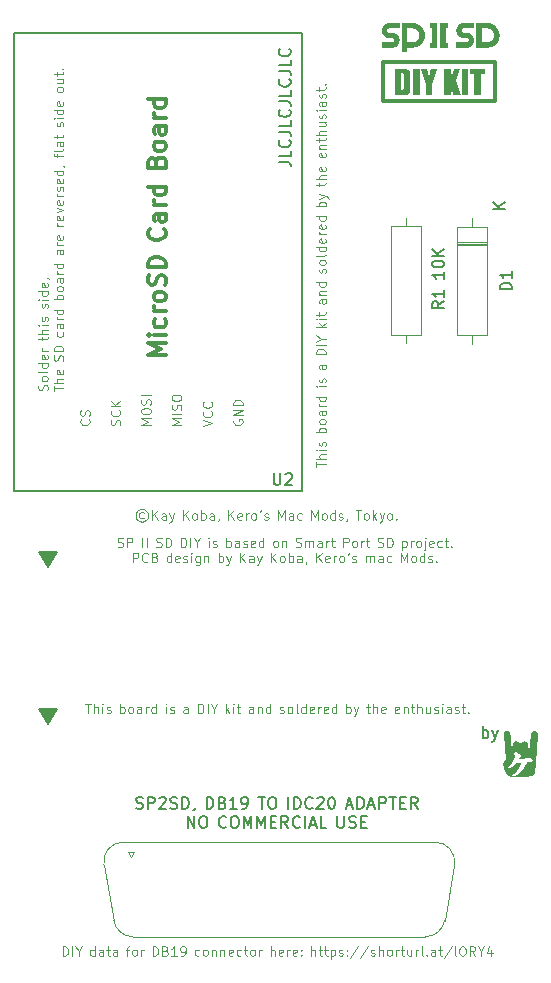
<source format=gbr>
%TF.GenerationSoftware,KiCad,Pcbnew,(7.0.0-0)*%
%TF.CreationDate,2023-09-07T02:08:45+09:00*%
%TF.ProjectId,SPSD_DIY_NANO,53505344-5f44-4495-995f-4e414e4f2e6b,rev?*%
%TF.SameCoordinates,Original*%
%TF.FileFunction,Legend,Top*%
%TF.FilePolarity,Positive*%
%FSLAX46Y46*%
G04 Gerber Fmt 4.6, Leading zero omitted, Abs format (unit mm)*
G04 Created by KiCad (PCBNEW (7.0.0-0)) date 2023-09-07 02:08:45*
%MOMM*%
%LPD*%
G01*
G04 APERTURE LIST*
%ADD10C,0.200000*%
%ADD11C,0.000000*%
%ADD12C,0.300000*%
%ADD13C,0.100000*%
%ADD14C,0.150000*%
%ADD15C,0.120000*%
G04 APERTURE END LIST*
D10*
X122265000Y-68285000D02*
X146615000Y-68285000D01*
X146615000Y-68285000D02*
X146615000Y-107105000D01*
X146615000Y-107105000D02*
X122265000Y-107105000D01*
X122265000Y-107105000D02*
X122265000Y-68285000D01*
D11*
G36*
X161179192Y-67922479D02*
G01*
X160318159Y-67922479D01*
X160308236Y-67922673D01*
X160298590Y-67923256D01*
X160289213Y-67924232D01*
X160280095Y-67925604D01*
X160271228Y-67927377D01*
X160262603Y-67929553D01*
X160254212Y-67932135D01*
X160246044Y-67935128D01*
X160238092Y-67938535D01*
X160230347Y-67942359D01*
X160222800Y-67946604D01*
X160215441Y-67951273D01*
X160208263Y-67956369D01*
X160201257Y-67961897D01*
X160194412Y-67967859D01*
X160187722Y-67974259D01*
X160181359Y-67980966D01*
X160175429Y-67987833D01*
X160169929Y-67994866D01*
X160164856Y-68002076D01*
X160160206Y-68009471D01*
X160155977Y-68017060D01*
X160152166Y-68024852D01*
X160148768Y-68032855D01*
X160145782Y-68041078D01*
X160143205Y-68049531D01*
X160141032Y-68058221D01*
X160139261Y-68067158D01*
X160137889Y-68076351D01*
X160136913Y-68085808D01*
X160136330Y-68095538D01*
X160136136Y-68105549D01*
X160136329Y-68115927D01*
X160136910Y-68126006D01*
X160137882Y-68135795D01*
X160139250Y-68145304D01*
X160141016Y-68154543D01*
X160143183Y-68163520D01*
X160145756Y-68172245D01*
X160148737Y-68180726D01*
X160152130Y-68188974D01*
X160155938Y-68196998D01*
X160160166Y-68204807D01*
X160164815Y-68212409D01*
X160169890Y-68219816D01*
X160175394Y-68227035D01*
X160181330Y-68234076D01*
X160187702Y-68240948D01*
X160192214Y-68245451D01*
X160196805Y-68249732D01*
X160201481Y-68253793D01*
X160206245Y-68257636D01*
X160211101Y-68261264D01*
X160216054Y-68264677D01*
X160221107Y-68267879D01*
X160226266Y-68270871D01*
X160231533Y-68273655D01*
X160236914Y-68276234D01*
X160242412Y-68278608D01*
X160248031Y-68280781D01*
X160253776Y-68282754D01*
X160259651Y-68284530D01*
X160265659Y-68286110D01*
X160271806Y-68287496D01*
X160279615Y-68287302D01*
X160552157Y-68287302D01*
X160584566Y-68288043D01*
X160616395Y-68290265D01*
X160647637Y-68293965D01*
X160678287Y-68299141D01*
X160708337Y-68305790D01*
X160737782Y-68313910D01*
X160766616Y-68323497D01*
X160794833Y-68334549D01*
X160822427Y-68347065D01*
X160849391Y-68361040D01*
X160875719Y-68376473D01*
X160901406Y-68393361D01*
X160926445Y-68411701D01*
X160950830Y-68431491D01*
X160974555Y-68452729D01*
X160997614Y-68475411D01*
X161019504Y-68498982D01*
X161040001Y-68523213D01*
X161059101Y-68548096D01*
X161076804Y-68573626D01*
X161093105Y-68599796D01*
X161108002Y-68626600D01*
X161121493Y-68654031D01*
X161133575Y-68682084D01*
X161144245Y-68710752D01*
X161153501Y-68740028D01*
X161161340Y-68769907D01*
X161167760Y-68800382D01*
X161172758Y-68831446D01*
X161176331Y-68863094D01*
X161178476Y-68895319D01*
X161179192Y-68928115D01*
X161178479Y-68960976D01*
X161176340Y-68993233D01*
X161172778Y-69024883D01*
X161167795Y-69055919D01*
X161161395Y-69086334D01*
X161153579Y-69116124D01*
X161144350Y-69145281D01*
X161133711Y-69173801D01*
X161121663Y-69201676D01*
X161108210Y-69228902D01*
X161093354Y-69255473D01*
X161077098Y-69281381D01*
X161059444Y-69306623D01*
X161040394Y-69331190D01*
X161019951Y-69355078D01*
X160998118Y-69378281D01*
X160975188Y-69400506D01*
X160951553Y-69421316D01*
X160927219Y-69440708D01*
X160902192Y-69458681D01*
X160876478Y-69475231D01*
X160850084Y-69490356D01*
X160823017Y-69504052D01*
X160795281Y-69516318D01*
X160766885Y-69527151D01*
X160737833Y-69536548D01*
X160708133Y-69544507D01*
X160677790Y-69551024D01*
X160646812Y-69556098D01*
X160615203Y-69559726D01*
X160582971Y-69561904D01*
X160550122Y-69562631D01*
X159686803Y-69562631D01*
X159686803Y-69111321D01*
X160547932Y-69111321D01*
X160557854Y-69111128D01*
X160567497Y-69110544D01*
X160576870Y-69109567D01*
X160585981Y-69108192D01*
X160594840Y-69106418D01*
X160603456Y-69104239D01*
X160611837Y-69101654D01*
X160619994Y-69098657D01*
X160627935Y-69095247D01*
X160635669Y-69091418D01*
X160643205Y-69087169D01*
X160650552Y-69082495D01*
X160657720Y-69077392D01*
X160664717Y-69071859D01*
X160671552Y-69065890D01*
X160678235Y-69059483D01*
X160684634Y-69052765D01*
X160690595Y-69045890D01*
X160696121Y-69038849D01*
X160701215Y-69031632D01*
X160705881Y-69024231D01*
X160710122Y-69016637D01*
X160713942Y-69008841D01*
X160717346Y-69000834D01*
X160720335Y-68992607D01*
X160722914Y-68984152D01*
X160725087Y-68975458D01*
X160726856Y-68966519D01*
X160728226Y-68957323D01*
X160729201Y-68947864D01*
X160729782Y-68938131D01*
X160729976Y-68928115D01*
X160729783Y-68917765D01*
X160729203Y-68907709D01*
X160728232Y-68897938D01*
X160726866Y-68888443D01*
X160725102Y-68879216D01*
X160722937Y-68870247D01*
X160720365Y-68861527D01*
X160717384Y-68853048D01*
X160713991Y-68844799D01*
X160710180Y-68836773D01*
X160705950Y-68828960D01*
X160701296Y-68821351D01*
X160696215Y-68813937D01*
X160690702Y-68806709D01*
X160684755Y-68799658D01*
X160678370Y-68792775D01*
X160673859Y-68788265D01*
X160669267Y-68783978D01*
X160664591Y-68779912D01*
X160659826Y-68776064D01*
X160654968Y-68772433D01*
X160650012Y-68769016D01*
X160644955Y-68765812D01*
X160639792Y-68762818D01*
X160634518Y-68760032D01*
X160629130Y-68757452D01*
X160623623Y-68755077D01*
X160617992Y-68752903D01*
X160612234Y-68750930D01*
X160606344Y-68749154D01*
X160600317Y-68747575D01*
X160594150Y-68746189D01*
X160586380Y-68746401D01*
X160313877Y-68746401D01*
X160281481Y-68745660D01*
X160249665Y-68743439D01*
X160218434Y-68739740D01*
X160187794Y-68734566D01*
X160157752Y-68727919D01*
X160128314Y-68719802D01*
X160099485Y-68710218D01*
X160071273Y-68699169D01*
X160043682Y-68686657D01*
X160016720Y-68672686D01*
X159990392Y-68657258D01*
X159964704Y-68640375D01*
X159939662Y-68622041D01*
X159915273Y-68602257D01*
X159891543Y-68581026D01*
X159868478Y-68558351D01*
X159846577Y-68534749D01*
X159826070Y-68510493D01*
X159806959Y-68485589D01*
X159789248Y-68460042D01*
X159772939Y-68433858D01*
X159758033Y-68407044D01*
X159744535Y-68379606D01*
X159732447Y-68351549D01*
X159721770Y-68322880D01*
X159712509Y-68293604D01*
X159704665Y-68263728D01*
X159698242Y-68233257D01*
X159693241Y-68202198D01*
X159689666Y-68170557D01*
X159687519Y-68138338D01*
X159686803Y-68105549D01*
X159687516Y-68072727D01*
X159689654Y-68040502D01*
X159693215Y-68008880D01*
X159698197Y-67977869D01*
X159704596Y-67947473D01*
X159712410Y-67917700D01*
X159721637Y-67888556D01*
X159732275Y-67860046D01*
X159744320Y-67832177D01*
X159757771Y-67804955D01*
X159772625Y-67778386D01*
X159788880Y-67752477D01*
X159806533Y-67727233D01*
X159825582Y-67702661D01*
X159846024Y-67678767D01*
X159867857Y-67655557D01*
X159890801Y-67633316D01*
X159914449Y-67612490D01*
X159938795Y-67593084D01*
X159963833Y-67575099D01*
X159989557Y-67558538D01*
X160015961Y-67543404D01*
X160043039Y-67529699D01*
X160070784Y-67517426D01*
X160099190Y-67506588D01*
X160128253Y-67497186D01*
X160157964Y-67489223D01*
X160188319Y-67482703D01*
X160219310Y-67477627D01*
X160250933Y-67473998D01*
X160283181Y-67471819D01*
X160316047Y-67471092D01*
X161179192Y-67471092D01*
X161179192Y-67922479D01*
G37*
D10*
G36*
X125108000Y-113540000D02*
G01*
X124346000Y-112270000D01*
X125870000Y-112270000D01*
X125108000Y-113540000D01*
G37*
X125108000Y-113540000D02*
X124346000Y-112270000D01*
X125870000Y-112270000D01*
X125108000Y-113540000D01*
D11*
G36*
X163728203Y-130507559D02*
G01*
X164101189Y-130507559D01*
X164101331Y-130511602D01*
X164101696Y-130515710D01*
X164102295Y-130519883D01*
X164103094Y-130523913D01*
X164104100Y-130527863D01*
X164105309Y-130531727D01*
X164106717Y-130535500D01*
X164108318Y-130539176D01*
X164110111Y-130542749D01*
X164112090Y-130546214D01*
X164114251Y-130549566D01*
X164116591Y-130552798D01*
X164119104Y-130555906D01*
X164121788Y-130558882D01*
X164124639Y-130561723D01*
X164127651Y-130564421D01*
X164130821Y-130566973D01*
X164134145Y-130569371D01*
X164137619Y-130571610D01*
X164153492Y-130584441D01*
X164181011Y-130584441D01*
X164186986Y-130584250D01*
X164193254Y-130583632D01*
X164199897Y-130582520D01*
X164206996Y-130580846D01*
X164214630Y-130578544D01*
X164222880Y-130575546D01*
X164231826Y-130571785D01*
X164241550Y-130567193D01*
X164252131Y-130561704D01*
X164263649Y-130555250D01*
X164276186Y-130547764D01*
X164289821Y-130539179D01*
X164304636Y-130529427D01*
X164320709Y-130518441D01*
X164356957Y-130492499D01*
X164401396Y-130459933D01*
X164439522Y-130431596D01*
X164471423Y-130407351D01*
X164485066Y-130396721D01*
X164497185Y-130387063D01*
X164535944Y-130352979D01*
X164574317Y-130316927D01*
X164612278Y-130278933D01*
X164649801Y-130239027D01*
X164686859Y-130197235D01*
X164723425Y-130153587D01*
X164759472Y-130108109D01*
X164794976Y-130060830D01*
X164869324Y-130110440D01*
X164876007Y-130114530D01*
X164882994Y-130118124D01*
X164890263Y-130121225D01*
X164897792Y-130123840D01*
X164905560Y-130125974D01*
X164913545Y-130127631D01*
X164921726Y-130128818D01*
X164930080Y-130129539D01*
X164938586Y-130129799D01*
X164947222Y-130129604D01*
X164955966Y-130128960D01*
X164964798Y-130127870D01*
X164973694Y-130126341D01*
X164982634Y-130124378D01*
X164991596Y-130121986D01*
X165000557Y-130119170D01*
X165023749Y-130112826D01*
X165046783Y-130106790D01*
X165069653Y-130101062D01*
X165092351Y-130095639D01*
X165114869Y-130090520D01*
X165137200Y-130085703D01*
X165159335Y-130081187D01*
X165181267Y-130076970D01*
X165160239Y-130138662D01*
X165134088Y-130209756D01*
X165102853Y-130290128D01*
X165066571Y-130379653D01*
X165046775Y-130426052D01*
X165026188Y-130471283D01*
X165004814Y-130515340D01*
X164982657Y-130558215D01*
X164959723Y-130599900D01*
X164936016Y-130640387D01*
X164911542Y-130679670D01*
X164886305Y-130717740D01*
X164860309Y-130754590D01*
X164833561Y-130790212D01*
X164806064Y-130824599D01*
X164777824Y-130857743D01*
X164748845Y-130889637D01*
X164719132Y-130920274D01*
X164688690Y-130949644D01*
X164657524Y-130977742D01*
X164639664Y-130993477D01*
X164622226Y-131008519D01*
X164605247Y-131022844D01*
X164588764Y-131036430D01*
X164572815Y-131049253D01*
X164557436Y-131061290D01*
X164542664Y-131072518D01*
X164528538Y-131082913D01*
X164508540Y-131096357D01*
X164499126Y-131102925D01*
X164490193Y-131109452D01*
X164481814Y-131115984D01*
X164474057Y-131122569D01*
X164466993Y-131129251D01*
X164463742Y-131132643D01*
X164460691Y-131136078D01*
X164457848Y-131139560D01*
X164455221Y-131143095D01*
X164452821Y-131146690D01*
X164450654Y-131150350D01*
X164448731Y-131154080D01*
X164447060Y-131157887D01*
X164445649Y-131161777D01*
X164444508Y-131165755D01*
X164443644Y-131169827D01*
X164443068Y-131173998D01*
X164442787Y-131178275D01*
X164442810Y-131182664D01*
X164443147Y-131187170D01*
X164443805Y-131191798D01*
X164444793Y-131196555D01*
X164446122Y-131201447D01*
X164463055Y-131249600D01*
X164512135Y-131249600D01*
X164514952Y-131249550D01*
X164517810Y-131249395D01*
X164520727Y-131249132D01*
X164523723Y-131248755D01*
X164526817Y-131248259D01*
X164530027Y-131247640D01*
X164533373Y-131246893D01*
X164536873Y-131246012D01*
X164544414Y-131243832D01*
X164552801Y-131241061D01*
X164562187Y-131237661D01*
X164572724Y-131233592D01*
X164700123Y-131182662D01*
X164721088Y-131174081D01*
X164742368Y-131164506D01*
X164763974Y-131153930D01*
X164785918Y-131142345D01*
X164808211Y-131129743D01*
X164830864Y-131116116D01*
X164853888Y-131101456D01*
X164877295Y-131085757D01*
X164901095Y-131069009D01*
X164925301Y-131051206D01*
X164949922Y-131032339D01*
X164974971Y-131012401D01*
X165000459Y-130991384D01*
X165026397Y-130969281D01*
X165079666Y-130921782D01*
X165125797Y-130876012D01*
X165172287Y-130826338D01*
X165219099Y-130772801D01*
X165266197Y-130715440D01*
X165313544Y-130654297D01*
X165361101Y-130589412D01*
X165408832Y-130520824D01*
X165456700Y-130448575D01*
X165467790Y-130430044D01*
X165479743Y-130408849D01*
X165492576Y-130384940D01*
X165506308Y-130358270D01*
X165520959Y-130328791D01*
X165536545Y-130296455D01*
X165570603Y-130223017D01*
X165581100Y-130217300D01*
X165591256Y-130211559D01*
X165601065Y-130205797D01*
X165610520Y-130200014D01*
X165619616Y-130194213D01*
X165628346Y-130188395D01*
X165636704Y-130182562D01*
X165644684Y-130176715D01*
X165661751Y-130157796D01*
X165664479Y-130153006D01*
X165666914Y-130148235D01*
X165669062Y-130143486D01*
X165670932Y-130138760D01*
X165672531Y-130134057D01*
X165673866Y-130129379D01*
X165674944Y-130124728D01*
X165675773Y-130120105D01*
X165676360Y-130115511D01*
X165676712Y-130110947D01*
X165676838Y-130106415D01*
X165676744Y-130101915D01*
X165676437Y-130097451D01*
X165675926Y-130093021D01*
X165675216Y-130088629D01*
X165674317Y-130084275D01*
X165673234Y-130079960D01*
X165671976Y-130075686D01*
X165668963Y-130067267D01*
X165665336Y-130059026D01*
X165661153Y-130050975D01*
X165656475Y-130043124D01*
X165651360Y-130035483D01*
X165645866Y-130028063D01*
X165640053Y-130020875D01*
X165669940Y-130020201D01*
X165699666Y-130019750D01*
X165729219Y-130019498D01*
X165758587Y-130019419D01*
X165777573Y-130019680D01*
X165798506Y-130020459D01*
X165821374Y-130021756D01*
X165846164Y-130023570D01*
X165872863Y-130025898D01*
X165901460Y-130028739D01*
X165964299Y-130035954D01*
X165973447Y-130036819D01*
X165982290Y-130037386D01*
X165990835Y-130037666D01*
X165999085Y-130037671D01*
X166007045Y-130037411D01*
X166014721Y-130036897D01*
X166022118Y-130036140D01*
X166029240Y-130035151D01*
X166036092Y-130033941D01*
X166042680Y-130032520D01*
X166049008Y-130030901D01*
X166055082Y-130029093D01*
X166060906Y-130027108D01*
X166066485Y-130024956D01*
X166071824Y-130022648D01*
X166076929Y-130020196D01*
X166081804Y-130017610D01*
X166086454Y-130014902D01*
X166090883Y-130012081D01*
X166095099Y-130009160D01*
X166099104Y-130006149D01*
X166102904Y-130003058D01*
X166106504Y-129999899D01*
X166109909Y-129996684D01*
X166113124Y-129993421D01*
X166116153Y-129990124D01*
X166121677Y-129983466D01*
X166126520Y-129976797D01*
X166130722Y-129970206D01*
X166134327Y-129963730D01*
X166137798Y-129956474D01*
X166140983Y-129948462D01*
X166143727Y-129939720D01*
X166145880Y-129930273D01*
X166147287Y-129920148D01*
X166147797Y-129909368D01*
X166147257Y-129897960D01*
X166145513Y-129885949D01*
X166144143Y-129879726D01*
X166142415Y-129873361D01*
X166140309Y-129866858D01*
X166137807Y-129860220D01*
X166134891Y-129853451D01*
X166131539Y-129846553D01*
X166127735Y-129839529D01*
X166123458Y-129832384D01*
X166118689Y-129825119D01*
X166113410Y-129817739D01*
X166107600Y-129810246D01*
X166101242Y-129802644D01*
X166094317Y-129794935D01*
X166086804Y-129787123D01*
X166076028Y-129776623D01*
X166064681Y-129766101D01*
X166040246Y-129744980D01*
X166013441Y-129723722D01*
X165984211Y-129702291D01*
X165952501Y-129680649D01*
X165918255Y-129658758D01*
X165881417Y-129636583D01*
X165841931Y-129614085D01*
X165801716Y-129591727D01*
X165661354Y-129712113D01*
X165588694Y-129723942D01*
X165508209Y-129735810D01*
X165420159Y-129747702D01*
X165324803Y-129759606D01*
X165253788Y-129768289D01*
X165187201Y-129776886D01*
X165125054Y-129785409D01*
X165067360Y-129793870D01*
X165025539Y-129799686D01*
X164991457Y-129803990D01*
X164964371Y-129807003D01*
X164943535Y-129808951D01*
X164962760Y-129771028D01*
X164980942Y-129734469D01*
X164998081Y-129699300D01*
X165014180Y-129665545D01*
X165025196Y-129661088D01*
X165035676Y-129656446D01*
X165045623Y-129651617D01*
X165055039Y-129646600D01*
X165063927Y-129641391D01*
X165072290Y-129635990D01*
X165080130Y-129630395D01*
X165087452Y-129624602D01*
X165094258Y-129618612D01*
X165100550Y-129612421D01*
X165106332Y-129606027D01*
X165111606Y-129599430D01*
X165116376Y-129592626D01*
X165120643Y-129585614D01*
X165124413Y-129578392D01*
X165127686Y-129570958D01*
X165129470Y-129566222D01*
X165131118Y-129561140D01*
X165132582Y-129555713D01*
X165133814Y-129549938D01*
X165134764Y-129543815D01*
X165135384Y-129537344D01*
X165135626Y-129530522D01*
X165135440Y-129523350D01*
X165134779Y-129515825D01*
X165133592Y-129507948D01*
X165131833Y-129499717D01*
X165129452Y-129491131D01*
X165126400Y-129482189D01*
X165122629Y-129472890D01*
X165118091Y-129463234D01*
X165112736Y-129453219D01*
X165106314Y-129445176D01*
X165097395Y-129435308D01*
X165085134Y-129423130D01*
X165068684Y-129408157D01*
X165047198Y-129389903D01*
X165019831Y-129367884D01*
X164985735Y-129341614D01*
X164944065Y-129310609D01*
X164928621Y-129300037D01*
X164913822Y-129290191D01*
X164899645Y-129281062D01*
X164886066Y-129272636D01*
X164873061Y-129264903D01*
X164860607Y-129257853D01*
X164848680Y-129251472D01*
X164837256Y-129245751D01*
X164826310Y-129240678D01*
X164815820Y-129236242D01*
X164805762Y-129232432D01*
X164796110Y-129229236D01*
X164786843Y-129226642D01*
X164777935Y-129224641D01*
X164769364Y-129223220D01*
X164761105Y-129222369D01*
X164754278Y-129221218D01*
X164747333Y-129220397D01*
X164740253Y-129219910D01*
X164733025Y-129219763D01*
X164725636Y-129219958D01*
X164718070Y-129220502D01*
X164710314Y-129221398D01*
X164702353Y-129222650D01*
X164694174Y-129224264D01*
X164685762Y-129226244D01*
X164677103Y-129228593D01*
X164668183Y-129231317D01*
X164658988Y-129234421D01*
X164649503Y-129237907D01*
X164639715Y-129241782D01*
X164629608Y-129246049D01*
X164622965Y-129249531D01*
X164616531Y-129253228D01*
X164610306Y-129257141D01*
X164604291Y-129261266D01*
X164598488Y-129265605D01*
X164592895Y-129270154D01*
X164587515Y-129274914D01*
X164582349Y-129279882D01*
X164577396Y-129285058D01*
X164572658Y-129290441D01*
X164568135Y-129296029D01*
X164563828Y-129301822D01*
X164559739Y-129307817D01*
X164555867Y-129314015D01*
X164552213Y-129320414D01*
X164548779Y-129327012D01*
X164520336Y-129384293D01*
X164662815Y-129460360D01*
X164642378Y-129530186D01*
X164622448Y-129595182D01*
X164603036Y-129655315D01*
X164584152Y-129710556D01*
X164565807Y-129760874D01*
X164548014Y-129806237D01*
X164530782Y-129846614D01*
X164514122Y-129881974D01*
X164493341Y-129924601D01*
X164472225Y-129966109D01*
X164450778Y-130006491D01*
X164429004Y-130045742D01*
X164406906Y-130083855D01*
X164384487Y-130120824D01*
X164361751Y-130156642D01*
X164338702Y-130191304D01*
X164315343Y-130224804D01*
X164291677Y-130257134D01*
X164267708Y-130288289D01*
X164243440Y-130318263D01*
X164218875Y-130347049D01*
X164194018Y-130374642D01*
X164168872Y-130401034D01*
X164143441Y-130426221D01*
X164137142Y-130432622D01*
X164129738Y-130440744D01*
X164125845Y-130445418D01*
X164121946Y-130450484D01*
X164118129Y-130455929D01*
X164114484Y-130461741D01*
X164111101Y-130467906D01*
X164108070Y-130474411D01*
X164105480Y-130481245D01*
X164104379Y-130484780D01*
X164103421Y-130488393D01*
X164102619Y-130492082D01*
X164101984Y-130495844D01*
X164101526Y-130499679D01*
X164101257Y-130503585D01*
X164101189Y-130507559D01*
X163728203Y-130507559D01*
X163725395Y-130499900D01*
X163725395Y-130499238D01*
X163719464Y-130484359D01*
X163714278Y-130471143D01*
X163709851Y-130459687D01*
X163706198Y-130450092D01*
X163701268Y-130436880D01*
X163699601Y-130432299D01*
X163694238Y-130412620D01*
X163682742Y-130359597D01*
X163676847Y-130323401D01*
X163672003Y-130282253D01*
X163669070Y-130237280D01*
X163668909Y-130189611D01*
X163672383Y-130140372D01*
X163675752Y-130115517D01*
X163680352Y-130090693D01*
X163686291Y-130066040D01*
X163693676Y-130041700D01*
X163702617Y-130017814D01*
X163713219Y-129994522D01*
X163725590Y-129971966D01*
X163739839Y-129950286D01*
X163756073Y-129929624D01*
X163774400Y-129910121D01*
X163794927Y-129891917D01*
X163817761Y-129875154D01*
X163843012Y-129859972D01*
X163870785Y-129846513D01*
X163688088Y-127756568D01*
X163685560Y-127713300D01*
X163686541Y-127672941D01*
X163690813Y-127635454D01*
X163698161Y-127600802D01*
X163708369Y-127568949D01*
X163721220Y-127539857D01*
X163736500Y-127513488D01*
X163753991Y-127489806D01*
X163773478Y-127468775D01*
X163794745Y-127450356D01*
X163817576Y-127434512D01*
X163841754Y-127421208D01*
X163867064Y-127410405D01*
X163893291Y-127402066D01*
X163920217Y-127396155D01*
X163947626Y-127392634D01*
X163975304Y-127391467D01*
X164003033Y-127392616D01*
X164030599Y-127396044D01*
X164057784Y-127401714D01*
X164084373Y-127409590D01*
X164110149Y-127419633D01*
X164134898Y-127431808D01*
X164158402Y-127446076D01*
X164180447Y-127462401D01*
X164200815Y-127480746D01*
X164219290Y-127501074D01*
X164235658Y-127523347D01*
X164249701Y-127547529D01*
X164261205Y-127573582D01*
X164269952Y-127601470D01*
X164275727Y-127631156D01*
X164298895Y-127837806D01*
X164331587Y-128179158D01*
X164424950Y-129196959D01*
X164468824Y-129185104D01*
X164492390Y-129179083D01*
X164504749Y-129176098D01*
X164517556Y-129173148D01*
X164510832Y-129034585D01*
X164502275Y-128887762D01*
X164492031Y-128732357D01*
X164480248Y-128568047D01*
X164479495Y-128534308D01*
X164482152Y-128502761D01*
X164488002Y-128473400D01*
X164496827Y-128446216D01*
X164508412Y-128421203D01*
X164522538Y-128398354D01*
X164538988Y-128377661D01*
X164557547Y-128359118D01*
X164577996Y-128342715D01*
X164600118Y-128328448D01*
X164623697Y-128316307D01*
X164648516Y-128306287D01*
X164674357Y-128298379D01*
X164701003Y-128292576D01*
X164728238Y-128288872D01*
X164755844Y-128287258D01*
X164783604Y-128287728D01*
X164811302Y-128290275D01*
X164838719Y-128294890D01*
X164865640Y-128301567D01*
X164891847Y-128310299D01*
X164917123Y-128321078D01*
X164941251Y-128333897D01*
X164964014Y-128348749D01*
X164985195Y-128365626D01*
X165004576Y-128384521D01*
X165021942Y-128405427D01*
X165037074Y-128428337D01*
X165049756Y-128453244D01*
X165059771Y-128480139D01*
X165066902Y-128509016D01*
X165070931Y-128539868D01*
X165106915Y-129128833D01*
X165175175Y-129130154D01*
X165179741Y-128858362D01*
X165181055Y-128710608D01*
X165181526Y-128555215D01*
X165183220Y-128521527D01*
X165188156Y-128490275D01*
X165196118Y-128461435D01*
X165206890Y-128434985D01*
X165220257Y-128410902D01*
X165236001Y-128389162D01*
X165253907Y-128369743D01*
X165273759Y-128352623D01*
X165295340Y-128337778D01*
X165318434Y-128325186D01*
X165342825Y-128314823D01*
X165368297Y-128306668D01*
X165394633Y-128300696D01*
X165421618Y-128296887D01*
X165449036Y-128295215D01*
X165476670Y-128295659D01*
X165504303Y-128298197D01*
X165531721Y-128302804D01*
X165558706Y-128309458D01*
X165585042Y-128318137D01*
X165610514Y-128328818D01*
X165634906Y-128341477D01*
X165658000Y-128356092D01*
X165679581Y-128372641D01*
X165699432Y-128391100D01*
X165717338Y-128411446D01*
X165733082Y-128433657D01*
X165746449Y-128457710D01*
X165757221Y-128483582D01*
X165765184Y-128511251D01*
X165770119Y-128540693D01*
X165771813Y-128571885D01*
X165769413Y-128816128D01*
X165764138Y-129175664D01*
X165792213Y-129179139D01*
X165811532Y-129181634D01*
X165861904Y-129188496D01*
X165993004Y-127737124D01*
X165997817Y-127694029D01*
X166005595Y-127654388D01*
X166016132Y-127618128D01*
X166029221Y-127585179D01*
X166044657Y-127555467D01*
X166062233Y-127528919D01*
X166081742Y-127505463D01*
X166102980Y-127485028D01*
X166125739Y-127467539D01*
X166149813Y-127452926D01*
X166174997Y-127441114D01*
X166201084Y-127432033D01*
X166227867Y-127425609D01*
X166255142Y-127421771D01*
X166282700Y-127420445D01*
X166310337Y-127421559D01*
X166337846Y-127425040D01*
X166365022Y-127430817D01*
X166391656Y-127438817D01*
X166417545Y-127448967D01*
X166442480Y-127461195D01*
X166466257Y-127475429D01*
X166488669Y-127491595D01*
X166509510Y-127509622D01*
X166528573Y-127529437D01*
X166545653Y-127550967D01*
X166560542Y-127574141D01*
X166573036Y-127598885D01*
X166582928Y-127625128D01*
X166590012Y-127652796D01*
X166594081Y-127681818D01*
X166594929Y-127712121D01*
X166585773Y-127929666D01*
X166570689Y-128211058D01*
X166550992Y-128530452D01*
X166528000Y-128862000D01*
X166404568Y-130232278D01*
X166405896Y-130232278D01*
X166358139Y-130866217D01*
X166350967Y-130902056D01*
X166342396Y-130935678D01*
X166332492Y-130967153D01*
X166321323Y-130996552D01*
X166308958Y-131023946D01*
X166295462Y-131049406D01*
X166280905Y-131073002D01*
X166265354Y-131094806D01*
X166248875Y-131114888D01*
X166231537Y-131133319D01*
X166213408Y-131150170D01*
X166194554Y-131165512D01*
X166175044Y-131179415D01*
X166154944Y-131191950D01*
X166134323Y-131203189D01*
X166113248Y-131213201D01*
X166091787Y-131222058D01*
X166070007Y-131229830D01*
X166025760Y-131242404D01*
X165981049Y-131251490D01*
X165936413Y-131257653D01*
X165892394Y-131261461D01*
X165849532Y-131263479D01*
X165769440Y-131264415D01*
X164355240Y-131270766D01*
X164334085Y-131270107D01*
X164309970Y-131268008D01*
X164283355Y-131264281D01*
X164254698Y-131258744D01*
X164224460Y-131251209D01*
X164193101Y-131241493D01*
X164161079Y-131229409D01*
X164128856Y-131214773D01*
X164112811Y-131206440D01*
X164096889Y-131197399D01*
X164081146Y-131187627D01*
X164065640Y-131177102D01*
X164050428Y-131165799D01*
X164035567Y-131153696D01*
X164021116Y-131140770D01*
X164007131Y-131126997D01*
X163993670Y-131112354D01*
X163980790Y-131096819D01*
X163968550Y-131080368D01*
X163957006Y-131062977D01*
X163946215Y-131044624D01*
X163936236Y-131025285D01*
X163927126Y-131004938D01*
X163918942Y-130983559D01*
X163762574Y-130593695D01*
X163751537Y-130567432D01*
X163741554Y-130542730D01*
X163732787Y-130520062D01*
X163728203Y-130507559D01*
G37*
G36*
X158093974Y-69552263D02*
G01*
X157447695Y-69552263D01*
X157447695Y-69174108D01*
X157636889Y-69174108D01*
X157638982Y-67854538D01*
X157447695Y-67854538D01*
X157447695Y-67476401D01*
X158093974Y-67476401D01*
X158093974Y-69552263D01*
G37*
G36*
X156032522Y-67477585D02*
G01*
X156086165Y-67481131D01*
X156138781Y-67487038D01*
X156190361Y-67495299D01*
X156240895Y-67505912D01*
X156290371Y-67518872D01*
X156338781Y-67534176D01*
X156386113Y-67551818D01*
X156432358Y-67571796D01*
X156477505Y-67594104D01*
X156521545Y-67618739D01*
X156564467Y-67645697D01*
X156606261Y-67674973D01*
X156646917Y-67706564D01*
X156686425Y-67740466D01*
X156724774Y-67776674D01*
X156761390Y-67814636D01*
X156795675Y-67853731D01*
X156827622Y-67893949D01*
X156857229Y-67935280D01*
X156884491Y-67977714D01*
X156909405Y-68021239D01*
X156931965Y-68065847D01*
X156952168Y-68111527D01*
X156970010Y-68158269D01*
X156985487Y-68206063D01*
X156998593Y-68254898D01*
X157009326Y-68304765D01*
X157017681Y-68355653D01*
X157023654Y-68407552D01*
X157027241Y-68460452D01*
X157028438Y-68514342D01*
X157027238Y-68568249D01*
X157023643Y-68621162D01*
X157017655Y-68673071D01*
X157009280Y-68723966D01*
X156998521Y-68773837D01*
X156985382Y-68822675D01*
X156969869Y-68870469D01*
X156951984Y-68917210D01*
X156931733Y-68962888D01*
X156909119Y-69007492D01*
X156884147Y-69051014D01*
X156856820Y-69093442D01*
X156827144Y-69134768D01*
X156795122Y-69174981D01*
X156760758Y-69214072D01*
X156724057Y-69252030D01*
X156685616Y-69288234D01*
X156646013Y-69322132D01*
X156605259Y-69353719D01*
X156563364Y-69382992D01*
X156520340Y-69409947D01*
X156476195Y-69434579D01*
X156430942Y-69456884D01*
X156384589Y-69476859D01*
X156337148Y-69494498D01*
X156288629Y-69509799D01*
X156239043Y-69522758D01*
X156188399Y-69533369D01*
X156136708Y-69541629D01*
X156083981Y-69547534D01*
X156030228Y-69551081D01*
X155975460Y-69552264D01*
X155614455Y-69552264D01*
X155614455Y-69101031D01*
X155969414Y-69101031D01*
X155999976Y-69100361D01*
X156029976Y-69098353D01*
X156059410Y-69095010D01*
X156088270Y-69090333D01*
X156116551Y-69084326D01*
X156144247Y-69076989D01*
X156171354Y-69068327D01*
X156197864Y-69058340D01*
X156223772Y-69047032D01*
X156249073Y-69034404D01*
X156273761Y-69020459D01*
X156297829Y-69005200D01*
X156321273Y-68988628D01*
X156344086Y-68970746D01*
X156366264Y-68951556D01*
X156387799Y-68931061D01*
X156408346Y-68909604D01*
X156427584Y-68887509D01*
X156445511Y-68864782D01*
X156462124Y-68841428D01*
X156477420Y-68817453D01*
X156491398Y-68792863D01*
X156504056Y-68767662D01*
X156515390Y-68741858D01*
X156525400Y-68715454D01*
X156534082Y-68688458D01*
X156541435Y-68660874D01*
X156547456Y-68632709D01*
X156552143Y-68603967D01*
X156555493Y-68574655D01*
X156557505Y-68544778D01*
X156558176Y-68514342D01*
X156557502Y-68483165D01*
X156555479Y-68452607D01*
X156552112Y-68422674D01*
X156547401Y-68393371D01*
X156541350Y-68364704D01*
X156533960Y-68336679D01*
X156525233Y-68309301D01*
X156515172Y-68282576D01*
X156503780Y-68256510D01*
X156491058Y-68231108D01*
X156477008Y-68206377D01*
X156461633Y-68182321D01*
X156444935Y-68158947D01*
X156426917Y-68136261D01*
X156407580Y-68114267D01*
X156386927Y-68092972D01*
X156365233Y-68072660D01*
X156342865Y-68053641D01*
X156319827Y-68035918D01*
X156296125Y-68019492D01*
X156271765Y-68004367D01*
X156246754Y-67990544D01*
X156221096Y-67978027D01*
X156194797Y-67966817D01*
X156167863Y-67956917D01*
X156140300Y-67948330D01*
X156112114Y-67941056D01*
X156083310Y-67935100D01*
X156053894Y-67930464D01*
X156023871Y-67927149D01*
X155993248Y-67925158D01*
X155962030Y-67924494D01*
X155527386Y-67924494D01*
X155530584Y-69954661D01*
X155075999Y-69951076D01*
X155079332Y-67476401D01*
X155977863Y-67476401D01*
X156032522Y-67477585D01*
G37*
G36*
X154882174Y-67922479D02*
G01*
X154021160Y-67922479D01*
X154011237Y-67922673D01*
X154001591Y-67923256D01*
X153992214Y-67924232D01*
X153983097Y-67925604D01*
X153974230Y-67927377D01*
X153965605Y-67929553D01*
X153957214Y-67932135D01*
X153949048Y-67935128D01*
X153941097Y-67938535D01*
X153933353Y-67942359D01*
X153925807Y-67946604D01*
X153918451Y-67951273D01*
X153911275Y-67956369D01*
X153904270Y-67961897D01*
X153897429Y-67967859D01*
X153890742Y-67974259D01*
X153884369Y-67980966D01*
X153878432Y-67987833D01*
X153872926Y-67994866D01*
X153867849Y-68002076D01*
X153863196Y-68009471D01*
X153858966Y-68017060D01*
X153855154Y-68024852D01*
X153851757Y-68032855D01*
X153848772Y-68041078D01*
X153846196Y-68049531D01*
X153844025Y-68058221D01*
X153842257Y-68067158D01*
X153840887Y-68076351D01*
X153839912Y-68085808D01*
X153839330Y-68095538D01*
X153839137Y-68105549D01*
X153839329Y-68115927D01*
X153839910Y-68126006D01*
X153840881Y-68135795D01*
X153842248Y-68145304D01*
X153844012Y-68154543D01*
X153846178Y-68163520D01*
X153848749Y-68172245D01*
X153851728Y-68180726D01*
X153855119Y-68188974D01*
X153858926Y-68196998D01*
X153863152Y-68204807D01*
X153867800Y-68212409D01*
X153872873Y-68219816D01*
X153878376Y-68227035D01*
X153884312Y-68234076D01*
X153890684Y-68240948D01*
X153895195Y-68245451D01*
X153899786Y-68249732D01*
X153904461Y-68253793D01*
X153909224Y-68257636D01*
X153914079Y-68261264D01*
X153919030Y-68264677D01*
X153924083Y-68267879D01*
X153929240Y-68270871D01*
X153934507Y-68273655D01*
X153939887Y-68276234D01*
X153945385Y-68278608D01*
X153951005Y-68280781D01*
X153956750Y-68282754D01*
X153962627Y-68284530D01*
X153968638Y-68286110D01*
X153974787Y-68287496D01*
X153982636Y-68287302D01*
X154255119Y-68287302D01*
X154287532Y-68288043D01*
X154319365Y-68290265D01*
X154350610Y-68293965D01*
X154381263Y-68299141D01*
X154411316Y-68305790D01*
X154440764Y-68313910D01*
X154469601Y-68323497D01*
X154497820Y-68334549D01*
X154525415Y-68347065D01*
X154552380Y-68361040D01*
X154578709Y-68376473D01*
X154604395Y-68393361D01*
X154629434Y-68411701D01*
X154653817Y-68431491D01*
X154677540Y-68452729D01*
X154700596Y-68475411D01*
X154722486Y-68498982D01*
X154742982Y-68523213D01*
X154762083Y-68548096D01*
X154779785Y-68573626D01*
X154796086Y-68599796D01*
X154810984Y-68626600D01*
X154824475Y-68654031D01*
X154836556Y-68682084D01*
X154847227Y-68710752D01*
X154856483Y-68740028D01*
X154864322Y-68769907D01*
X154870742Y-68800382D01*
X154875739Y-68831446D01*
X154879312Y-68863094D01*
X154881458Y-68895319D01*
X154882174Y-68928115D01*
X154881461Y-68960976D01*
X154879324Y-68993233D01*
X154875764Y-69024883D01*
X154870785Y-69055919D01*
X154864389Y-69086334D01*
X154856578Y-69116124D01*
X154847353Y-69145281D01*
X154836719Y-69173801D01*
X154824676Y-69201676D01*
X154811227Y-69228902D01*
X154796374Y-69255473D01*
X154780121Y-69281381D01*
X154762468Y-69306623D01*
X154743418Y-69331190D01*
X154722974Y-69355078D01*
X154701138Y-69378281D01*
X154678196Y-69400506D01*
X154654551Y-69421316D01*
X154630210Y-69440708D01*
X154605179Y-69458681D01*
X154579464Y-69475231D01*
X154553071Y-69490356D01*
X154526005Y-69504052D01*
X154498273Y-69516318D01*
X154469880Y-69527151D01*
X154440833Y-69536548D01*
X154411138Y-69544507D01*
X154380800Y-69551024D01*
X154349825Y-69556098D01*
X154318220Y-69559726D01*
X154285991Y-69561904D01*
X154253142Y-69562631D01*
X153389804Y-69562631D01*
X153389804Y-69111321D01*
X154250914Y-69111321D01*
X154260830Y-69111128D01*
X154270468Y-69110544D01*
X154279838Y-69109567D01*
X154288948Y-69108192D01*
X154297807Y-69106418D01*
X154306423Y-69104239D01*
X154314806Y-69101654D01*
X154322964Y-69098657D01*
X154330905Y-69095247D01*
X154338639Y-69091418D01*
X154346175Y-69087169D01*
X154353520Y-69082495D01*
X154360684Y-69077392D01*
X154367676Y-69071859D01*
X154374504Y-69065890D01*
X154381177Y-69059483D01*
X154387581Y-69052765D01*
X154393547Y-69045890D01*
X154399078Y-69038849D01*
X154404178Y-69031632D01*
X154408850Y-69024231D01*
X154413098Y-69016637D01*
X154416925Y-69008841D01*
X154420334Y-69000834D01*
X154423330Y-68992607D01*
X154425915Y-68984152D01*
X154428093Y-68975458D01*
X154429867Y-68966519D01*
X154431241Y-68957323D01*
X154432218Y-68947864D01*
X154432802Y-68938131D01*
X154432996Y-68928115D01*
X154432803Y-68917765D01*
X154432221Y-68907709D01*
X154431247Y-68897938D01*
X154429878Y-68888443D01*
X154428110Y-68879216D01*
X154425940Y-68870247D01*
X154423365Y-68861527D01*
X154420380Y-68853048D01*
X154416983Y-68844799D01*
X154413170Y-68836773D01*
X154408938Y-68828960D01*
X154404284Y-68821351D01*
X154399203Y-68813937D01*
X154393693Y-68806709D01*
X154387750Y-68799658D01*
X154381371Y-68792775D01*
X154376856Y-68788265D01*
X154372262Y-68783978D01*
X154367583Y-68779912D01*
X154362816Y-68776064D01*
X154357956Y-68772433D01*
X154352999Y-68769016D01*
X154347940Y-68765812D01*
X154342776Y-68762818D01*
X154337502Y-68760032D01*
X154332113Y-68757452D01*
X154326605Y-68755077D01*
X154320974Y-68752903D01*
X154315216Y-68750930D01*
X154309325Y-68749154D01*
X154303299Y-68747575D01*
X154297132Y-68746189D01*
X154289361Y-68746401D01*
X154016858Y-68746401D01*
X153984466Y-68745660D01*
X153952652Y-68743439D01*
X153921423Y-68739740D01*
X153890784Y-68734566D01*
X153860743Y-68727919D01*
X153831305Y-68719802D01*
X153802477Y-68710218D01*
X153774264Y-68699169D01*
X153746674Y-68686657D01*
X153719711Y-68672686D01*
X153693384Y-68657258D01*
X153667696Y-68640375D01*
X153642656Y-68622041D01*
X153618269Y-68602257D01*
X153594541Y-68581026D01*
X153571479Y-68558351D01*
X153549575Y-68534749D01*
X153529065Y-68510493D01*
X153509953Y-68485589D01*
X153492241Y-68460042D01*
X153475931Y-68433858D01*
X153461026Y-68407044D01*
X153447528Y-68379606D01*
X153435440Y-68351549D01*
X153424765Y-68322880D01*
X153415505Y-68293604D01*
X153407662Y-68263728D01*
X153401240Y-68233257D01*
X153396240Y-68202198D01*
X153392666Y-68170557D01*
X153390520Y-68138338D01*
X153389804Y-68105549D01*
X153390517Y-68072717D01*
X153392656Y-68040484D01*
X153396218Y-68008857D01*
X153401200Y-67977841D01*
X153407601Y-67947444D01*
X153415416Y-67917670D01*
X153424644Y-67888525D01*
X153435283Y-67860017D01*
X153447329Y-67832150D01*
X153460781Y-67804931D01*
X153475635Y-67778366D01*
X153491890Y-67752460D01*
X153509542Y-67727221D01*
X153528589Y-67702653D01*
X153549029Y-67678763D01*
X153570858Y-67655557D01*
X153593798Y-67633316D01*
X153617443Y-67612490D01*
X153641785Y-67593084D01*
X153666820Y-67575099D01*
X153692542Y-67558538D01*
X153718943Y-67543404D01*
X153746019Y-67529699D01*
X153773763Y-67517426D01*
X153802169Y-67506588D01*
X153831231Y-67497186D01*
X153860944Y-67489223D01*
X153891300Y-67482703D01*
X153922295Y-67477627D01*
X153953922Y-67473998D01*
X153986175Y-67471819D01*
X154019048Y-67471092D01*
X154882174Y-67471092D01*
X154882174Y-67922479D01*
G37*
G36*
X162397039Y-67477592D02*
G01*
X162447031Y-67481162D01*
X162496178Y-67487107D01*
X162544471Y-67495422D01*
X162591901Y-67506105D01*
X162638458Y-67519149D01*
X162684132Y-67534553D01*
X162728913Y-67552310D01*
X162772793Y-67572418D01*
X162815761Y-67594872D01*
X162857808Y-67619667D01*
X162898923Y-67646801D01*
X162939098Y-67676268D01*
X162978323Y-67708065D01*
X163016588Y-67742188D01*
X163053883Y-67778631D01*
X163089500Y-67816753D01*
X163122849Y-67855969D01*
X163153926Y-67896271D01*
X163182727Y-67937649D01*
X163209247Y-67980091D01*
X163233484Y-68023587D01*
X163255431Y-68068129D01*
X163275086Y-68113705D01*
X163292444Y-68160306D01*
X163307501Y-68207921D01*
X163320253Y-68256540D01*
X163330696Y-68306153D01*
X163338826Y-68356749D01*
X163344637Y-68408320D01*
X163348128Y-68460854D01*
X163349292Y-68514342D01*
X163348128Y-68567837D01*
X163344637Y-68620378D01*
X163338826Y-68671954D01*
X163330696Y-68722556D01*
X163320253Y-68772172D01*
X163307501Y-68820794D01*
X163292444Y-68868410D01*
X163275086Y-68915011D01*
X163255431Y-68960585D01*
X163233484Y-69005123D01*
X163209247Y-69048615D01*
X163182727Y-69091050D01*
X163153926Y-69132417D01*
X163122849Y-69172708D01*
X163089500Y-69211910D01*
X163053883Y-69250015D01*
X163016595Y-69286462D01*
X162978338Y-69320587D01*
X162939120Y-69352387D01*
X162898951Y-69381856D01*
X162857841Y-69408992D01*
X162815799Y-69433789D01*
X162772834Y-69456244D01*
X162728957Y-69476353D01*
X162684177Y-69494111D01*
X162638502Y-69509515D01*
X162591943Y-69522560D01*
X162544509Y-69533242D01*
X162496210Y-69541558D01*
X162447055Y-69547503D01*
X162397053Y-69551073D01*
X162346214Y-69552263D01*
X161938681Y-69552263D01*
X161934999Y-69094675D01*
X162284939Y-69094675D01*
X162316413Y-69094017D01*
X162347260Y-69092045D01*
X162377474Y-69088761D01*
X162407048Y-69084167D01*
X162435977Y-69078267D01*
X162464255Y-69071061D01*
X162491877Y-69062554D01*
X162518835Y-69052747D01*
X162545123Y-69041642D01*
X162570737Y-69029242D01*
X162595670Y-69015550D01*
X162619917Y-69000568D01*
X162643470Y-68984298D01*
X162666324Y-68966743D01*
X162688474Y-68947904D01*
X162709913Y-68927786D01*
X162730302Y-68906706D01*
X162749393Y-68884965D01*
X162767183Y-68862567D01*
X162783670Y-68839520D01*
X162798851Y-68815829D01*
X162812724Y-68791499D01*
X162825287Y-68766536D01*
X162836538Y-68740947D01*
X162846473Y-68714736D01*
X162855092Y-68687909D01*
X162862391Y-68660472D01*
X162868368Y-68632432D01*
X162873020Y-68603792D01*
X162876347Y-68574561D01*
X162878344Y-68544742D01*
X162879011Y-68514342D01*
X162878336Y-68483165D01*
X162876312Y-68452607D01*
X162872943Y-68422674D01*
X162868230Y-68393371D01*
X162862176Y-68364704D01*
X162854783Y-68336679D01*
X162846053Y-68309301D01*
X162835990Y-68282576D01*
X162824595Y-68256510D01*
X162811870Y-68231108D01*
X162797819Y-68206377D01*
X162782443Y-68182321D01*
X162765745Y-68158947D01*
X162747727Y-68136261D01*
X162728392Y-68114267D01*
X162707742Y-68092972D01*
X162686051Y-68072660D01*
X162663684Y-68053641D01*
X162640647Y-68035918D01*
X162616945Y-68019492D01*
X162592584Y-68004367D01*
X162567571Y-67990544D01*
X162541910Y-67978027D01*
X162515608Y-67966817D01*
X162488670Y-67956917D01*
X162461103Y-67948330D01*
X162432912Y-67941056D01*
X162404103Y-67935100D01*
X162374683Y-67930464D01*
X162344656Y-67927149D01*
X162314028Y-67925158D01*
X162282807Y-67924494D01*
X161848221Y-67924494D01*
X161851399Y-69552263D01*
X161396931Y-69552263D01*
X161396931Y-67476401D01*
X162346214Y-67476401D01*
X162397039Y-67477592D01*
G37*
D10*
G36*
X125138000Y-126832000D02*
G01*
X124376000Y-125562000D01*
X125900000Y-125562000D01*
X125138000Y-126832000D01*
G37*
X125138000Y-126832000D02*
X124376000Y-125562000D01*
X125900000Y-125562000D01*
X125138000Y-126832000D01*
D11*
G36*
X158774843Y-67477428D02*
G01*
X158996186Y-67477428D01*
X158996186Y-67855565D01*
X158774843Y-67855565D01*
X158774843Y-69175154D01*
X158996186Y-69175154D01*
X158996186Y-69553271D01*
X158641227Y-69553271D01*
X158641227Y-69552263D01*
X158317138Y-69552263D01*
X158320433Y-67476401D01*
X158774843Y-67476401D01*
X158774843Y-67477428D01*
G37*
D12*
X153500000Y-70780000D02*
X162970000Y-70780000D01*
X162970000Y-70780000D02*
X162970000Y-74100000D01*
X162970000Y-74100000D02*
X153500000Y-74100000D01*
X153500000Y-74100000D02*
X153500000Y-70780000D01*
D13*
X126368476Y-146447904D02*
X126368476Y-145647904D01*
X126368476Y-145647904D02*
X126558952Y-145647904D01*
X126558952Y-145647904D02*
X126673238Y-145686000D01*
X126673238Y-145686000D02*
X126749428Y-145762190D01*
X126749428Y-145762190D02*
X126787523Y-145838380D01*
X126787523Y-145838380D02*
X126825619Y-145990761D01*
X126825619Y-145990761D02*
X126825619Y-146105047D01*
X126825619Y-146105047D02*
X126787523Y-146257428D01*
X126787523Y-146257428D02*
X126749428Y-146333619D01*
X126749428Y-146333619D02*
X126673238Y-146409809D01*
X126673238Y-146409809D02*
X126558952Y-146447904D01*
X126558952Y-146447904D02*
X126368476Y-146447904D01*
X127168476Y-146447904D02*
X127168476Y-145647904D01*
X127701809Y-146066952D02*
X127701809Y-146447904D01*
X127435142Y-145647904D02*
X127701809Y-146066952D01*
X127701809Y-146066952D02*
X127968475Y-145647904D01*
X129057999Y-146447904D02*
X129057999Y-145647904D01*
X129057999Y-146409809D02*
X128981808Y-146447904D01*
X128981808Y-146447904D02*
X128829427Y-146447904D01*
X128829427Y-146447904D02*
X128753237Y-146409809D01*
X128753237Y-146409809D02*
X128715142Y-146371714D01*
X128715142Y-146371714D02*
X128677046Y-146295523D01*
X128677046Y-146295523D02*
X128677046Y-146066952D01*
X128677046Y-146066952D02*
X128715142Y-145990761D01*
X128715142Y-145990761D02*
X128753237Y-145952666D01*
X128753237Y-145952666D02*
X128829427Y-145914571D01*
X128829427Y-145914571D02*
X128981808Y-145914571D01*
X128981808Y-145914571D02*
X129057999Y-145952666D01*
X129781809Y-146447904D02*
X129781809Y-146028857D01*
X129781809Y-146028857D02*
X129743714Y-145952666D01*
X129743714Y-145952666D02*
X129667523Y-145914571D01*
X129667523Y-145914571D02*
X129515142Y-145914571D01*
X129515142Y-145914571D02*
X129438952Y-145952666D01*
X129781809Y-146409809D02*
X129705618Y-146447904D01*
X129705618Y-146447904D02*
X129515142Y-146447904D01*
X129515142Y-146447904D02*
X129438952Y-146409809D01*
X129438952Y-146409809D02*
X129400856Y-146333619D01*
X129400856Y-146333619D02*
X129400856Y-146257428D01*
X129400856Y-146257428D02*
X129438952Y-146181238D01*
X129438952Y-146181238D02*
X129515142Y-146143142D01*
X129515142Y-146143142D02*
X129705618Y-146143142D01*
X129705618Y-146143142D02*
X129781809Y-146105047D01*
X130048476Y-145914571D02*
X130353238Y-145914571D01*
X130162762Y-145647904D02*
X130162762Y-146333619D01*
X130162762Y-146333619D02*
X130200857Y-146409809D01*
X130200857Y-146409809D02*
X130277047Y-146447904D01*
X130277047Y-146447904D02*
X130353238Y-146447904D01*
X130962762Y-146447904D02*
X130962762Y-146028857D01*
X130962762Y-146028857D02*
X130924667Y-145952666D01*
X130924667Y-145952666D02*
X130848476Y-145914571D01*
X130848476Y-145914571D02*
X130696095Y-145914571D01*
X130696095Y-145914571D02*
X130619905Y-145952666D01*
X130962762Y-146409809D02*
X130886571Y-146447904D01*
X130886571Y-146447904D02*
X130696095Y-146447904D01*
X130696095Y-146447904D02*
X130619905Y-146409809D01*
X130619905Y-146409809D02*
X130581809Y-146333619D01*
X130581809Y-146333619D02*
X130581809Y-146257428D01*
X130581809Y-146257428D02*
X130619905Y-146181238D01*
X130619905Y-146181238D02*
X130696095Y-146143142D01*
X130696095Y-146143142D02*
X130886571Y-146143142D01*
X130886571Y-146143142D02*
X130962762Y-146105047D01*
X131709429Y-145914571D02*
X132014191Y-145914571D01*
X131823715Y-146447904D02*
X131823715Y-145762190D01*
X131823715Y-145762190D02*
X131861810Y-145686000D01*
X131861810Y-145686000D02*
X131938000Y-145647904D01*
X131938000Y-145647904D02*
X132014191Y-145647904D01*
X132395143Y-146447904D02*
X132318953Y-146409809D01*
X132318953Y-146409809D02*
X132280858Y-146371714D01*
X132280858Y-146371714D02*
X132242762Y-146295523D01*
X132242762Y-146295523D02*
X132242762Y-146066952D01*
X132242762Y-146066952D02*
X132280858Y-145990761D01*
X132280858Y-145990761D02*
X132318953Y-145952666D01*
X132318953Y-145952666D02*
X132395143Y-145914571D01*
X132395143Y-145914571D02*
X132509429Y-145914571D01*
X132509429Y-145914571D02*
X132585620Y-145952666D01*
X132585620Y-145952666D02*
X132623715Y-145990761D01*
X132623715Y-145990761D02*
X132661810Y-146066952D01*
X132661810Y-146066952D02*
X132661810Y-146295523D01*
X132661810Y-146295523D02*
X132623715Y-146371714D01*
X132623715Y-146371714D02*
X132585620Y-146409809D01*
X132585620Y-146409809D02*
X132509429Y-146447904D01*
X132509429Y-146447904D02*
X132395143Y-146447904D01*
X133004668Y-146447904D02*
X133004668Y-145914571D01*
X133004668Y-146066952D02*
X133042763Y-145990761D01*
X133042763Y-145990761D02*
X133080858Y-145952666D01*
X133080858Y-145952666D02*
X133157049Y-145914571D01*
X133157049Y-145914571D02*
X133233239Y-145914571D01*
X133979906Y-146447904D02*
X133979906Y-145647904D01*
X133979906Y-145647904D02*
X134170382Y-145647904D01*
X134170382Y-145647904D02*
X134284668Y-145686000D01*
X134284668Y-145686000D02*
X134360858Y-145762190D01*
X134360858Y-145762190D02*
X134398953Y-145838380D01*
X134398953Y-145838380D02*
X134437049Y-145990761D01*
X134437049Y-145990761D02*
X134437049Y-146105047D01*
X134437049Y-146105047D02*
X134398953Y-146257428D01*
X134398953Y-146257428D02*
X134360858Y-146333619D01*
X134360858Y-146333619D02*
X134284668Y-146409809D01*
X134284668Y-146409809D02*
X134170382Y-146447904D01*
X134170382Y-146447904D02*
X133979906Y-146447904D01*
X135046572Y-146028857D02*
X135160858Y-146066952D01*
X135160858Y-146066952D02*
X135198953Y-146105047D01*
X135198953Y-146105047D02*
X135237049Y-146181238D01*
X135237049Y-146181238D02*
X135237049Y-146295523D01*
X135237049Y-146295523D02*
X135198953Y-146371714D01*
X135198953Y-146371714D02*
X135160858Y-146409809D01*
X135160858Y-146409809D02*
X135084668Y-146447904D01*
X135084668Y-146447904D02*
X134779906Y-146447904D01*
X134779906Y-146447904D02*
X134779906Y-145647904D01*
X134779906Y-145647904D02*
X135046572Y-145647904D01*
X135046572Y-145647904D02*
X135122763Y-145686000D01*
X135122763Y-145686000D02*
X135160858Y-145724095D01*
X135160858Y-145724095D02*
X135198953Y-145800285D01*
X135198953Y-145800285D02*
X135198953Y-145876476D01*
X135198953Y-145876476D02*
X135160858Y-145952666D01*
X135160858Y-145952666D02*
X135122763Y-145990761D01*
X135122763Y-145990761D02*
X135046572Y-146028857D01*
X135046572Y-146028857D02*
X134779906Y-146028857D01*
X135998953Y-146447904D02*
X135541810Y-146447904D01*
X135770382Y-146447904D02*
X135770382Y-145647904D01*
X135770382Y-145647904D02*
X135694191Y-145762190D01*
X135694191Y-145762190D02*
X135618001Y-145838380D01*
X135618001Y-145838380D02*
X135541810Y-145876476D01*
X136379906Y-146447904D02*
X136532287Y-146447904D01*
X136532287Y-146447904D02*
X136608477Y-146409809D01*
X136608477Y-146409809D02*
X136646573Y-146371714D01*
X136646573Y-146371714D02*
X136722763Y-146257428D01*
X136722763Y-146257428D02*
X136760858Y-146105047D01*
X136760858Y-146105047D02*
X136760858Y-145800285D01*
X136760858Y-145800285D02*
X136722763Y-145724095D01*
X136722763Y-145724095D02*
X136684668Y-145686000D01*
X136684668Y-145686000D02*
X136608477Y-145647904D01*
X136608477Y-145647904D02*
X136456096Y-145647904D01*
X136456096Y-145647904D02*
X136379906Y-145686000D01*
X136379906Y-145686000D02*
X136341811Y-145724095D01*
X136341811Y-145724095D02*
X136303715Y-145800285D01*
X136303715Y-145800285D02*
X136303715Y-145990761D01*
X136303715Y-145990761D02*
X136341811Y-146066952D01*
X136341811Y-146066952D02*
X136379906Y-146105047D01*
X136379906Y-146105047D02*
X136456096Y-146143142D01*
X136456096Y-146143142D02*
X136608477Y-146143142D01*
X136608477Y-146143142D02*
X136684668Y-146105047D01*
X136684668Y-146105047D02*
X136722763Y-146066952D01*
X136722763Y-146066952D02*
X136760858Y-145990761D01*
X137926573Y-146409809D02*
X137850382Y-146447904D01*
X137850382Y-146447904D02*
X137698001Y-146447904D01*
X137698001Y-146447904D02*
X137621811Y-146409809D01*
X137621811Y-146409809D02*
X137583716Y-146371714D01*
X137583716Y-146371714D02*
X137545620Y-146295523D01*
X137545620Y-146295523D02*
X137545620Y-146066952D01*
X137545620Y-146066952D02*
X137583716Y-145990761D01*
X137583716Y-145990761D02*
X137621811Y-145952666D01*
X137621811Y-145952666D02*
X137698001Y-145914571D01*
X137698001Y-145914571D02*
X137850382Y-145914571D01*
X137850382Y-145914571D02*
X137926573Y-145952666D01*
X138383715Y-146447904D02*
X138307525Y-146409809D01*
X138307525Y-146409809D02*
X138269430Y-146371714D01*
X138269430Y-146371714D02*
X138231334Y-146295523D01*
X138231334Y-146295523D02*
X138231334Y-146066952D01*
X138231334Y-146066952D02*
X138269430Y-145990761D01*
X138269430Y-145990761D02*
X138307525Y-145952666D01*
X138307525Y-145952666D02*
X138383715Y-145914571D01*
X138383715Y-145914571D02*
X138498001Y-145914571D01*
X138498001Y-145914571D02*
X138574192Y-145952666D01*
X138574192Y-145952666D02*
X138612287Y-145990761D01*
X138612287Y-145990761D02*
X138650382Y-146066952D01*
X138650382Y-146066952D02*
X138650382Y-146295523D01*
X138650382Y-146295523D02*
X138612287Y-146371714D01*
X138612287Y-146371714D02*
X138574192Y-146409809D01*
X138574192Y-146409809D02*
X138498001Y-146447904D01*
X138498001Y-146447904D02*
X138383715Y-146447904D01*
X138993240Y-145914571D02*
X138993240Y-146447904D01*
X138993240Y-145990761D02*
X139031335Y-145952666D01*
X139031335Y-145952666D02*
X139107525Y-145914571D01*
X139107525Y-145914571D02*
X139221811Y-145914571D01*
X139221811Y-145914571D02*
X139298002Y-145952666D01*
X139298002Y-145952666D02*
X139336097Y-146028857D01*
X139336097Y-146028857D02*
X139336097Y-146447904D01*
X139717050Y-145914571D02*
X139717050Y-146447904D01*
X139717050Y-145990761D02*
X139755145Y-145952666D01*
X139755145Y-145952666D02*
X139831335Y-145914571D01*
X139831335Y-145914571D02*
X139945621Y-145914571D01*
X139945621Y-145914571D02*
X140021812Y-145952666D01*
X140021812Y-145952666D02*
X140059907Y-146028857D01*
X140059907Y-146028857D02*
X140059907Y-146447904D01*
X140745622Y-146409809D02*
X140669431Y-146447904D01*
X140669431Y-146447904D02*
X140517050Y-146447904D01*
X140517050Y-146447904D02*
X140440860Y-146409809D01*
X140440860Y-146409809D02*
X140402764Y-146333619D01*
X140402764Y-146333619D02*
X140402764Y-146028857D01*
X140402764Y-146028857D02*
X140440860Y-145952666D01*
X140440860Y-145952666D02*
X140517050Y-145914571D01*
X140517050Y-145914571D02*
X140669431Y-145914571D01*
X140669431Y-145914571D02*
X140745622Y-145952666D01*
X140745622Y-145952666D02*
X140783717Y-146028857D01*
X140783717Y-146028857D02*
X140783717Y-146105047D01*
X140783717Y-146105047D02*
X140402764Y-146181238D01*
X141469431Y-146409809D02*
X141393240Y-146447904D01*
X141393240Y-146447904D02*
X141240859Y-146447904D01*
X141240859Y-146447904D02*
X141164669Y-146409809D01*
X141164669Y-146409809D02*
X141126574Y-146371714D01*
X141126574Y-146371714D02*
X141088478Y-146295523D01*
X141088478Y-146295523D02*
X141088478Y-146066952D01*
X141088478Y-146066952D02*
X141126574Y-145990761D01*
X141126574Y-145990761D02*
X141164669Y-145952666D01*
X141164669Y-145952666D02*
X141240859Y-145914571D01*
X141240859Y-145914571D02*
X141393240Y-145914571D01*
X141393240Y-145914571D02*
X141469431Y-145952666D01*
X141698002Y-145914571D02*
X142002764Y-145914571D01*
X141812288Y-145647904D02*
X141812288Y-146333619D01*
X141812288Y-146333619D02*
X141850383Y-146409809D01*
X141850383Y-146409809D02*
X141926573Y-146447904D01*
X141926573Y-146447904D02*
X142002764Y-146447904D01*
X142383716Y-146447904D02*
X142307526Y-146409809D01*
X142307526Y-146409809D02*
X142269431Y-146371714D01*
X142269431Y-146371714D02*
X142231335Y-146295523D01*
X142231335Y-146295523D02*
X142231335Y-146066952D01*
X142231335Y-146066952D02*
X142269431Y-145990761D01*
X142269431Y-145990761D02*
X142307526Y-145952666D01*
X142307526Y-145952666D02*
X142383716Y-145914571D01*
X142383716Y-145914571D02*
X142498002Y-145914571D01*
X142498002Y-145914571D02*
X142574193Y-145952666D01*
X142574193Y-145952666D02*
X142612288Y-145990761D01*
X142612288Y-145990761D02*
X142650383Y-146066952D01*
X142650383Y-146066952D02*
X142650383Y-146295523D01*
X142650383Y-146295523D02*
X142612288Y-146371714D01*
X142612288Y-146371714D02*
X142574193Y-146409809D01*
X142574193Y-146409809D02*
X142498002Y-146447904D01*
X142498002Y-146447904D02*
X142383716Y-146447904D01*
X142993241Y-146447904D02*
X142993241Y-145914571D01*
X142993241Y-146066952D02*
X143031336Y-145990761D01*
X143031336Y-145990761D02*
X143069431Y-145952666D01*
X143069431Y-145952666D02*
X143145622Y-145914571D01*
X143145622Y-145914571D02*
X143221812Y-145914571D01*
X143968479Y-146447904D02*
X143968479Y-145647904D01*
X144311336Y-146447904D02*
X144311336Y-146028857D01*
X144311336Y-146028857D02*
X144273241Y-145952666D01*
X144273241Y-145952666D02*
X144197050Y-145914571D01*
X144197050Y-145914571D02*
X144082764Y-145914571D01*
X144082764Y-145914571D02*
X144006574Y-145952666D01*
X144006574Y-145952666D02*
X143968479Y-145990761D01*
X144997051Y-146409809D02*
X144920860Y-146447904D01*
X144920860Y-146447904D02*
X144768479Y-146447904D01*
X144768479Y-146447904D02*
X144692289Y-146409809D01*
X144692289Y-146409809D02*
X144654193Y-146333619D01*
X144654193Y-146333619D02*
X144654193Y-146028857D01*
X144654193Y-146028857D02*
X144692289Y-145952666D01*
X144692289Y-145952666D02*
X144768479Y-145914571D01*
X144768479Y-145914571D02*
X144920860Y-145914571D01*
X144920860Y-145914571D02*
X144997051Y-145952666D01*
X144997051Y-145952666D02*
X145035146Y-146028857D01*
X145035146Y-146028857D02*
X145035146Y-146105047D01*
X145035146Y-146105047D02*
X144654193Y-146181238D01*
X145378003Y-146447904D02*
X145378003Y-145914571D01*
X145378003Y-146066952D02*
X145416098Y-145990761D01*
X145416098Y-145990761D02*
X145454193Y-145952666D01*
X145454193Y-145952666D02*
X145530384Y-145914571D01*
X145530384Y-145914571D02*
X145606574Y-145914571D01*
X146178003Y-146409809D02*
X146101812Y-146447904D01*
X146101812Y-146447904D02*
X145949431Y-146447904D01*
X145949431Y-146447904D02*
X145873241Y-146409809D01*
X145873241Y-146409809D02*
X145835145Y-146333619D01*
X145835145Y-146333619D02*
X145835145Y-146028857D01*
X145835145Y-146028857D02*
X145873241Y-145952666D01*
X145873241Y-145952666D02*
X145949431Y-145914571D01*
X145949431Y-145914571D02*
X146101812Y-145914571D01*
X146101812Y-145914571D02*
X146178003Y-145952666D01*
X146178003Y-145952666D02*
X146216098Y-146028857D01*
X146216098Y-146028857D02*
X146216098Y-146105047D01*
X146216098Y-146105047D02*
X145835145Y-146181238D01*
X146558955Y-146371714D02*
X146597050Y-146409809D01*
X146597050Y-146409809D02*
X146558955Y-146447904D01*
X146558955Y-146447904D02*
X146520859Y-146409809D01*
X146520859Y-146409809D02*
X146558955Y-146371714D01*
X146558955Y-146371714D02*
X146558955Y-146447904D01*
X146558955Y-145952666D02*
X146597050Y-145990761D01*
X146597050Y-145990761D02*
X146558955Y-146028857D01*
X146558955Y-146028857D02*
X146520859Y-145990761D01*
X146520859Y-145990761D02*
X146558955Y-145952666D01*
X146558955Y-145952666D02*
X146558955Y-146028857D01*
X147419907Y-146447904D02*
X147419907Y-145647904D01*
X147762764Y-146447904D02*
X147762764Y-146028857D01*
X147762764Y-146028857D02*
X147724669Y-145952666D01*
X147724669Y-145952666D02*
X147648478Y-145914571D01*
X147648478Y-145914571D02*
X147534192Y-145914571D01*
X147534192Y-145914571D02*
X147458002Y-145952666D01*
X147458002Y-145952666D02*
X147419907Y-145990761D01*
X148029431Y-145914571D02*
X148334193Y-145914571D01*
X148143717Y-145647904D02*
X148143717Y-146333619D01*
X148143717Y-146333619D02*
X148181812Y-146409809D01*
X148181812Y-146409809D02*
X148258002Y-146447904D01*
X148258002Y-146447904D02*
X148334193Y-146447904D01*
X148486574Y-145914571D02*
X148791336Y-145914571D01*
X148600860Y-145647904D02*
X148600860Y-146333619D01*
X148600860Y-146333619D02*
X148638955Y-146409809D01*
X148638955Y-146409809D02*
X148715145Y-146447904D01*
X148715145Y-146447904D02*
X148791336Y-146447904D01*
X149058003Y-145914571D02*
X149058003Y-146714571D01*
X149058003Y-145952666D02*
X149134193Y-145914571D01*
X149134193Y-145914571D02*
X149286574Y-145914571D01*
X149286574Y-145914571D02*
X149362765Y-145952666D01*
X149362765Y-145952666D02*
X149400860Y-145990761D01*
X149400860Y-145990761D02*
X149438955Y-146066952D01*
X149438955Y-146066952D02*
X149438955Y-146295523D01*
X149438955Y-146295523D02*
X149400860Y-146371714D01*
X149400860Y-146371714D02*
X149362765Y-146409809D01*
X149362765Y-146409809D02*
X149286574Y-146447904D01*
X149286574Y-146447904D02*
X149134193Y-146447904D01*
X149134193Y-146447904D02*
X149058003Y-146409809D01*
X149743717Y-146409809D02*
X149819908Y-146447904D01*
X149819908Y-146447904D02*
X149972289Y-146447904D01*
X149972289Y-146447904D02*
X150048479Y-146409809D01*
X150048479Y-146409809D02*
X150086575Y-146333619D01*
X150086575Y-146333619D02*
X150086575Y-146295523D01*
X150086575Y-146295523D02*
X150048479Y-146219333D01*
X150048479Y-146219333D02*
X149972289Y-146181238D01*
X149972289Y-146181238D02*
X149858003Y-146181238D01*
X149858003Y-146181238D02*
X149781813Y-146143142D01*
X149781813Y-146143142D02*
X149743717Y-146066952D01*
X149743717Y-146066952D02*
X149743717Y-146028857D01*
X149743717Y-146028857D02*
X149781813Y-145952666D01*
X149781813Y-145952666D02*
X149858003Y-145914571D01*
X149858003Y-145914571D02*
X149972289Y-145914571D01*
X149972289Y-145914571D02*
X150048479Y-145952666D01*
X150429432Y-146371714D02*
X150467527Y-146409809D01*
X150467527Y-146409809D02*
X150429432Y-146447904D01*
X150429432Y-146447904D02*
X150391336Y-146409809D01*
X150391336Y-146409809D02*
X150429432Y-146371714D01*
X150429432Y-146371714D02*
X150429432Y-146447904D01*
X150429432Y-145952666D02*
X150467527Y-145990761D01*
X150467527Y-145990761D02*
X150429432Y-146028857D01*
X150429432Y-146028857D02*
X150391336Y-145990761D01*
X150391336Y-145990761D02*
X150429432Y-145952666D01*
X150429432Y-145952666D02*
X150429432Y-146028857D01*
X151381812Y-145609809D02*
X150696098Y-146638380D01*
X152219907Y-145609809D02*
X151534193Y-146638380D01*
X152448478Y-146409809D02*
X152524669Y-146447904D01*
X152524669Y-146447904D02*
X152677050Y-146447904D01*
X152677050Y-146447904D02*
X152753240Y-146409809D01*
X152753240Y-146409809D02*
X152791336Y-146333619D01*
X152791336Y-146333619D02*
X152791336Y-146295523D01*
X152791336Y-146295523D02*
X152753240Y-146219333D01*
X152753240Y-146219333D02*
X152677050Y-146181238D01*
X152677050Y-146181238D02*
X152562764Y-146181238D01*
X152562764Y-146181238D02*
X152486574Y-146143142D01*
X152486574Y-146143142D02*
X152448478Y-146066952D01*
X152448478Y-146066952D02*
X152448478Y-146028857D01*
X152448478Y-146028857D02*
X152486574Y-145952666D01*
X152486574Y-145952666D02*
X152562764Y-145914571D01*
X152562764Y-145914571D02*
X152677050Y-145914571D01*
X152677050Y-145914571D02*
X152753240Y-145952666D01*
X153134193Y-146447904D02*
X153134193Y-145647904D01*
X153477050Y-146447904D02*
X153477050Y-146028857D01*
X153477050Y-146028857D02*
X153438955Y-145952666D01*
X153438955Y-145952666D02*
X153362764Y-145914571D01*
X153362764Y-145914571D02*
X153248478Y-145914571D01*
X153248478Y-145914571D02*
X153172288Y-145952666D01*
X153172288Y-145952666D02*
X153134193Y-145990761D01*
X153972288Y-146447904D02*
X153896098Y-146409809D01*
X153896098Y-146409809D02*
X153858003Y-146371714D01*
X153858003Y-146371714D02*
X153819907Y-146295523D01*
X153819907Y-146295523D02*
X153819907Y-146066952D01*
X153819907Y-146066952D02*
X153858003Y-145990761D01*
X153858003Y-145990761D02*
X153896098Y-145952666D01*
X153896098Y-145952666D02*
X153972288Y-145914571D01*
X153972288Y-145914571D02*
X154086574Y-145914571D01*
X154086574Y-145914571D02*
X154162765Y-145952666D01*
X154162765Y-145952666D02*
X154200860Y-145990761D01*
X154200860Y-145990761D02*
X154238955Y-146066952D01*
X154238955Y-146066952D02*
X154238955Y-146295523D01*
X154238955Y-146295523D02*
X154200860Y-146371714D01*
X154200860Y-146371714D02*
X154162765Y-146409809D01*
X154162765Y-146409809D02*
X154086574Y-146447904D01*
X154086574Y-146447904D02*
X153972288Y-146447904D01*
X154581813Y-146447904D02*
X154581813Y-145914571D01*
X154581813Y-146066952D02*
X154619908Y-145990761D01*
X154619908Y-145990761D02*
X154658003Y-145952666D01*
X154658003Y-145952666D02*
X154734194Y-145914571D01*
X154734194Y-145914571D02*
X154810384Y-145914571D01*
X154962765Y-145914571D02*
X155267527Y-145914571D01*
X155077051Y-145647904D02*
X155077051Y-146333619D01*
X155077051Y-146333619D02*
X155115146Y-146409809D01*
X155115146Y-146409809D02*
X155191336Y-146447904D01*
X155191336Y-146447904D02*
X155267527Y-146447904D01*
X155877051Y-145914571D02*
X155877051Y-146447904D01*
X155534194Y-145914571D02*
X155534194Y-146333619D01*
X155534194Y-146333619D02*
X155572289Y-146409809D01*
X155572289Y-146409809D02*
X155648479Y-146447904D01*
X155648479Y-146447904D02*
X155762765Y-146447904D01*
X155762765Y-146447904D02*
X155838956Y-146409809D01*
X155838956Y-146409809D02*
X155877051Y-146371714D01*
X156258004Y-146447904D02*
X156258004Y-145914571D01*
X156258004Y-146066952D02*
X156296099Y-145990761D01*
X156296099Y-145990761D02*
X156334194Y-145952666D01*
X156334194Y-145952666D02*
X156410385Y-145914571D01*
X156410385Y-145914571D02*
X156486575Y-145914571D01*
X156867527Y-146447904D02*
X156791337Y-146409809D01*
X156791337Y-146409809D02*
X156753242Y-146333619D01*
X156753242Y-146333619D02*
X156753242Y-145647904D01*
X157172290Y-146371714D02*
X157210385Y-146409809D01*
X157210385Y-146409809D02*
X157172290Y-146447904D01*
X157172290Y-146447904D02*
X157134194Y-146409809D01*
X157134194Y-146409809D02*
X157172290Y-146371714D01*
X157172290Y-146371714D02*
X157172290Y-146447904D01*
X157896099Y-146447904D02*
X157896099Y-146028857D01*
X157896099Y-146028857D02*
X157858004Y-145952666D01*
X157858004Y-145952666D02*
X157781813Y-145914571D01*
X157781813Y-145914571D02*
X157629432Y-145914571D01*
X157629432Y-145914571D02*
X157553242Y-145952666D01*
X157896099Y-146409809D02*
X157819908Y-146447904D01*
X157819908Y-146447904D02*
X157629432Y-146447904D01*
X157629432Y-146447904D02*
X157553242Y-146409809D01*
X157553242Y-146409809D02*
X157515146Y-146333619D01*
X157515146Y-146333619D02*
X157515146Y-146257428D01*
X157515146Y-146257428D02*
X157553242Y-146181238D01*
X157553242Y-146181238D02*
X157629432Y-146143142D01*
X157629432Y-146143142D02*
X157819908Y-146143142D01*
X157819908Y-146143142D02*
X157896099Y-146105047D01*
X158162766Y-145914571D02*
X158467528Y-145914571D01*
X158277052Y-145647904D02*
X158277052Y-146333619D01*
X158277052Y-146333619D02*
X158315147Y-146409809D01*
X158315147Y-146409809D02*
X158391337Y-146447904D01*
X158391337Y-146447904D02*
X158467528Y-146447904D01*
X159305623Y-145609809D02*
X158619909Y-146638380D01*
X159686575Y-146447904D02*
X159610385Y-146409809D01*
X159610385Y-146409809D02*
X159572290Y-146333619D01*
X159572290Y-146333619D02*
X159572290Y-145647904D01*
X160143719Y-145647904D02*
X160296100Y-145647904D01*
X160296100Y-145647904D02*
X160372290Y-145686000D01*
X160372290Y-145686000D02*
X160448481Y-145762190D01*
X160448481Y-145762190D02*
X160486576Y-145914571D01*
X160486576Y-145914571D02*
X160486576Y-146181238D01*
X160486576Y-146181238D02*
X160448481Y-146333619D01*
X160448481Y-146333619D02*
X160372290Y-146409809D01*
X160372290Y-146409809D02*
X160296100Y-146447904D01*
X160296100Y-146447904D02*
X160143719Y-146447904D01*
X160143719Y-146447904D02*
X160067528Y-146409809D01*
X160067528Y-146409809D02*
X159991338Y-146333619D01*
X159991338Y-146333619D02*
X159953242Y-146181238D01*
X159953242Y-146181238D02*
X159953242Y-145914571D01*
X159953242Y-145914571D02*
X159991338Y-145762190D01*
X159991338Y-145762190D02*
X160067528Y-145686000D01*
X160067528Y-145686000D02*
X160143719Y-145647904D01*
X161286576Y-146447904D02*
X161019909Y-146066952D01*
X160829433Y-146447904D02*
X160829433Y-145647904D01*
X160829433Y-145647904D02*
X161134195Y-145647904D01*
X161134195Y-145647904D02*
X161210385Y-145686000D01*
X161210385Y-145686000D02*
X161248480Y-145724095D01*
X161248480Y-145724095D02*
X161286576Y-145800285D01*
X161286576Y-145800285D02*
X161286576Y-145914571D01*
X161286576Y-145914571D02*
X161248480Y-145990761D01*
X161248480Y-145990761D02*
X161210385Y-146028857D01*
X161210385Y-146028857D02*
X161134195Y-146066952D01*
X161134195Y-146066952D02*
X160829433Y-146066952D01*
X161781814Y-146066952D02*
X161781814Y-146447904D01*
X161515147Y-145647904D02*
X161781814Y-146066952D01*
X161781814Y-146066952D02*
X162048480Y-145647904D01*
X162658004Y-145914571D02*
X162658004Y-146447904D01*
X162467528Y-145609809D02*
X162277051Y-146181238D01*
X162277051Y-146181238D02*
X162772290Y-146181238D01*
D14*
X144652380Y-79226190D02*
X145366666Y-79226190D01*
X145366666Y-79226190D02*
X145509523Y-79273809D01*
X145509523Y-79273809D02*
X145604761Y-79369047D01*
X145604761Y-79369047D02*
X145652380Y-79511904D01*
X145652380Y-79511904D02*
X145652380Y-79607142D01*
X145652380Y-78273809D02*
X145652380Y-78749999D01*
X145652380Y-78749999D02*
X144652380Y-78749999D01*
X145557142Y-77369047D02*
X145604761Y-77416666D01*
X145604761Y-77416666D02*
X145652380Y-77559523D01*
X145652380Y-77559523D02*
X145652380Y-77654761D01*
X145652380Y-77654761D02*
X145604761Y-77797618D01*
X145604761Y-77797618D02*
X145509523Y-77892856D01*
X145509523Y-77892856D02*
X145414285Y-77940475D01*
X145414285Y-77940475D02*
X145223809Y-77988094D01*
X145223809Y-77988094D02*
X145080952Y-77988094D01*
X145080952Y-77988094D02*
X144890476Y-77940475D01*
X144890476Y-77940475D02*
X144795238Y-77892856D01*
X144795238Y-77892856D02*
X144700000Y-77797618D01*
X144700000Y-77797618D02*
X144652380Y-77654761D01*
X144652380Y-77654761D02*
X144652380Y-77559523D01*
X144652380Y-77559523D02*
X144700000Y-77416666D01*
X144700000Y-77416666D02*
X144747619Y-77369047D01*
X144652380Y-76654761D02*
X145366666Y-76654761D01*
X145366666Y-76654761D02*
X145509523Y-76702380D01*
X145509523Y-76702380D02*
X145604761Y-76797618D01*
X145604761Y-76797618D02*
X145652380Y-76940475D01*
X145652380Y-76940475D02*
X145652380Y-77035713D01*
X145652380Y-75702380D02*
X145652380Y-76178570D01*
X145652380Y-76178570D02*
X144652380Y-76178570D01*
X145557142Y-74797618D02*
X145604761Y-74845237D01*
X145604761Y-74845237D02*
X145652380Y-74988094D01*
X145652380Y-74988094D02*
X145652380Y-75083332D01*
X145652380Y-75083332D02*
X145604761Y-75226189D01*
X145604761Y-75226189D02*
X145509523Y-75321427D01*
X145509523Y-75321427D02*
X145414285Y-75369046D01*
X145414285Y-75369046D02*
X145223809Y-75416665D01*
X145223809Y-75416665D02*
X145080952Y-75416665D01*
X145080952Y-75416665D02*
X144890476Y-75369046D01*
X144890476Y-75369046D02*
X144795238Y-75321427D01*
X144795238Y-75321427D02*
X144700000Y-75226189D01*
X144700000Y-75226189D02*
X144652380Y-75083332D01*
X144652380Y-75083332D02*
X144652380Y-74988094D01*
X144652380Y-74988094D02*
X144700000Y-74845237D01*
X144700000Y-74845237D02*
X144747619Y-74797618D01*
X144652380Y-74083332D02*
X145366666Y-74083332D01*
X145366666Y-74083332D02*
X145509523Y-74130951D01*
X145509523Y-74130951D02*
X145604761Y-74226189D01*
X145604761Y-74226189D02*
X145652380Y-74369046D01*
X145652380Y-74369046D02*
X145652380Y-74464284D01*
X145652380Y-73130951D02*
X145652380Y-73607141D01*
X145652380Y-73607141D02*
X144652380Y-73607141D01*
X145557142Y-72226189D02*
X145604761Y-72273808D01*
X145604761Y-72273808D02*
X145652380Y-72416665D01*
X145652380Y-72416665D02*
X145652380Y-72511903D01*
X145652380Y-72511903D02*
X145604761Y-72654760D01*
X145604761Y-72654760D02*
X145509523Y-72749998D01*
X145509523Y-72749998D02*
X145414285Y-72797617D01*
X145414285Y-72797617D02*
X145223809Y-72845236D01*
X145223809Y-72845236D02*
X145080952Y-72845236D01*
X145080952Y-72845236D02*
X144890476Y-72797617D01*
X144890476Y-72797617D02*
X144795238Y-72749998D01*
X144795238Y-72749998D02*
X144700000Y-72654760D01*
X144700000Y-72654760D02*
X144652380Y-72511903D01*
X144652380Y-72511903D02*
X144652380Y-72416665D01*
X144652380Y-72416665D02*
X144700000Y-72273808D01*
X144700000Y-72273808D02*
X144747619Y-72226189D01*
X144652380Y-71511903D02*
X145366666Y-71511903D01*
X145366666Y-71511903D02*
X145509523Y-71559522D01*
X145509523Y-71559522D02*
X145604761Y-71654760D01*
X145604761Y-71654760D02*
X145652380Y-71797617D01*
X145652380Y-71797617D02*
X145652380Y-71892855D01*
X145652380Y-70559522D02*
X145652380Y-71035712D01*
X145652380Y-71035712D02*
X144652380Y-71035712D01*
X145557142Y-69654760D02*
X145604761Y-69702379D01*
X145604761Y-69702379D02*
X145652380Y-69845236D01*
X145652380Y-69845236D02*
X145652380Y-69940474D01*
X145652380Y-69940474D02*
X145604761Y-70083331D01*
X145604761Y-70083331D02*
X145509523Y-70178569D01*
X145509523Y-70178569D02*
X145414285Y-70226188D01*
X145414285Y-70226188D02*
X145223809Y-70273807D01*
X145223809Y-70273807D02*
X145080952Y-70273807D01*
X145080952Y-70273807D02*
X144890476Y-70226188D01*
X144890476Y-70226188D02*
X144795238Y-70178569D01*
X144795238Y-70178569D02*
X144700000Y-70083331D01*
X144700000Y-70083331D02*
X144652380Y-69940474D01*
X144652380Y-69940474D02*
X144652380Y-69845236D01*
X144652380Y-69845236D02*
X144700000Y-69702379D01*
X144700000Y-69702379D02*
X144747619Y-69654760D01*
D13*
G36*
X154924010Y-71340358D02*
G01*
X154949410Y-71340471D01*
X154974278Y-71340660D01*
X154998617Y-71340923D01*
X155022425Y-71341263D01*
X155045702Y-71341677D01*
X155068449Y-71342167D01*
X155090666Y-71342732D01*
X155112352Y-71343373D01*
X155133508Y-71344089D01*
X155154133Y-71344880D01*
X155174228Y-71345747D01*
X155193792Y-71346689D01*
X155231329Y-71348800D01*
X155266744Y-71351212D01*
X155300037Y-71353925D01*
X155331209Y-71356940D01*
X155360259Y-71360256D01*
X155387186Y-71363874D01*
X155411992Y-71367794D01*
X155434676Y-71372014D01*
X155455238Y-71376537D01*
X155464724Y-71378911D01*
X155491762Y-71386493D01*
X155517555Y-71394951D01*
X155542103Y-71404284D01*
X155565405Y-71414494D01*
X155587463Y-71425579D01*
X155608276Y-71437541D01*
X155627843Y-71450378D01*
X155646166Y-71464091D01*
X155663243Y-71478679D01*
X155679076Y-71494144D01*
X155688939Y-71504940D01*
X155702899Y-71521515D01*
X155715838Y-71538451D01*
X155727755Y-71555747D01*
X155738650Y-71573405D01*
X155748523Y-71591422D01*
X155757374Y-71609801D01*
X155765204Y-71628539D01*
X155772012Y-71647639D01*
X155777798Y-71667099D01*
X155782562Y-71686920D01*
X155785170Y-71700334D01*
X155788662Y-71722313D01*
X155791811Y-71747950D01*
X155794616Y-71777245D01*
X155796295Y-71798807D01*
X155797821Y-71821995D01*
X155799195Y-71846809D01*
X155800417Y-71873248D01*
X155801485Y-71901313D01*
X155802401Y-71931004D01*
X155803164Y-71962320D01*
X155803775Y-71995262D01*
X155804233Y-72029830D01*
X155804538Y-72066024D01*
X155804691Y-72103844D01*
X155804710Y-72123363D01*
X155804710Y-72900544D01*
X155804599Y-72937138D01*
X155804267Y-72972183D01*
X155803714Y-73005679D01*
X155802939Y-73037625D01*
X155801943Y-73068022D01*
X155800726Y-73096869D01*
X155799287Y-73124167D01*
X155797627Y-73149916D01*
X155795745Y-73174115D01*
X155793643Y-73196765D01*
X155791319Y-73217865D01*
X155788773Y-73237416D01*
X155784540Y-73263837D01*
X155779809Y-73286772D01*
X155776378Y-73300125D01*
X155768753Y-73324603D01*
X155759800Y-73347722D01*
X155749519Y-73369482D01*
X155737909Y-73389884D01*
X155724972Y-73408928D01*
X155710707Y-73426612D01*
X155695114Y-73442938D01*
X155678192Y-73457906D01*
X155660210Y-73471545D01*
X155641189Y-73484132D01*
X155621131Y-73495664D01*
X155600034Y-73506144D01*
X155577900Y-73515570D01*
X155554727Y-73523943D01*
X155530517Y-73531263D01*
X155505268Y-73537529D01*
X155485024Y-73541545D01*
X155462942Y-73545166D01*
X155439022Y-73548391D01*
X155413265Y-73551222D01*
X155385670Y-73553658D01*
X155356238Y-73555699D01*
X155335596Y-73556840D01*
X155314137Y-73557805D01*
X155291861Y-73558595D01*
X155268769Y-73559210D01*
X155244859Y-73559648D01*
X155220134Y-73559912D01*
X155194591Y-73560000D01*
X154465282Y-73560000D01*
X154465282Y-71715478D01*
X155043649Y-71715478D01*
X155043649Y-73184842D01*
X155066251Y-73184400D01*
X155087161Y-73183074D01*
X155112409Y-73179929D01*
X155134651Y-73175212D01*
X155153885Y-73168923D01*
X155173698Y-73158850D01*
X155188813Y-73146321D01*
X155197522Y-73134528D01*
X155205825Y-73114572D01*
X155211454Y-73092510D01*
X155215085Y-73072407D01*
X155218209Y-73049256D01*
X155220826Y-73023056D01*
X155222937Y-72993809D01*
X155224063Y-72972617D01*
X155224964Y-72950070D01*
X155225639Y-72926169D01*
X155226090Y-72900913D01*
X155226315Y-72874302D01*
X155226343Y-72860488D01*
X155226343Y-71992937D01*
X155226257Y-71965414D01*
X155225999Y-71939815D01*
X155225570Y-71916138D01*
X155224969Y-71894385D01*
X155224196Y-71874556D01*
X155222899Y-71851109D01*
X155221296Y-71831081D01*
X155218863Y-71810854D01*
X155216573Y-71798520D01*
X155210345Y-71778462D01*
X155200942Y-71761273D01*
X155186568Y-71745366D01*
X155172609Y-71735505D01*
X155151727Y-71726743D01*
X155131096Y-71721814D01*
X155110650Y-71718783D01*
X155087247Y-71716729D01*
X155066394Y-71715790D01*
X155043649Y-71715478D01*
X154465282Y-71715478D01*
X154465282Y-71340321D01*
X154898080Y-71340321D01*
X154924010Y-71340358D01*
G37*
G36*
X156591172Y-71340321D02*
G01*
X156591172Y-73560000D01*
X156012805Y-73560000D01*
X156012805Y-71340321D01*
X156591172Y-71340321D01*
G37*
G36*
X158050279Y-71340321D02*
G01*
X157628715Y-72756441D01*
X157628715Y-73560000D01*
X157092847Y-73560000D01*
X157092847Y-72756441D01*
X156685938Y-71340321D01*
X157217899Y-71340321D01*
X157225607Y-71382552D01*
X157233101Y-71423882D01*
X157240380Y-71464312D01*
X157247445Y-71503841D01*
X157254295Y-71542470D01*
X157260930Y-71580198D01*
X157267350Y-71617025D01*
X157273556Y-71652951D01*
X157279547Y-71687977D01*
X157285323Y-71722103D01*
X157290885Y-71755327D01*
X157296232Y-71787651D01*
X157301365Y-71819075D01*
X157306282Y-71849597D01*
X157310986Y-71879219D01*
X157315474Y-71907941D01*
X157319748Y-71935762D01*
X157323807Y-71962682D01*
X157327651Y-71988701D01*
X157331281Y-72013820D01*
X157334696Y-72038038D01*
X157337897Y-72061356D01*
X157340882Y-72083773D01*
X157343654Y-72105289D01*
X157346210Y-72125905D01*
X157348552Y-72145620D01*
X157352591Y-72182348D01*
X157355772Y-72215473D01*
X157358094Y-72244996D01*
X157361150Y-72222758D01*
X157364332Y-72200132D01*
X157367641Y-72177116D01*
X157371077Y-72153710D01*
X157374640Y-72129916D01*
X157378330Y-72105732D01*
X157382147Y-72081159D01*
X157386091Y-72056196D01*
X157390161Y-72030845D01*
X157394359Y-72005104D01*
X157398683Y-71978974D01*
X157403134Y-71952454D01*
X157407712Y-71925545D01*
X157412417Y-71898247D01*
X157417249Y-71870560D01*
X157422208Y-71842484D01*
X157427294Y-71814018D01*
X157432506Y-71785163D01*
X157437846Y-71755919D01*
X157443312Y-71726285D01*
X157448906Y-71696262D01*
X157454626Y-71665850D01*
X157460473Y-71635049D01*
X157466447Y-71603859D01*
X157472547Y-71572279D01*
X157478775Y-71540310D01*
X157485130Y-71507951D01*
X157491611Y-71475204D01*
X157498220Y-71442067D01*
X157504955Y-71408541D01*
X157511817Y-71374625D01*
X157518806Y-71340321D01*
X158050279Y-71340321D01*
G37*
G36*
X160013014Y-71340321D02*
G01*
X159681821Y-72342693D01*
X160044766Y-73560000D01*
X159446859Y-73560000D01*
X159213363Y-72608429D01*
X159213363Y-73560000D01*
X158634996Y-73560000D01*
X158634996Y-71340321D01*
X159213363Y-71340321D01*
X159213363Y-72202498D01*
X159470307Y-71340321D01*
X160013014Y-71340321D01*
G37*
G36*
X160715945Y-71340321D02*
G01*
X160715945Y-73560000D01*
X160137578Y-73560000D01*
X160137578Y-71340321D01*
X160715945Y-71340321D01*
G37*
G36*
X162107641Y-71340321D02*
G01*
X162107641Y-71778004D01*
X161764235Y-71778004D01*
X161764235Y-73560000D01*
X161185868Y-73560000D01*
X161185868Y-71778004D01*
X160843928Y-71778004D01*
X160843928Y-71340321D01*
X162107641Y-71340321D01*
G37*
X131007617Y-111791809D02*
X131121903Y-111829904D01*
X131121903Y-111829904D02*
X131312379Y-111829904D01*
X131312379Y-111829904D02*
X131388570Y-111791809D01*
X131388570Y-111791809D02*
X131426665Y-111753714D01*
X131426665Y-111753714D02*
X131464760Y-111677523D01*
X131464760Y-111677523D02*
X131464760Y-111601333D01*
X131464760Y-111601333D02*
X131426665Y-111525142D01*
X131426665Y-111525142D02*
X131388570Y-111487047D01*
X131388570Y-111487047D02*
X131312379Y-111448952D01*
X131312379Y-111448952D02*
X131159998Y-111410857D01*
X131159998Y-111410857D02*
X131083808Y-111372761D01*
X131083808Y-111372761D02*
X131045713Y-111334666D01*
X131045713Y-111334666D02*
X131007617Y-111258476D01*
X131007617Y-111258476D02*
X131007617Y-111182285D01*
X131007617Y-111182285D02*
X131045713Y-111106095D01*
X131045713Y-111106095D02*
X131083808Y-111068000D01*
X131083808Y-111068000D02*
X131159998Y-111029904D01*
X131159998Y-111029904D02*
X131350475Y-111029904D01*
X131350475Y-111029904D02*
X131464760Y-111068000D01*
X131807618Y-111829904D02*
X131807618Y-111029904D01*
X131807618Y-111029904D02*
X132112380Y-111029904D01*
X132112380Y-111029904D02*
X132188570Y-111068000D01*
X132188570Y-111068000D02*
X132226665Y-111106095D01*
X132226665Y-111106095D02*
X132264761Y-111182285D01*
X132264761Y-111182285D02*
X132264761Y-111296571D01*
X132264761Y-111296571D02*
X132226665Y-111372761D01*
X132226665Y-111372761D02*
X132188570Y-111410857D01*
X132188570Y-111410857D02*
X132112380Y-111448952D01*
X132112380Y-111448952D02*
X131807618Y-111448952D01*
X133087618Y-111829904D02*
X133087618Y-111029904D01*
X133468570Y-111829904D02*
X133468570Y-111029904D01*
X134291426Y-111791809D02*
X134405712Y-111829904D01*
X134405712Y-111829904D02*
X134596188Y-111829904D01*
X134596188Y-111829904D02*
X134672379Y-111791809D01*
X134672379Y-111791809D02*
X134710474Y-111753714D01*
X134710474Y-111753714D02*
X134748569Y-111677523D01*
X134748569Y-111677523D02*
X134748569Y-111601333D01*
X134748569Y-111601333D02*
X134710474Y-111525142D01*
X134710474Y-111525142D02*
X134672379Y-111487047D01*
X134672379Y-111487047D02*
X134596188Y-111448952D01*
X134596188Y-111448952D02*
X134443807Y-111410857D01*
X134443807Y-111410857D02*
X134367617Y-111372761D01*
X134367617Y-111372761D02*
X134329522Y-111334666D01*
X134329522Y-111334666D02*
X134291426Y-111258476D01*
X134291426Y-111258476D02*
X134291426Y-111182285D01*
X134291426Y-111182285D02*
X134329522Y-111106095D01*
X134329522Y-111106095D02*
X134367617Y-111068000D01*
X134367617Y-111068000D02*
X134443807Y-111029904D01*
X134443807Y-111029904D02*
X134634284Y-111029904D01*
X134634284Y-111029904D02*
X134748569Y-111068000D01*
X135091427Y-111829904D02*
X135091427Y-111029904D01*
X135091427Y-111029904D02*
X135281903Y-111029904D01*
X135281903Y-111029904D02*
X135396189Y-111068000D01*
X135396189Y-111068000D02*
X135472379Y-111144190D01*
X135472379Y-111144190D02*
X135510474Y-111220380D01*
X135510474Y-111220380D02*
X135548570Y-111372761D01*
X135548570Y-111372761D02*
X135548570Y-111487047D01*
X135548570Y-111487047D02*
X135510474Y-111639428D01*
X135510474Y-111639428D02*
X135472379Y-111715619D01*
X135472379Y-111715619D02*
X135396189Y-111791809D01*
X135396189Y-111791809D02*
X135281903Y-111829904D01*
X135281903Y-111829904D02*
X135091427Y-111829904D01*
X136371427Y-111829904D02*
X136371427Y-111029904D01*
X136371427Y-111029904D02*
X136561903Y-111029904D01*
X136561903Y-111029904D02*
X136676189Y-111068000D01*
X136676189Y-111068000D02*
X136752379Y-111144190D01*
X136752379Y-111144190D02*
X136790474Y-111220380D01*
X136790474Y-111220380D02*
X136828570Y-111372761D01*
X136828570Y-111372761D02*
X136828570Y-111487047D01*
X136828570Y-111487047D02*
X136790474Y-111639428D01*
X136790474Y-111639428D02*
X136752379Y-111715619D01*
X136752379Y-111715619D02*
X136676189Y-111791809D01*
X136676189Y-111791809D02*
X136561903Y-111829904D01*
X136561903Y-111829904D02*
X136371427Y-111829904D01*
X137171427Y-111829904D02*
X137171427Y-111029904D01*
X137704760Y-111448952D02*
X137704760Y-111829904D01*
X137438093Y-111029904D02*
X137704760Y-111448952D01*
X137704760Y-111448952D02*
X137971426Y-111029904D01*
X138718093Y-111829904D02*
X138718093Y-111296571D01*
X138718093Y-111029904D02*
X138679997Y-111068000D01*
X138679997Y-111068000D02*
X138718093Y-111106095D01*
X138718093Y-111106095D02*
X138756188Y-111068000D01*
X138756188Y-111068000D02*
X138718093Y-111029904D01*
X138718093Y-111029904D02*
X138718093Y-111106095D01*
X139060949Y-111791809D02*
X139137140Y-111829904D01*
X139137140Y-111829904D02*
X139289521Y-111829904D01*
X139289521Y-111829904D02*
X139365711Y-111791809D01*
X139365711Y-111791809D02*
X139403807Y-111715619D01*
X139403807Y-111715619D02*
X139403807Y-111677523D01*
X139403807Y-111677523D02*
X139365711Y-111601333D01*
X139365711Y-111601333D02*
X139289521Y-111563238D01*
X139289521Y-111563238D02*
X139175235Y-111563238D01*
X139175235Y-111563238D02*
X139099045Y-111525142D01*
X139099045Y-111525142D02*
X139060949Y-111448952D01*
X139060949Y-111448952D02*
X139060949Y-111410857D01*
X139060949Y-111410857D02*
X139099045Y-111334666D01*
X139099045Y-111334666D02*
X139175235Y-111296571D01*
X139175235Y-111296571D02*
X139289521Y-111296571D01*
X139289521Y-111296571D02*
X139365711Y-111334666D01*
X140226664Y-111829904D02*
X140226664Y-111029904D01*
X140226664Y-111334666D02*
X140302854Y-111296571D01*
X140302854Y-111296571D02*
X140455235Y-111296571D01*
X140455235Y-111296571D02*
X140531426Y-111334666D01*
X140531426Y-111334666D02*
X140569521Y-111372761D01*
X140569521Y-111372761D02*
X140607616Y-111448952D01*
X140607616Y-111448952D02*
X140607616Y-111677523D01*
X140607616Y-111677523D02*
X140569521Y-111753714D01*
X140569521Y-111753714D02*
X140531426Y-111791809D01*
X140531426Y-111791809D02*
X140455235Y-111829904D01*
X140455235Y-111829904D02*
X140302854Y-111829904D01*
X140302854Y-111829904D02*
X140226664Y-111791809D01*
X141293331Y-111829904D02*
X141293331Y-111410857D01*
X141293331Y-111410857D02*
X141255236Y-111334666D01*
X141255236Y-111334666D02*
X141179045Y-111296571D01*
X141179045Y-111296571D02*
X141026664Y-111296571D01*
X141026664Y-111296571D02*
X140950474Y-111334666D01*
X141293331Y-111791809D02*
X141217140Y-111829904D01*
X141217140Y-111829904D02*
X141026664Y-111829904D01*
X141026664Y-111829904D02*
X140950474Y-111791809D01*
X140950474Y-111791809D02*
X140912378Y-111715619D01*
X140912378Y-111715619D02*
X140912378Y-111639428D01*
X140912378Y-111639428D02*
X140950474Y-111563238D01*
X140950474Y-111563238D02*
X141026664Y-111525142D01*
X141026664Y-111525142D02*
X141217140Y-111525142D01*
X141217140Y-111525142D02*
X141293331Y-111487047D01*
X141636188Y-111791809D02*
X141712379Y-111829904D01*
X141712379Y-111829904D02*
X141864760Y-111829904D01*
X141864760Y-111829904D02*
X141940950Y-111791809D01*
X141940950Y-111791809D02*
X141979046Y-111715619D01*
X141979046Y-111715619D02*
X141979046Y-111677523D01*
X141979046Y-111677523D02*
X141940950Y-111601333D01*
X141940950Y-111601333D02*
X141864760Y-111563238D01*
X141864760Y-111563238D02*
X141750474Y-111563238D01*
X141750474Y-111563238D02*
X141674284Y-111525142D01*
X141674284Y-111525142D02*
X141636188Y-111448952D01*
X141636188Y-111448952D02*
X141636188Y-111410857D01*
X141636188Y-111410857D02*
X141674284Y-111334666D01*
X141674284Y-111334666D02*
X141750474Y-111296571D01*
X141750474Y-111296571D02*
X141864760Y-111296571D01*
X141864760Y-111296571D02*
X141940950Y-111334666D01*
X142626665Y-111791809D02*
X142550474Y-111829904D01*
X142550474Y-111829904D02*
X142398093Y-111829904D01*
X142398093Y-111829904D02*
X142321903Y-111791809D01*
X142321903Y-111791809D02*
X142283807Y-111715619D01*
X142283807Y-111715619D02*
X142283807Y-111410857D01*
X142283807Y-111410857D02*
X142321903Y-111334666D01*
X142321903Y-111334666D02*
X142398093Y-111296571D01*
X142398093Y-111296571D02*
X142550474Y-111296571D01*
X142550474Y-111296571D02*
X142626665Y-111334666D01*
X142626665Y-111334666D02*
X142664760Y-111410857D01*
X142664760Y-111410857D02*
X142664760Y-111487047D01*
X142664760Y-111487047D02*
X142283807Y-111563238D01*
X143350474Y-111829904D02*
X143350474Y-111029904D01*
X143350474Y-111791809D02*
X143274283Y-111829904D01*
X143274283Y-111829904D02*
X143121902Y-111829904D01*
X143121902Y-111829904D02*
X143045712Y-111791809D01*
X143045712Y-111791809D02*
X143007617Y-111753714D01*
X143007617Y-111753714D02*
X142969521Y-111677523D01*
X142969521Y-111677523D02*
X142969521Y-111448952D01*
X142969521Y-111448952D02*
X143007617Y-111372761D01*
X143007617Y-111372761D02*
X143045712Y-111334666D01*
X143045712Y-111334666D02*
X143121902Y-111296571D01*
X143121902Y-111296571D02*
X143274283Y-111296571D01*
X143274283Y-111296571D02*
X143350474Y-111334666D01*
X144325712Y-111829904D02*
X144249522Y-111791809D01*
X144249522Y-111791809D02*
X144211427Y-111753714D01*
X144211427Y-111753714D02*
X144173331Y-111677523D01*
X144173331Y-111677523D02*
X144173331Y-111448952D01*
X144173331Y-111448952D02*
X144211427Y-111372761D01*
X144211427Y-111372761D02*
X144249522Y-111334666D01*
X144249522Y-111334666D02*
X144325712Y-111296571D01*
X144325712Y-111296571D02*
X144439998Y-111296571D01*
X144439998Y-111296571D02*
X144516189Y-111334666D01*
X144516189Y-111334666D02*
X144554284Y-111372761D01*
X144554284Y-111372761D02*
X144592379Y-111448952D01*
X144592379Y-111448952D02*
X144592379Y-111677523D01*
X144592379Y-111677523D02*
X144554284Y-111753714D01*
X144554284Y-111753714D02*
X144516189Y-111791809D01*
X144516189Y-111791809D02*
X144439998Y-111829904D01*
X144439998Y-111829904D02*
X144325712Y-111829904D01*
X144935237Y-111296571D02*
X144935237Y-111829904D01*
X144935237Y-111372761D02*
X144973332Y-111334666D01*
X144973332Y-111334666D02*
X145049522Y-111296571D01*
X145049522Y-111296571D02*
X145163808Y-111296571D01*
X145163808Y-111296571D02*
X145239999Y-111334666D01*
X145239999Y-111334666D02*
X145278094Y-111410857D01*
X145278094Y-111410857D02*
X145278094Y-111829904D01*
X146100951Y-111791809D02*
X146215237Y-111829904D01*
X146215237Y-111829904D02*
X146405713Y-111829904D01*
X146405713Y-111829904D02*
X146481904Y-111791809D01*
X146481904Y-111791809D02*
X146519999Y-111753714D01*
X146519999Y-111753714D02*
X146558094Y-111677523D01*
X146558094Y-111677523D02*
X146558094Y-111601333D01*
X146558094Y-111601333D02*
X146519999Y-111525142D01*
X146519999Y-111525142D02*
X146481904Y-111487047D01*
X146481904Y-111487047D02*
X146405713Y-111448952D01*
X146405713Y-111448952D02*
X146253332Y-111410857D01*
X146253332Y-111410857D02*
X146177142Y-111372761D01*
X146177142Y-111372761D02*
X146139047Y-111334666D01*
X146139047Y-111334666D02*
X146100951Y-111258476D01*
X146100951Y-111258476D02*
X146100951Y-111182285D01*
X146100951Y-111182285D02*
X146139047Y-111106095D01*
X146139047Y-111106095D02*
X146177142Y-111068000D01*
X146177142Y-111068000D02*
X146253332Y-111029904D01*
X146253332Y-111029904D02*
X146443809Y-111029904D01*
X146443809Y-111029904D02*
X146558094Y-111068000D01*
X146900952Y-111829904D02*
X146900952Y-111296571D01*
X146900952Y-111372761D02*
X146939047Y-111334666D01*
X146939047Y-111334666D02*
X147015237Y-111296571D01*
X147015237Y-111296571D02*
X147129523Y-111296571D01*
X147129523Y-111296571D02*
X147205714Y-111334666D01*
X147205714Y-111334666D02*
X147243809Y-111410857D01*
X147243809Y-111410857D02*
X147243809Y-111829904D01*
X147243809Y-111410857D02*
X147281904Y-111334666D01*
X147281904Y-111334666D02*
X147358095Y-111296571D01*
X147358095Y-111296571D02*
X147472380Y-111296571D01*
X147472380Y-111296571D02*
X147548571Y-111334666D01*
X147548571Y-111334666D02*
X147586666Y-111410857D01*
X147586666Y-111410857D02*
X147586666Y-111829904D01*
X148310476Y-111829904D02*
X148310476Y-111410857D01*
X148310476Y-111410857D02*
X148272381Y-111334666D01*
X148272381Y-111334666D02*
X148196190Y-111296571D01*
X148196190Y-111296571D02*
X148043809Y-111296571D01*
X148043809Y-111296571D02*
X147967619Y-111334666D01*
X148310476Y-111791809D02*
X148234285Y-111829904D01*
X148234285Y-111829904D02*
X148043809Y-111829904D01*
X148043809Y-111829904D02*
X147967619Y-111791809D01*
X147967619Y-111791809D02*
X147929523Y-111715619D01*
X147929523Y-111715619D02*
X147929523Y-111639428D01*
X147929523Y-111639428D02*
X147967619Y-111563238D01*
X147967619Y-111563238D02*
X148043809Y-111525142D01*
X148043809Y-111525142D02*
X148234285Y-111525142D01*
X148234285Y-111525142D02*
X148310476Y-111487047D01*
X148691429Y-111829904D02*
X148691429Y-111296571D01*
X148691429Y-111448952D02*
X148729524Y-111372761D01*
X148729524Y-111372761D02*
X148767619Y-111334666D01*
X148767619Y-111334666D02*
X148843810Y-111296571D01*
X148843810Y-111296571D02*
X148920000Y-111296571D01*
X149072381Y-111296571D02*
X149377143Y-111296571D01*
X149186667Y-111029904D02*
X149186667Y-111715619D01*
X149186667Y-111715619D02*
X149224762Y-111791809D01*
X149224762Y-111791809D02*
X149300952Y-111829904D01*
X149300952Y-111829904D02*
X149377143Y-111829904D01*
X150123810Y-111829904D02*
X150123810Y-111029904D01*
X150123810Y-111029904D02*
X150428572Y-111029904D01*
X150428572Y-111029904D02*
X150504762Y-111068000D01*
X150504762Y-111068000D02*
X150542857Y-111106095D01*
X150542857Y-111106095D02*
X150580953Y-111182285D01*
X150580953Y-111182285D02*
X150580953Y-111296571D01*
X150580953Y-111296571D02*
X150542857Y-111372761D01*
X150542857Y-111372761D02*
X150504762Y-111410857D01*
X150504762Y-111410857D02*
X150428572Y-111448952D01*
X150428572Y-111448952D02*
X150123810Y-111448952D01*
X151038095Y-111829904D02*
X150961905Y-111791809D01*
X150961905Y-111791809D02*
X150923810Y-111753714D01*
X150923810Y-111753714D02*
X150885714Y-111677523D01*
X150885714Y-111677523D02*
X150885714Y-111448952D01*
X150885714Y-111448952D02*
X150923810Y-111372761D01*
X150923810Y-111372761D02*
X150961905Y-111334666D01*
X150961905Y-111334666D02*
X151038095Y-111296571D01*
X151038095Y-111296571D02*
X151152381Y-111296571D01*
X151152381Y-111296571D02*
X151228572Y-111334666D01*
X151228572Y-111334666D02*
X151266667Y-111372761D01*
X151266667Y-111372761D02*
X151304762Y-111448952D01*
X151304762Y-111448952D02*
X151304762Y-111677523D01*
X151304762Y-111677523D02*
X151266667Y-111753714D01*
X151266667Y-111753714D02*
X151228572Y-111791809D01*
X151228572Y-111791809D02*
X151152381Y-111829904D01*
X151152381Y-111829904D02*
X151038095Y-111829904D01*
X151647620Y-111829904D02*
X151647620Y-111296571D01*
X151647620Y-111448952D02*
X151685715Y-111372761D01*
X151685715Y-111372761D02*
X151723810Y-111334666D01*
X151723810Y-111334666D02*
X151800001Y-111296571D01*
X151800001Y-111296571D02*
X151876191Y-111296571D01*
X152028572Y-111296571D02*
X152333334Y-111296571D01*
X152142858Y-111029904D02*
X152142858Y-111715619D01*
X152142858Y-111715619D02*
X152180953Y-111791809D01*
X152180953Y-111791809D02*
X152257143Y-111829904D01*
X152257143Y-111829904D02*
X152333334Y-111829904D01*
X153041905Y-111791809D02*
X153156191Y-111829904D01*
X153156191Y-111829904D02*
X153346667Y-111829904D01*
X153346667Y-111829904D02*
X153422858Y-111791809D01*
X153422858Y-111791809D02*
X153460953Y-111753714D01*
X153460953Y-111753714D02*
X153499048Y-111677523D01*
X153499048Y-111677523D02*
X153499048Y-111601333D01*
X153499048Y-111601333D02*
X153460953Y-111525142D01*
X153460953Y-111525142D02*
X153422858Y-111487047D01*
X153422858Y-111487047D02*
X153346667Y-111448952D01*
X153346667Y-111448952D02*
X153194286Y-111410857D01*
X153194286Y-111410857D02*
X153118096Y-111372761D01*
X153118096Y-111372761D02*
X153080001Y-111334666D01*
X153080001Y-111334666D02*
X153041905Y-111258476D01*
X153041905Y-111258476D02*
X153041905Y-111182285D01*
X153041905Y-111182285D02*
X153080001Y-111106095D01*
X153080001Y-111106095D02*
X153118096Y-111068000D01*
X153118096Y-111068000D02*
X153194286Y-111029904D01*
X153194286Y-111029904D02*
X153384763Y-111029904D01*
X153384763Y-111029904D02*
X153499048Y-111068000D01*
X153841906Y-111829904D02*
X153841906Y-111029904D01*
X153841906Y-111029904D02*
X154032382Y-111029904D01*
X154032382Y-111029904D02*
X154146668Y-111068000D01*
X154146668Y-111068000D02*
X154222858Y-111144190D01*
X154222858Y-111144190D02*
X154260953Y-111220380D01*
X154260953Y-111220380D02*
X154299049Y-111372761D01*
X154299049Y-111372761D02*
X154299049Y-111487047D01*
X154299049Y-111487047D02*
X154260953Y-111639428D01*
X154260953Y-111639428D02*
X154222858Y-111715619D01*
X154222858Y-111715619D02*
X154146668Y-111791809D01*
X154146668Y-111791809D02*
X154032382Y-111829904D01*
X154032382Y-111829904D02*
X153841906Y-111829904D01*
X155121906Y-111296571D02*
X155121906Y-112096571D01*
X155121906Y-111334666D02*
X155198096Y-111296571D01*
X155198096Y-111296571D02*
X155350477Y-111296571D01*
X155350477Y-111296571D02*
X155426668Y-111334666D01*
X155426668Y-111334666D02*
X155464763Y-111372761D01*
X155464763Y-111372761D02*
X155502858Y-111448952D01*
X155502858Y-111448952D02*
X155502858Y-111677523D01*
X155502858Y-111677523D02*
X155464763Y-111753714D01*
X155464763Y-111753714D02*
X155426668Y-111791809D01*
X155426668Y-111791809D02*
X155350477Y-111829904D01*
X155350477Y-111829904D02*
X155198096Y-111829904D01*
X155198096Y-111829904D02*
X155121906Y-111791809D01*
X155845716Y-111829904D02*
X155845716Y-111296571D01*
X155845716Y-111448952D02*
X155883811Y-111372761D01*
X155883811Y-111372761D02*
X155921906Y-111334666D01*
X155921906Y-111334666D02*
X155998097Y-111296571D01*
X155998097Y-111296571D02*
X156074287Y-111296571D01*
X156455239Y-111829904D02*
X156379049Y-111791809D01*
X156379049Y-111791809D02*
X156340954Y-111753714D01*
X156340954Y-111753714D02*
X156302858Y-111677523D01*
X156302858Y-111677523D02*
X156302858Y-111448952D01*
X156302858Y-111448952D02*
X156340954Y-111372761D01*
X156340954Y-111372761D02*
X156379049Y-111334666D01*
X156379049Y-111334666D02*
X156455239Y-111296571D01*
X156455239Y-111296571D02*
X156569525Y-111296571D01*
X156569525Y-111296571D02*
X156645716Y-111334666D01*
X156645716Y-111334666D02*
X156683811Y-111372761D01*
X156683811Y-111372761D02*
X156721906Y-111448952D01*
X156721906Y-111448952D02*
X156721906Y-111677523D01*
X156721906Y-111677523D02*
X156683811Y-111753714D01*
X156683811Y-111753714D02*
X156645716Y-111791809D01*
X156645716Y-111791809D02*
X156569525Y-111829904D01*
X156569525Y-111829904D02*
X156455239Y-111829904D01*
X157064764Y-111296571D02*
X157064764Y-111982285D01*
X157064764Y-111982285D02*
X157026668Y-112058476D01*
X157026668Y-112058476D02*
X156950478Y-112096571D01*
X156950478Y-112096571D02*
X156912383Y-112096571D01*
X157064764Y-111029904D02*
X157026668Y-111068000D01*
X157026668Y-111068000D02*
X157064764Y-111106095D01*
X157064764Y-111106095D02*
X157102859Y-111068000D01*
X157102859Y-111068000D02*
X157064764Y-111029904D01*
X157064764Y-111029904D02*
X157064764Y-111106095D01*
X157750478Y-111791809D02*
X157674287Y-111829904D01*
X157674287Y-111829904D02*
X157521906Y-111829904D01*
X157521906Y-111829904D02*
X157445716Y-111791809D01*
X157445716Y-111791809D02*
X157407620Y-111715619D01*
X157407620Y-111715619D02*
X157407620Y-111410857D01*
X157407620Y-111410857D02*
X157445716Y-111334666D01*
X157445716Y-111334666D02*
X157521906Y-111296571D01*
X157521906Y-111296571D02*
X157674287Y-111296571D01*
X157674287Y-111296571D02*
X157750478Y-111334666D01*
X157750478Y-111334666D02*
X157788573Y-111410857D01*
X157788573Y-111410857D02*
X157788573Y-111487047D01*
X157788573Y-111487047D02*
X157407620Y-111563238D01*
X158474287Y-111791809D02*
X158398096Y-111829904D01*
X158398096Y-111829904D02*
X158245715Y-111829904D01*
X158245715Y-111829904D02*
X158169525Y-111791809D01*
X158169525Y-111791809D02*
X158131430Y-111753714D01*
X158131430Y-111753714D02*
X158093334Y-111677523D01*
X158093334Y-111677523D02*
X158093334Y-111448952D01*
X158093334Y-111448952D02*
X158131430Y-111372761D01*
X158131430Y-111372761D02*
X158169525Y-111334666D01*
X158169525Y-111334666D02*
X158245715Y-111296571D01*
X158245715Y-111296571D02*
X158398096Y-111296571D01*
X158398096Y-111296571D02*
X158474287Y-111334666D01*
X158702858Y-111296571D02*
X159007620Y-111296571D01*
X158817144Y-111029904D02*
X158817144Y-111715619D01*
X158817144Y-111715619D02*
X158855239Y-111791809D01*
X158855239Y-111791809D02*
X158931429Y-111829904D01*
X158931429Y-111829904D02*
X159007620Y-111829904D01*
X159274287Y-111753714D02*
X159312382Y-111791809D01*
X159312382Y-111791809D02*
X159274287Y-111829904D01*
X159274287Y-111829904D02*
X159236191Y-111791809D01*
X159236191Y-111791809D02*
X159274287Y-111753714D01*
X159274287Y-111753714D02*
X159274287Y-111829904D01*
X132318093Y-113125904D02*
X132318093Y-112325904D01*
X132318093Y-112325904D02*
X132622855Y-112325904D01*
X132622855Y-112325904D02*
X132699045Y-112364000D01*
X132699045Y-112364000D02*
X132737140Y-112402095D01*
X132737140Y-112402095D02*
X132775236Y-112478285D01*
X132775236Y-112478285D02*
X132775236Y-112592571D01*
X132775236Y-112592571D02*
X132737140Y-112668761D01*
X132737140Y-112668761D02*
X132699045Y-112706857D01*
X132699045Y-112706857D02*
X132622855Y-112744952D01*
X132622855Y-112744952D02*
X132318093Y-112744952D01*
X133575236Y-113049714D02*
X133537140Y-113087809D01*
X133537140Y-113087809D02*
X133422855Y-113125904D01*
X133422855Y-113125904D02*
X133346664Y-113125904D01*
X133346664Y-113125904D02*
X133232378Y-113087809D01*
X133232378Y-113087809D02*
X133156188Y-113011619D01*
X133156188Y-113011619D02*
X133118093Y-112935428D01*
X133118093Y-112935428D02*
X133079997Y-112783047D01*
X133079997Y-112783047D02*
X133079997Y-112668761D01*
X133079997Y-112668761D02*
X133118093Y-112516380D01*
X133118093Y-112516380D02*
X133156188Y-112440190D01*
X133156188Y-112440190D02*
X133232378Y-112364000D01*
X133232378Y-112364000D02*
X133346664Y-112325904D01*
X133346664Y-112325904D02*
X133422855Y-112325904D01*
X133422855Y-112325904D02*
X133537140Y-112364000D01*
X133537140Y-112364000D02*
X133575236Y-112402095D01*
X134184759Y-112706857D02*
X134299045Y-112744952D01*
X134299045Y-112744952D02*
X134337140Y-112783047D01*
X134337140Y-112783047D02*
X134375236Y-112859238D01*
X134375236Y-112859238D02*
X134375236Y-112973523D01*
X134375236Y-112973523D02*
X134337140Y-113049714D01*
X134337140Y-113049714D02*
X134299045Y-113087809D01*
X134299045Y-113087809D02*
X134222855Y-113125904D01*
X134222855Y-113125904D02*
X133918093Y-113125904D01*
X133918093Y-113125904D02*
X133918093Y-112325904D01*
X133918093Y-112325904D02*
X134184759Y-112325904D01*
X134184759Y-112325904D02*
X134260950Y-112364000D01*
X134260950Y-112364000D02*
X134299045Y-112402095D01*
X134299045Y-112402095D02*
X134337140Y-112478285D01*
X134337140Y-112478285D02*
X134337140Y-112554476D01*
X134337140Y-112554476D02*
X134299045Y-112630666D01*
X134299045Y-112630666D02*
X134260950Y-112668761D01*
X134260950Y-112668761D02*
X134184759Y-112706857D01*
X134184759Y-112706857D02*
X133918093Y-112706857D01*
X135540950Y-113125904D02*
X135540950Y-112325904D01*
X135540950Y-113087809D02*
X135464759Y-113125904D01*
X135464759Y-113125904D02*
X135312378Y-113125904D01*
X135312378Y-113125904D02*
X135236188Y-113087809D01*
X135236188Y-113087809D02*
X135198093Y-113049714D01*
X135198093Y-113049714D02*
X135159997Y-112973523D01*
X135159997Y-112973523D02*
X135159997Y-112744952D01*
X135159997Y-112744952D02*
X135198093Y-112668761D01*
X135198093Y-112668761D02*
X135236188Y-112630666D01*
X135236188Y-112630666D02*
X135312378Y-112592571D01*
X135312378Y-112592571D02*
X135464759Y-112592571D01*
X135464759Y-112592571D02*
X135540950Y-112630666D01*
X136226665Y-113087809D02*
X136150474Y-113125904D01*
X136150474Y-113125904D02*
X135998093Y-113125904D01*
X135998093Y-113125904D02*
X135921903Y-113087809D01*
X135921903Y-113087809D02*
X135883807Y-113011619D01*
X135883807Y-113011619D02*
X135883807Y-112706857D01*
X135883807Y-112706857D02*
X135921903Y-112630666D01*
X135921903Y-112630666D02*
X135998093Y-112592571D01*
X135998093Y-112592571D02*
X136150474Y-112592571D01*
X136150474Y-112592571D02*
X136226665Y-112630666D01*
X136226665Y-112630666D02*
X136264760Y-112706857D01*
X136264760Y-112706857D02*
X136264760Y-112783047D01*
X136264760Y-112783047D02*
X135883807Y-112859238D01*
X136569521Y-113087809D02*
X136645712Y-113125904D01*
X136645712Y-113125904D02*
X136798093Y-113125904D01*
X136798093Y-113125904D02*
X136874283Y-113087809D01*
X136874283Y-113087809D02*
X136912379Y-113011619D01*
X136912379Y-113011619D02*
X136912379Y-112973523D01*
X136912379Y-112973523D02*
X136874283Y-112897333D01*
X136874283Y-112897333D02*
X136798093Y-112859238D01*
X136798093Y-112859238D02*
X136683807Y-112859238D01*
X136683807Y-112859238D02*
X136607617Y-112821142D01*
X136607617Y-112821142D02*
X136569521Y-112744952D01*
X136569521Y-112744952D02*
X136569521Y-112706857D01*
X136569521Y-112706857D02*
X136607617Y-112630666D01*
X136607617Y-112630666D02*
X136683807Y-112592571D01*
X136683807Y-112592571D02*
X136798093Y-112592571D01*
X136798093Y-112592571D02*
X136874283Y-112630666D01*
X137255236Y-113125904D02*
X137255236Y-112592571D01*
X137255236Y-112325904D02*
X137217140Y-112364000D01*
X137217140Y-112364000D02*
X137255236Y-112402095D01*
X137255236Y-112402095D02*
X137293331Y-112364000D01*
X137293331Y-112364000D02*
X137255236Y-112325904D01*
X137255236Y-112325904D02*
X137255236Y-112402095D01*
X137979045Y-112592571D02*
X137979045Y-113240190D01*
X137979045Y-113240190D02*
X137940950Y-113316380D01*
X137940950Y-113316380D02*
X137902854Y-113354476D01*
X137902854Y-113354476D02*
X137826664Y-113392571D01*
X137826664Y-113392571D02*
X137712378Y-113392571D01*
X137712378Y-113392571D02*
X137636188Y-113354476D01*
X137979045Y-113087809D02*
X137902854Y-113125904D01*
X137902854Y-113125904D02*
X137750473Y-113125904D01*
X137750473Y-113125904D02*
X137674283Y-113087809D01*
X137674283Y-113087809D02*
X137636188Y-113049714D01*
X137636188Y-113049714D02*
X137598092Y-112973523D01*
X137598092Y-112973523D02*
X137598092Y-112744952D01*
X137598092Y-112744952D02*
X137636188Y-112668761D01*
X137636188Y-112668761D02*
X137674283Y-112630666D01*
X137674283Y-112630666D02*
X137750473Y-112592571D01*
X137750473Y-112592571D02*
X137902854Y-112592571D01*
X137902854Y-112592571D02*
X137979045Y-112630666D01*
X138359998Y-112592571D02*
X138359998Y-113125904D01*
X138359998Y-112668761D02*
X138398093Y-112630666D01*
X138398093Y-112630666D02*
X138474283Y-112592571D01*
X138474283Y-112592571D02*
X138588569Y-112592571D01*
X138588569Y-112592571D02*
X138664760Y-112630666D01*
X138664760Y-112630666D02*
X138702855Y-112706857D01*
X138702855Y-112706857D02*
X138702855Y-113125904D01*
X139563808Y-113125904D02*
X139563808Y-112325904D01*
X139563808Y-112630666D02*
X139639998Y-112592571D01*
X139639998Y-112592571D02*
X139792379Y-112592571D01*
X139792379Y-112592571D02*
X139868570Y-112630666D01*
X139868570Y-112630666D02*
X139906665Y-112668761D01*
X139906665Y-112668761D02*
X139944760Y-112744952D01*
X139944760Y-112744952D02*
X139944760Y-112973523D01*
X139944760Y-112973523D02*
X139906665Y-113049714D01*
X139906665Y-113049714D02*
X139868570Y-113087809D01*
X139868570Y-113087809D02*
X139792379Y-113125904D01*
X139792379Y-113125904D02*
X139639998Y-113125904D01*
X139639998Y-113125904D02*
X139563808Y-113087809D01*
X140211427Y-112592571D02*
X140401903Y-113125904D01*
X140592380Y-112592571D02*
X140401903Y-113125904D01*
X140401903Y-113125904D02*
X140325713Y-113316380D01*
X140325713Y-113316380D02*
X140287618Y-113354476D01*
X140287618Y-113354476D02*
X140211427Y-113392571D01*
X141377142Y-113125904D02*
X141377142Y-112325904D01*
X141834285Y-113125904D02*
X141491427Y-112668761D01*
X141834285Y-112325904D02*
X141377142Y-112783047D01*
X142519999Y-113125904D02*
X142519999Y-112706857D01*
X142519999Y-112706857D02*
X142481904Y-112630666D01*
X142481904Y-112630666D02*
X142405713Y-112592571D01*
X142405713Y-112592571D02*
X142253332Y-112592571D01*
X142253332Y-112592571D02*
X142177142Y-112630666D01*
X142519999Y-113087809D02*
X142443808Y-113125904D01*
X142443808Y-113125904D02*
X142253332Y-113125904D01*
X142253332Y-113125904D02*
X142177142Y-113087809D01*
X142177142Y-113087809D02*
X142139046Y-113011619D01*
X142139046Y-113011619D02*
X142139046Y-112935428D01*
X142139046Y-112935428D02*
X142177142Y-112859238D01*
X142177142Y-112859238D02*
X142253332Y-112821142D01*
X142253332Y-112821142D02*
X142443808Y-112821142D01*
X142443808Y-112821142D02*
X142519999Y-112783047D01*
X142824761Y-112592571D02*
X143015237Y-113125904D01*
X143205714Y-112592571D02*
X143015237Y-113125904D01*
X143015237Y-113125904D02*
X142939047Y-113316380D01*
X142939047Y-113316380D02*
X142900952Y-113354476D01*
X142900952Y-113354476D02*
X142824761Y-113392571D01*
X143990476Y-113125904D02*
X143990476Y-112325904D01*
X144447619Y-113125904D02*
X144104761Y-112668761D01*
X144447619Y-112325904D02*
X143990476Y-112783047D01*
X144904761Y-113125904D02*
X144828571Y-113087809D01*
X144828571Y-113087809D02*
X144790476Y-113049714D01*
X144790476Y-113049714D02*
X144752380Y-112973523D01*
X144752380Y-112973523D02*
X144752380Y-112744952D01*
X144752380Y-112744952D02*
X144790476Y-112668761D01*
X144790476Y-112668761D02*
X144828571Y-112630666D01*
X144828571Y-112630666D02*
X144904761Y-112592571D01*
X144904761Y-112592571D02*
X145019047Y-112592571D01*
X145019047Y-112592571D02*
X145095238Y-112630666D01*
X145095238Y-112630666D02*
X145133333Y-112668761D01*
X145133333Y-112668761D02*
X145171428Y-112744952D01*
X145171428Y-112744952D02*
X145171428Y-112973523D01*
X145171428Y-112973523D02*
X145133333Y-113049714D01*
X145133333Y-113049714D02*
X145095238Y-113087809D01*
X145095238Y-113087809D02*
X145019047Y-113125904D01*
X145019047Y-113125904D02*
X144904761Y-113125904D01*
X145514286Y-113125904D02*
X145514286Y-112325904D01*
X145514286Y-112630666D02*
X145590476Y-112592571D01*
X145590476Y-112592571D02*
X145742857Y-112592571D01*
X145742857Y-112592571D02*
X145819048Y-112630666D01*
X145819048Y-112630666D02*
X145857143Y-112668761D01*
X145857143Y-112668761D02*
X145895238Y-112744952D01*
X145895238Y-112744952D02*
X145895238Y-112973523D01*
X145895238Y-112973523D02*
X145857143Y-113049714D01*
X145857143Y-113049714D02*
X145819048Y-113087809D01*
X145819048Y-113087809D02*
X145742857Y-113125904D01*
X145742857Y-113125904D02*
X145590476Y-113125904D01*
X145590476Y-113125904D02*
X145514286Y-113087809D01*
X146580953Y-113125904D02*
X146580953Y-112706857D01*
X146580953Y-112706857D02*
X146542858Y-112630666D01*
X146542858Y-112630666D02*
X146466667Y-112592571D01*
X146466667Y-112592571D02*
X146314286Y-112592571D01*
X146314286Y-112592571D02*
X146238096Y-112630666D01*
X146580953Y-113087809D02*
X146504762Y-113125904D01*
X146504762Y-113125904D02*
X146314286Y-113125904D01*
X146314286Y-113125904D02*
X146238096Y-113087809D01*
X146238096Y-113087809D02*
X146200000Y-113011619D01*
X146200000Y-113011619D02*
X146200000Y-112935428D01*
X146200000Y-112935428D02*
X146238096Y-112859238D01*
X146238096Y-112859238D02*
X146314286Y-112821142D01*
X146314286Y-112821142D02*
X146504762Y-112821142D01*
X146504762Y-112821142D02*
X146580953Y-112783047D01*
X147000001Y-113087809D02*
X147000001Y-113125904D01*
X147000001Y-113125904D02*
X146961906Y-113202095D01*
X146961906Y-113202095D02*
X146923810Y-113240190D01*
X147822858Y-113125904D02*
X147822858Y-112325904D01*
X148280001Y-113125904D02*
X147937143Y-112668761D01*
X148280001Y-112325904D02*
X147822858Y-112783047D01*
X148927620Y-113087809D02*
X148851429Y-113125904D01*
X148851429Y-113125904D02*
X148699048Y-113125904D01*
X148699048Y-113125904D02*
X148622858Y-113087809D01*
X148622858Y-113087809D02*
X148584762Y-113011619D01*
X148584762Y-113011619D02*
X148584762Y-112706857D01*
X148584762Y-112706857D02*
X148622858Y-112630666D01*
X148622858Y-112630666D02*
X148699048Y-112592571D01*
X148699048Y-112592571D02*
X148851429Y-112592571D01*
X148851429Y-112592571D02*
X148927620Y-112630666D01*
X148927620Y-112630666D02*
X148965715Y-112706857D01*
X148965715Y-112706857D02*
X148965715Y-112783047D01*
X148965715Y-112783047D02*
X148584762Y-112859238D01*
X149308572Y-113125904D02*
X149308572Y-112592571D01*
X149308572Y-112744952D02*
X149346667Y-112668761D01*
X149346667Y-112668761D02*
X149384762Y-112630666D01*
X149384762Y-112630666D02*
X149460953Y-112592571D01*
X149460953Y-112592571D02*
X149537143Y-112592571D01*
X149918095Y-113125904D02*
X149841905Y-113087809D01*
X149841905Y-113087809D02*
X149803810Y-113049714D01*
X149803810Y-113049714D02*
X149765714Y-112973523D01*
X149765714Y-112973523D02*
X149765714Y-112744952D01*
X149765714Y-112744952D02*
X149803810Y-112668761D01*
X149803810Y-112668761D02*
X149841905Y-112630666D01*
X149841905Y-112630666D02*
X149918095Y-112592571D01*
X149918095Y-112592571D02*
X150032381Y-112592571D01*
X150032381Y-112592571D02*
X150108572Y-112630666D01*
X150108572Y-112630666D02*
X150146667Y-112668761D01*
X150146667Y-112668761D02*
X150184762Y-112744952D01*
X150184762Y-112744952D02*
X150184762Y-112973523D01*
X150184762Y-112973523D02*
X150146667Y-113049714D01*
X150146667Y-113049714D02*
X150108572Y-113087809D01*
X150108572Y-113087809D02*
X150032381Y-113125904D01*
X150032381Y-113125904D02*
X149918095Y-113125904D01*
X150565715Y-112325904D02*
X150489524Y-112478285D01*
X150870476Y-113087809D02*
X150946667Y-113125904D01*
X150946667Y-113125904D02*
X151099048Y-113125904D01*
X151099048Y-113125904D02*
X151175238Y-113087809D01*
X151175238Y-113087809D02*
X151213334Y-113011619D01*
X151213334Y-113011619D02*
X151213334Y-112973523D01*
X151213334Y-112973523D02*
X151175238Y-112897333D01*
X151175238Y-112897333D02*
X151099048Y-112859238D01*
X151099048Y-112859238D02*
X150984762Y-112859238D01*
X150984762Y-112859238D02*
X150908572Y-112821142D01*
X150908572Y-112821142D02*
X150870476Y-112744952D01*
X150870476Y-112744952D02*
X150870476Y-112706857D01*
X150870476Y-112706857D02*
X150908572Y-112630666D01*
X150908572Y-112630666D02*
X150984762Y-112592571D01*
X150984762Y-112592571D02*
X151099048Y-112592571D01*
X151099048Y-112592571D02*
X151175238Y-112630666D01*
X152036191Y-113125904D02*
X152036191Y-112592571D01*
X152036191Y-112668761D02*
X152074286Y-112630666D01*
X152074286Y-112630666D02*
X152150476Y-112592571D01*
X152150476Y-112592571D02*
X152264762Y-112592571D01*
X152264762Y-112592571D02*
X152340953Y-112630666D01*
X152340953Y-112630666D02*
X152379048Y-112706857D01*
X152379048Y-112706857D02*
X152379048Y-113125904D01*
X152379048Y-112706857D02*
X152417143Y-112630666D01*
X152417143Y-112630666D02*
X152493334Y-112592571D01*
X152493334Y-112592571D02*
X152607619Y-112592571D01*
X152607619Y-112592571D02*
X152683810Y-112630666D01*
X152683810Y-112630666D02*
X152721905Y-112706857D01*
X152721905Y-112706857D02*
X152721905Y-113125904D01*
X153445715Y-113125904D02*
X153445715Y-112706857D01*
X153445715Y-112706857D02*
X153407620Y-112630666D01*
X153407620Y-112630666D02*
X153331429Y-112592571D01*
X153331429Y-112592571D02*
X153179048Y-112592571D01*
X153179048Y-112592571D02*
X153102858Y-112630666D01*
X153445715Y-113087809D02*
X153369524Y-113125904D01*
X153369524Y-113125904D02*
X153179048Y-113125904D01*
X153179048Y-113125904D02*
X153102858Y-113087809D01*
X153102858Y-113087809D02*
X153064762Y-113011619D01*
X153064762Y-113011619D02*
X153064762Y-112935428D01*
X153064762Y-112935428D02*
X153102858Y-112859238D01*
X153102858Y-112859238D02*
X153179048Y-112821142D01*
X153179048Y-112821142D02*
X153369524Y-112821142D01*
X153369524Y-112821142D02*
X153445715Y-112783047D01*
X154169525Y-113087809D02*
X154093334Y-113125904D01*
X154093334Y-113125904D02*
X153940953Y-113125904D01*
X153940953Y-113125904D02*
X153864763Y-113087809D01*
X153864763Y-113087809D02*
X153826668Y-113049714D01*
X153826668Y-113049714D02*
X153788572Y-112973523D01*
X153788572Y-112973523D02*
X153788572Y-112744952D01*
X153788572Y-112744952D02*
X153826668Y-112668761D01*
X153826668Y-112668761D02*
X153864763Y-112630666D01*
X153864763Y-112630666D02*
X153940953Y-112592571D01*
X153940953Y-112592571D02*
X154093334Y-112592571D01*
X154093334Y-112592571D02*
X154169525Y-112630666D01*
X154992382Y-113125904D02*
X154992382Y-112325904D01*
X154992382Y-112325904D02*
X155259048Y-112897333D01*
X155259048Y-112897333D02*
X155525715Y-112325904D01*
X155525715Y-112325904D02*
X155525715Y-113125904D01*
X156020953Y-113125904D02*
X155944763Y-113087809D01*
X155944763Y-113087809D02*
X155906668Y-113049714D01*
X155906668Y-113049714D02*
X155868572Y-112973523D01*
X155868572Y-112973523D02*
X155868572Y-112744952D01*
X155868572Y-112744952D02*
X155906668Y-112668761D01*
X155906668Y-112668761D02*
X155944763Y-112630666D01*
X155944763Y-112630666D02*
X156020953Y-112592571D01*
X156020953Y-112592571D02*
X156135239Y-112592571D01*
X156135239Y-112592571D02*
X156211430Y-112630666D01*
X156211430Y-112630666D02*
X156249525Y-112668761D01*
X156249525Y-112668761D02*
X156287620Y-112744952D01*
X156287620Y-112744952D02*
X156287620Y-112973523D01*
X156287620Y-112973523D02*
X156249525Y-113049714D01*
X156249525Y-113049714D02*
X156211430Y-113087809D01*
X156211430Y-113087809D02*
X156135239Y-113125904D01*
X156135239Y-113125904D02*
X156020953Y-113125904D01*
X156973335Y-113125904D02*
X156973335Y-112325904D01*
X156973335Y-113087809D02*
X156897144Y-113125904D01*
X156897144Y-113125904D02*
X156744763Y-113125904D01*
X156744763Y-113125904D02*
X156668573Y-113087809D01*
X156668573Y-113087809D02*
X156630478Y-113049714D01*
X156630478Y-113049714D02*
X156592382Y-112973523D01*
X156592382Y-112973523D02*
X156592382Y-112744952D01*
X156592382Y-112744952D02*
X156630478Y-112668761D01*
X156630478Y-112668761D02*
X156668573Y-112630666D01*
X156668573Y-112630666D02*
X156744763Y-112592571D01*
X156744763Y-112592571D02*
X156897144Y-112592571D01*
X156897144Y-112592571D02*
X156973335Y-112630666D01*
X157316192Y-113087809D02*
X157392383Y-113125904D01*
X157392383Y-113125904D02*
X157544764Y-113125904D01*
X157544764Y-113125904D02*
X157620954Y-113087809D01*
X157620954Y-113087809D02*
X157659050Y-113011619D01*
X157659050Y-113011619D02*
X157659050Y-112973523D01*
X157659050Y-112973523D02*
X157620954Y-112897333D01*
X157620954Y-112897333D02*
X157544764Y-112859238D01*
X157544764Y-112859238D02*
X157430478Y-112859238D01*
X157430478Y-112859238D02*
X157354288Y-112821142D01*
X157354288Y-112821142D02*
X157316192Y-112744952D01*
X157316192Y-112744952D02*
X157316192Y-112706857D01*
X157316192Y-112706857D02*
X157354288Y-112630666D01*
X157354288Y-112630666D02*
X157430478Y-112592571D01*
X157430478Y-112592571D02*
X157544764Y-112592571D01*
X157544764Y-112592571D02*
X157620954Y-112630666D01*
X158001907Y-113049714D02*
X158040002Y-113087809D01*
X158040002Y-113087809D02*
X158001907Y-113125904D01*
X158001907Y-113125904D02*
X157963811Y-113087809D01*
X157963811Y-113087809D02*
X158001907Y-113049714D01*
X158001907Y-113049714D02*
X158001907Y-113125904D01*
X147815904Y-105063809D02*
X147815904Y-104606666D01*
X148615904Y-104835238D02*
X147815904Y-104835238D01*
X148615904Y-104339999D02*
X147815904Y-104339999D01*
X148615904Y-103997142D02*
X148196857Y-103997142D01*
X148196857Y-103997142D02*
X148120666Y-104035237D01*
X148120666Y-104035237D02*
X148082571Y-104111428D01*
X148082571Y-104111428D02*
X148082571Y-104225714D01*
X148082571Y-104225714D02*
X148120666Y-104301904D01*
X148120666Y-104301904D02*
X148158761Y-104339999D01*
X148615904Y-103616189D02*
X148082571Y-103616189D01*
X147815904Y-103616189D02*
X147854000Y-103654285D01*
X147854000Y-103654285D02*
X147892095Y-103616189D01*
X147892095Y-103616189D02*
X147854000Y-103578094D01*
X147854000Y-103578094D02*
X147815904Y-103616189D01*
X147815904Y-103616189D02*
X147892095Y-103616189D01*
X148577809Y-103273333D02*
X148615904Y-103197142D01*
X148615904Y-103197142D02*
X148615904Y-103044761D01*
X148615904Y-103044761D02*
X148577809Y-102968571D01*
X148577809Y-102968571D02*
X148501619Y-102930475D01*
X148501619Y-102930475D02*
X148463523Y-102930475D01*
X148463523Y-102930475D02*
X148387333Y-102968571D01*
X148387333Y-102968571D02*
X148349238Y-103044761D01*
X148349238Y-103044761D02*
X148349238Y-103159047D01*
X148349238Y-103159047D02*
X148311142Y-103235237D01*
X148311142Y-103235237D02*
X148234952Y-103273333D01*
X148234952Y-103273333D02*
X148196857Y-103273333D01*
X148196857Y-103273333D02*
X148120666Y-103235237D01*
X148120666Y-103235237D02*
X148082571Y-103159047D01*
X148082571Y-103159047D02*
X148082571Y-103044761D01*
X148082571Y-103044761D02*
X148120666Y-102968571D01*
X148615904Y-102107618D02*
X147815904Y-102107618D01*
X148120666Y-102107618D02*
X148082571Y-102031428D01*
X148082571Y-102031428D02*
X148082571Y-101879047D01*
X148082571Y-101879047D02*
X148120666Y-101802856D01*
X148120666Y-101802856D02*
X148158761Y-101764761D01*
X148158761Y-101764761D02*
X148234952Y-101726666D01*
X148234952Y-101726666D02*
X148463523Y-101726666D01*
X148463523Y-101726666D02*
X148539714Y-101764761D01*
X148539714Y-101764761D02*
X148577809Y-101802856D01*
X148577809Y-101802856D02*
X148615904Y-101879047D01*
X148615904Y-101879047D02*
X148615904Y-102031428D01*
X148615904Y-102031428D02*
X148577809Y-102107618D01*
X148615904Y-101269523D02*
X148577809Y-101345713D01*
X148577809Y-101345713D02*
X148539714Y-101383808D01*
X148539714Y-101383808D02*
X148463523Y-101421904D01*
X148463523Y-101421904D02*
X148234952Y-101421904D01*
X148234952Y-101421904D02*
X148158761Y-101383808D01*
X148158761Y-101383808D02*
X148120666Y-101345713D01*
X148120666Y-101345713D02*
X148082571Y-101269523D01*
X148082571Y-101269523D02*
X148082571Y-101155237D01*
X148082571Y-101155237D02*
X148120666Y-101079046D01*
X148120666Y-101079046D02*
X148158761Y-101040951D01*
X148158761Y-101040951D02*
X148234952Y-101002856D01*
X148234952Y-101002856D02*
X148463523Y-101002856D01*
X148463523Y-101002856D02*
X148539714Y-101040951D01*
X148539714Y-101040951D02*
X148577809Y-101079046D01*
X148577809Y-101079046D02*
X148615904Y-101155237D01*
X148615904Y-101155237D02*
X148615904Y-101269523D01*
X148615904Y-100317141D02*
X148196857Y-100317141D01*
X148196857Y-100317141D02*
X148120666Y-100355236D01*
X148120666Y-100355236D02*
X148082571Y-100431427D01*
X148082571Y-100431427D02*
X148082571Y-100583808D01*
X148082571Y-100583808D02*
X148120666Y-100659998D01*
X148577809Y-100317141D02*
X148615904Y-100393332D01*
X148615904Y-100393332D02*
X148615904Y-100583808D01*
X148615904Y-100583808D02*
X148577809Y-100659998D01*
X148577809Y-100659998D02*
X148501619Y-100698094D01*
X148501619Y-100698094D02*
X148425428Y-100698094D01*
X148425428Y-100698094D02*
X148349238Y-100659998D01*
X148349238Y-100659998D02*
X148311142Y-100583808D01*
X148311142Y-100583808D02*
X148311142Y-100393332D01*
X148311142Y-100393332D02*
X148273047Y-100317141D01*
X148615904Y-99936188D02*
X148082571Y-99936188D01*
X148234952Y-99936188D02*
X148158761Y-99898093D01*
X148158761Y-99898093D02*
X148120666Y-99859998D01*
X148120666Y-99859998D02*
X148082571Y-99783807D01*
X148082571Y-99783807D02*
X148082571Y-99707617D01*
X148615904Y-99098093D02*
X147815904Y-99098093D01*
X148577809Y-99098093D02*
X148615904Y-99174284D01*
X148615904Y-99174284D02*
X148615904Y-99326665D01*
X148615904Y-99326665D02*
X148577809Y-99402855D01*
X148577809Y-99402855D02*
X148539714Y-99440950D01*
X148539714Y-99440950D02*
X148463523Y-99479046D01*
X148463523Y-99479046D02*
X148234952Y-99479046D01*
X148234952Y-99479046D02*
X148158761Y-99440950D01*
X148158761Y-99440950D02*
X148120666Y-99402855D01*
X148120666Y-99402855D02*
X148082571Y-99326665D01*
X148082571Y-99326665D02*
X148082571Y-99174284D01*
X148082571Y-99174284D02*
X148120666Y-99098093D01*
X148615904Y-98237140D02*
X148082571Y-98237140D01*
X147815904Y-98237140D02*
X147854000Y-98275236D01*
X147854000Y-98275236D02*
X147892095Y-98237140D01*
X147892095Y-98237140D02*
X147854000Y-98199045D01*
X147854000Y-98199045D02*
X147815904Y-98237140D01*
X147815904Y-98237140D02*
X147892095Y-98237140D01*
X148577809Y-97894284D02*
X148615904Y-97818093D01*
X148615904Y-97818093D02*
X148615904Y-97665712D01*
X148615904Y-97665712D02*
X148577809Y-97589522D01*
X148577809Y-97589522D02*
X148501619Y-97551426D01*
X148501619Y-97551426D02*
X148463523Y-97551426D01*
X148463523Y-97551426D02*
X148387333Y-97589522D01*
X148387333Y-97589522D02*
X148349238Y-97665712D01*
X148349238Y-97665712D02*
X148349238Y-97779998D01*
X148349238Y-97779998D02*
X148311142Y-97856188D01*
X148311142Y-97856188D02*
X148234952Y-97894284D01*
X148234952Y-97894284D02*
X148196857Y-97894284D01*
X148196857Y-97894284D02*
X148120666Y-97856188D01*
X148120666Y-97856188D02*
X148082571Y-97779998D01*
X148082571Y-97779998D02*
X148082571Y-97665712D01*
X148082571Y-97665712D02*
X148120666Y-97589522D01*
X148615904Y-96385712D02*
X148196857Y-96385712D01*
X148196857Y-96385712D02*
X148120666Y-96423807D01*
X148120666Y-96423807D02*
X148082571Y-96499998D01*
X148082571Y-96499998D02*
X148082571Y-96652379D01*
X148082571Y-96652379D02*
X148120666Y-96728569D01*
X148577809Y-96385712D02*
X148615904Y-96461903D01*
X148615904Y-96461903D02*
X148615904Y-96652379D01*
X148615904Y-96652379D02*
X148577809Y-96728569D01*
X148577809Y-96728569D02*
X148501619Y-96766665D01*
X148501619Y-96766665D02*
X148425428Y-96766665D01*
X148425428Y-96766665D02*
X148349238Y-96728569D01*
X148349238Y-96728569D02*
X148311142Y-96652379D01*
X148311142Y-96652379D02*
X148311142Y-96461903D01*
X148311142Y-96461903D02*
X148273047Y-96385712D01*
X148615904Y-95524759D02*
X147815904Y-95524759D01*
X147815904Y-95524759D02*
X147815904Y-95334283D01*
X147815904Y-95334283D02*
X147854000Y-95219997D01*
X147854000Y-95219997D02*
X147930190Y-95143807D01*
X147930190Y-95143807D02*
X148006380Y-95105712D01*
X148006380Y-95105712D02*
X148158761Y-95067616D01*
X148158761Y-95067616D02*
X148273047Y-95067616D01*
X148273047Y-95067616D02*
X148425428Y-95105712D01*
X148425428Y-95105712D02*
X148501619Y-95143807D01*
X148501619Y-95143807D02*
X148577809Y-95219997D01*
X148577809Y-95219997D02*
X148615904Y-95334283D01*
X148615904Y-95334283D02*
X148615904Y-95524759D01*
X148615904Y-94724759D02*
X147815904Y-94724759D01*
X148234952Y-94191426D02*
X148615904Y-94191426D01*
X147815904Y-94458093D02*
X148234952Y-94191426D01*
X148234952Y-94191426D02*
X147815904Y-93924760D01*
X148615904Y-93178093D02*
X147815904Y-93178093D01*
X148311142Y-93101903D02*
X148615904Y-92873331D01*
X148082571Y-92873331D02*
X148387333Y-93178093D01*
X148615904Y-92530474D02*
X148082571Y-92530474D01*
X147815904Y-92530474D02*
X147854000Y-92568570D01*
X147854000Y-92568570D02*
X147892095Y-92530474D01*
X147892095Y-92530474D02*
X147854000Y-92492379D01*
X147854000Y-92492379D02*
X147815904Y-92530474D01*
X147815904Y-92530474D02*
X147892095Y-92530474D01*
X148082571Y-92263808D02*
X148082571Y-91959046D01*
X147815904Y-92149522D02*
X148501619Y-92149522D01*
X148501619Y-92149522D02*
X148577809Y-92111427D01*
X148577809Y-92111427D02*
X148615904Y-92035237D01*
X148615904Y-92035237D02*
X148615904Y-91959046D01*
X148615904Y-90869522D02*
X148196857Y-90869522D01*
X148196857Y-90869522D02*
X148120666Y-90907617D01*
X148120666Y-90907617D02*
X148082571Y-90983808D01*
X148082571Y-90983808D02*
X148082571Y-91136189D01*
X148082571Y-91136189D02*
X148120666Y-91212379D01*
X148577809Y-90869522D02*
X148615904Y-90945713D01*
X148615904Y-90945713D02*
X148615904Y-91136189D01*
X148615904Y-91136189D02*
X148577809Y-91212379D01*
X148577809Y-91212379D02*
X148501619Y-91250475D01*
X148501619Y-91250475D02*
X148425428Y-91250475D01*
X148425428Y-91250475D02*
X148349238Y-91212379D01*
X148349238Y-91212379D02*
X148311142Y-91136189D01*
X148311142Y-91136189D02*
X148311142Y-90945713D01*
X148311142Y-90945713D02*
X148273047Y-90869522D01*
X148082571Y-90488569D02*
X148615904Y-90488569D01*
X148158761Y-90488569D02*
X148120666Y-90450474D01*
X148120666Y-90450474D02*
X148082571Y-90374284D01*
X148082571Y-90374284D02*
X148082571Y-90259998D01*
X148082571Y-90259998D02*
X148120666Y-90183807D01*
X148120666Y-90183807D02*
X148196857Y-90145712D01*
X148196857Y-90145712D02*
X148615904Y-90145712D01*
X148615904Y-89421902D02*
X147815904Y-89421902D01*
X148577809Y-89421902D02*
X148615904Y-89498093D01*
X148615904Y-89498093D02*
X148615904Y-89650474D01*
X148615904Y-89650474D02*
X148577809Y-89726664D01*
X148577809Y-89726664D02*
X148539714Y-89764759D01*
X148539714Y-89764759D02*
X148463523Y-89802855D01*
X148463523Y-89802855D02*
X148234952Y-89802855D01*
X148234952Y-89802855D02*
X148158761Y-89764759D01*
X148158761Y-89764759D02*
X148120666Y-89726664D01*
X148120666Y-89726664D02*
X148082571Y-89650474D01*
X148082571Y-89650474D02*
X148082571Y-89498093D01*
X148082571Y-89498093D02*
X148120666Y-89421902D01*
X148577809Y-88599045D02*
X148615904Y-88522854D01*
X148615904Y-88522854D02*
X148615904Y-88370473D01*
X148615904Y-88370473D02*
X148577809Y-88294283D01*
X148577809Y-88294283D02*
X148501619Y-88256187D01*
X148501619Y-88256187D02*
X148463523Y-88256187D01*
X148463523Y-88256187D02*
X148387333Y-88294283D01*
X148387333Y-88294283D02*
X148349238Y-88370473D01*
X148349238Y-88370473D02*
X148349238Y-88484759D01*
X148349238Y-88484759D02*
X148311142Y-88560949D01*
X148311142Y-88560949D02*
X148234952Y-88599045D01*
X148234952Y-88599045D02*
X148196857Y-88599045D01*
X148196857Y-88599045D02*
X148120666Y-88560949D01*
X148120666Y-88560949D02*
X148082571Y-88484759D01*
X148082571Y-88484759D02*
X148082571Y-88370473D01*
X148082571Y-88370473D02*
X148120666Y-88294283D01*
X148615904Y-87799045D02*
X148577809Y-87875235D01*
X148577809Y-87875235D02*
X148539714Y-87913330D01*
X148539714Y-87913330D02*
X148463523Y-87951426D01*
X148463523Y-87951426D02*
X148234952Y-87951426D01*
X148234952Y-87951426D02*
X148158761Y-87913330D01*
X148158761Y-87913330D02*
X148120666Y-87875235D01*
X148120666Y-87875235D02*
X148082571Y-87799045D01*
X148082571Y-87799045D02*
X148082571Y-87684759D01*
X148082571Y-87684759D02*
X148120666Y-87608568D01*
X148120666Y-87608568D02*
X148158761Y-87570473D01*
X148158761Y-87570473D02*
X148234952Y-87532378D01*
X148234952Y-87532378D02*
X148463523Y-87532378D01*
X148463523Y-87532378D02*
X148539714Y-87570473D01*
X148539714Y-87570473D02*
X148577809Y-87608568D01*
X148577809Y-87608568D02*
X148615904Y-87684759D01*
X148615904Y-87684759D02*
X148615904Y-87799045D01*
X148615904Y-87075235D02*
X148577809Y-87151425D01*
X148577809Y-87151425D02*
X148501619Y-87189520D01*
X148501619Y-87189520D02*
X147815904Y-87189520D01*
X148615904Y-86427615D02*
X147815904Y-86427615D01*
X148577809Y-86427615D02*
X148615904Y-86503806D01*
X148615904Y-86503806D02*
X148615904Y-86656187D01*
X148615904Y-86656187D02*
X148577809Y-86732377D01*
X148577809Y-86732377D02*
X148539714Y-86770472D01*
X148539714Y-86770472D02*
X148463523Y-86808568D01*
X148463523Y-86808568D02*
X148234952Y-86808568D01*
X148234952Y-86808568D02*
X148158761Y-86770472D01*
X148158761Y-86770472D02*
X148120666Y-86732377D01*
X148120666Y-86732377D02*
X148082571Y-86656187D01*
X148082571Y-86656187D02*
X148082571Y-86503806D01*
X148082571Y-86503806D02*
X148120666Y-86427615D01*
X148577809Y-85741900D02*
X148615904Y-85818091D01*
X148615904Y-85818091D02*
X148615904Y-85970472D01*
X148615904Y-85970472D02*
X148577809Y-86046662D01*
X148577809Y-86046662D02*
X148501619Y-86084758D01*
X148501619Y-86084758D02*
X148196857Y-86084758D01*
X148196857Y-86084758D02*
X148120666Y-86046662D01*
X148120666Y-86046662D02*
X148082571Y-85970472D01*
X148082571Y-85970472D02*
X148082571Y-85818091D01*
X148082571Y-85818091D02*
X148120666Y-85741900D01*
X148120666Y-85741900D02*
X148196857Y-85703805D01*
X148196857Y-85703805D02*
X148273047Y-85703805D01*
X148273047Y-85703805D02*
X148349238Y-86084758D01*
X148615904Y-85360948D02*
X148082571Y-85360948D01*
X148234952Y-85360948D02*
X148158761Y-85322853D01*
X148158761Y-85322853D02*
X148120666Y-85284758D01*
X148120666Y-85284758D02*
X148082571Y-85208567D01*
X148082571Y-85208567D02*
X148082571Y-85132377D01*
X148577809Y-84560948D02*
X148615904Y-84637139D01*
X148615904Y-84637139D02*
X148615904Y-84789520D01*
X148615904Y-84789520D02*
X148577809Y-84865710D01*
X148577809Y-84865710D02*
X148501619Y-84903806D01*
X148501619Y-84903806D02*
X148196857Y-84903806D01*
X148196857Y-84903806D02*
X148120666Y-84865710D01*
X148120666Y-84865710D02*
X148082571Y-84789520D01*
X148082571Y-84789520D02*
X148082571Y-84637139D01*
X148082571Y-84637139D02*
X148120666Y-84560948D01*
X148120666Y-84560948D02*
X148196857Y-84522853D01*
X148196857Y-84522853D02*
X148273047Y-84522853D01*
X148273047Y-84522853D02*
X148349238Y-84903806D01*
X148615904Y-83837139D02*
X147815904Y-83837139D01*
X148577809Y-83837139D02*
X148615904Y-83913330D01*
X148615904Y-83913330D02*
X148615904Y-84065711D01*
X148615904Y-84065711D02*
X148577809Y-84141901D01*
X148577809Y-84141901D02*
X148539714Y-84179996D01*
X148539714Y-84179996D02*
X148463523Y-84218092D01*
X148463523Y-84218092D02*
X148234952Y-84218092D01*
X148234952Y-84218092D02*
X148158761Y-84179996D01*
X148158761Y-84179996D02*
X148120666Y-84141901D01*
X148120666Y-84141901D02*
X148082571Y-84065711D01*
X148082571Y-84065711D02*
X148082571Y-83913330D01*
X148082571Y-83913330D02*
X148120666Y-83837139D01*
X148615904Y-82976186D02*
X147815904Y-82976186D01*
X148120666Y-82976186D02*
X148082571Y-82899996D01*
X148082571Y-82899996D02*
X148082571Y-82747615D01*
X148082571Y-82747615D02*
X148120666Y-82671424D01*
X148120666Y-82671424D02*
X148158761Y-82633329D01*
X148158761Y-82633329D02*
X148234952Y-82595234D01*
X148234952Y-82595234D02*
X148463523Y-82595234D01*
X148463523Y-82595234D02*
X148539714Y-82633329D01*
X148539714Y-82633329D02*
X148577809Y-82671424D01*
X148577809Y-82671424D02*
X148615904Y-82747615D01*
X148615904Y-82747615D02*
X148615904Y-82899996D01*
X148615904Y-82899996D02*
X148577809Y-82976186D01*
X148082571Y-82328567D02*
X148615904Y-82138091D01*
X148082571Y-81947614D02*
X148615904Y-82138091D01*
X148615904Y-82138091D02*
X148806380Y-82214281D01*
X148806380Y-82214281D02*
X148844476Y-82252376D01*
X148844476Y-82252376D02*
X148882571Y-82328567D01*
X148082571Y-81277138D02*
X148082571Y-80972376D01*
X147815904Y-81162852D02*
X148501619Y-81162852D01*
X148501619Y-81162852D02*
X148577809Y-81124757D01*
X148577809Y-81124757D02*
X148615904Y-81048567D01*
X148615904Y-81048567D02*
X148615904Y-80972376D01*
X148615904Y-80705709D02*
X147815904Y-80705709D01*
X148615904Y-80362852D02*
X148196857Y-80362852D01*
X148196857Y-80362852D02*
X148120666Y-80400947D01*
X148120666Y-80400947D02*
X148082571Y-80477138D01*
X148082571Y-80477138D02*
X148082571Y-80591424D01*
X148082571Y-80591424D02*
X148120666Y-80667614D01*
X148120666Y-80667614D02*
X148158761Y-80705709D01*
X148577809Y-79677137D02*
X148615904Y-79753328D01*
X148615904Y-79753328D02*
X148615904Y-79905709D01*
X148615904Y-79905709D02*
X148577809Y-79981899D01*
X148577809Y-79981899D02*
X148501619Y-80019995D01*
X148501619Y-80019995D02*
X148196857Y-80019995D01*
X148196857Y-80019995D02*
X148120666Y-79981899D01*
X148120666Y-79981899D02*
X148082571Y-79905709D01*
X148082571Y-79905709D02*
X148082571Y-79753328D01*
X148082571Y-79753328D02*
X148120666Y-79677137D01*
X148120666Y-79677137D02*
X148196857Y-79639042D01*
X148196857Y-79639042D02*
X148273047Y-79639042D01*
X148273047Y-79639042D02*
X148349238Y-80019995D01*
X148577809Y-78511423D02*
X148615904Y-78587614D01*
X148615904Y-78587614D02*
X148615904Y-78739995D01*
X148615904Y-78739995D02*
X148577809Y-78816185D01*
X148577809Y-78816185D02*
X148501619Y-78854281D01*
X148501619Y-78854281D02*
X148196857Y-78854281D01*
X148196857Y-78854281D02*
X148120666Y-78816185D01*
X148120666Y-78816185D02*
X148082571Y-78739995D01*
X148082571Y-78739995D02*
X148082571Y-78587614D01*
X148082571Y-78587614D02*
X148120666Y-78511423D01*
X148120666Y-78511423D02*
X148196857Y-78473328D01*
X148196857Y-78473328D02*
X148273047Y-78473328D01*
X148273047Y-78473328D02*
X148349238Y-78854281D01*
X148082571Y-78130471D02*
X148615904Y-78130471D01*
X148158761Y-78130471D02*
X148120666Y-78092376D01*
X148120666Y-78092376D02*
X148082571Y-78016186D01*
X148082571Y-78016186D02*
X148082571Y-77901900D01*
X148082571Y-77901900D02*
X148120666Y-77825709D01*
X148120666Y-77825709D02*
X148196857Y-77787614D01*
X148196857Y-77787614D02*
X148615904Y-77787614D01*
X148082571Y-77520947D02*
X148082571Y-77216185D01*
X147815904Y-77406661D02*
X148501619Y-77406661D01*
X148501619Y-77406661D02*
X148577809Y-77368566D01*
X148577809Y-77368566D02*
X148615904Y-77292376D01*
X148615904Y-77292376D02*
X148615904Y-77216185D01*
X148615904Y-76949518D02*
X147815904Y-76949518D01*
X148615904Y-76606661D02*
X148196857Y-76606661D01*
X148196857Y-76606661D02*
X148120666Y-76644756D01*
X148120666Y-76644756D02*
X148082571Y-76720947D01*
X148082571Y-76720947D02*
X148082571Y-76835233D01*
X148082571Y-76835233D02*
X148120666Y-76911423D01*
X148120666Y-76911423D02*
X148158761Y-76949518D01*
X148082571Y-75882851D02*
X148615904Y-75882851D01*
X148082571Y-76225708D02*
X148501619Y-76225708D01*
X148501619Y-76225708D02*
X148577809Y-76187613D01*
X148577809Y-76187613D02*
X148615904Y-76111423D01*
X148615904Y-76111423D02*
X148615904Y-75997137D01*
X148615904Y-75997137D02*
X148577809Y-75920946D01*
X148577809Y-75920946D02*
X148539714Y-75882851D01*
X148577809Y-75539994D02*
X148615904Y-75463803D01*
X148615904Y-75463803D02*
X148615904Y-75311422D01*
X148615904Y-75311422D02*
X148577809Y-75235232D01*
X148577809Y-75235232D02*
X148501619Y-75197136D01*
X148501619Y-75197136D02*
X148463523Y-75197136D01*
X148463523Y-75197136D02*
X148387333Y-75235232D01*
X148387333Y-75235232D02*
X148349238Y-75311422D01*
X148349238Y-75311422D02*
X148349238Y-75425708D01*
X148349238Y-75425708D02*
X148311142Y-75501898D01*
X148311142Y-75501898D02*
X148234952Y-75539994D01*
X148234952Y-75539994D02*
X148196857Y-75539994D01*
X148196857Y-75539994D02*
X148120666Y-75501898D01*
X148120666Y-75501898D02*
X148082571Y-75425708D01*
X148082571Y-75425708D02*
X148082571Y-75311422D01*
X148082571Y-75311422D02*
X148120666Y-75235232D01*
X148615904Y-74854279D02*
X148082571Y-74854279D01*
X147815904Y-74854279D02*
X147854000Y-74892375D01*
X147854000Y-74892375D02*
X147892095Y-74854279D01*
X147892095Y-74854279D02*
X147854000Y-74816184D01*
X147854000Y-74816184D02*
X147815904Y-74854279D01*
X147815904Y-74854279D02*
X147892095Y-74854279D01*
X148615904Y-74130470D02*
X148196857Y-74130470D01*
X148196857Y-74130470D02*
X148120666Y-74168565D01*
X148120666Y-74168565D02*
X148082571Y-74244756D01*
X148082571Y-74244756D02*
X148082571Y-74397137D01*
X148082571Y-74397137D02*
X148120666Y-74473327D01*
X148577809Y-74130470D02*
X148615904Y-74206661D01*
X148615904Y-74206661D02*
X148615904Y-74397137D01*
X148615904Y-74397137D02*
X148577809Y-74473327D01*
X148577809Y-74473327D02*
X148501619Y-74511423D01*
X148501619Y-74511423D02*
X148425428Y-74511423D01*
X148425428Y-74511423D02*
X148349238Y-74473327D01*
X148349238Y-74473327D02*
X148311142Y-74397137D01*
X148311142Y-74397137D02*
X148311142Y-74206661D01*
X148311142Y-74206661D02*
X148273047Y-74130470D01*
X148577809Y-73787613D02*
X148615904Y-73711422D01*
X148615904Y-73711422D02*
X148615904Y-73559041D01*
X148615904Y-73559041D02*
X148577809Y-73482851D01*
X148577809Y-73482851D02*
X148501619Y-73444755D01*
X148501619Y-73444755D02*
X148463523Y-73444755D01*
X148463523Y-73444755D02*
X148387333Y-73482851D01*
X148387333Y-73482851D02*
X148349238Y-73559041D01*
X148349238Y-73559041D02*
X148349238Y-73673327D01*
X148349238Y-73673327D02*
X148311142Y-73749517D01*
X148311142Y-73749517D02*
X148234952Y-73787613D01*
X148234952Y-73787613D02*
X148196857Y-73787613D01*
X148196857Y-73787613D02*
X148120666Y-73749517D01*
X148120666Y-73749517D02*
X148082571Y-73673327D01*
X148082571Y-73673327D02*
X148082571Y-73559041D01*
X148082571Y-73559041D02*
X148120666Y-73482851D01*
X148082571Y-73216184D02*
X148082571Y-72911422D01*
X147815904Y-73101898D02*
X148501619Y-73101898D01*
X148501619Y-73101898D02*
X148577809Y-73063803D01*
X148577809Y-73063803D02*
X148615904Y-72987613D01*
X148615904Y-72987613D02*
X148615904Y-72911422D01*
X148539714Y-72644755D02*
X148577809Y-72606660D01*
X148577809Y-72606660D02*
X148615904Y-72644755D01*
X148615904Y-72644755D02*
X148577809Y-72682851D01*
X148577809Y-72682851D02*
X148539714Y-72644755D01*
X148539714Y-72644755D02*
X148615904Y-72644755D01*
D14*
X161916095Y-128014380D02*
X161916095Y-127014380D01*
X161916095Y-127395333D02*
X162011333Y-127347714D01*
X162011333Y-127347714D02*
X162201809Y-127347714D01*
X162201809Y-127347714D02*
X162297047Y-127395333D01*
X162297047Y-127395333D02*
X162344666Y-127442952D01*
X162344666Y-127442952D02*
X162392285Y-127538190D01*
X162392285Y-127538190D02*
X162392285Y-127823904D01*
X162392285Y-127823904D02*
X162344666Y-127919142D01*
X162344666Y-127919142D02*
X162297047Y-127966761D01*
X162297047Y-127966761D02*
X162201809Y-128014380D01*
X162201809Y-128014380D02*
X162011333Y-128014380D01*
X162011333Y-128014380D02*
X161916095Y-127966761D01*
X162725619Y-127347714D02*
X162963714Y-128014380D01*
X163201809Y-127347714D02*
X162963714Y-128014380D01*
X162963714Y-128014380D02*
X162868476Y-128252476D01*
X162868476Y-128252476D02*
X162820857Y-128300095D01*
X162820857Y-128300095D02*
X162725619Y-128347714D01*
D13*
X128284190Y-125087904D02*
X128741333Y-125087904D01*
X128512761Y-125887904D02*
X128512761Y-125087904D01*
X129008000Y-125887904D02*
X129008000Y-125087904D01*
X129350857Y-125887904D02*
X129350857Y-125468857D01*
X129350857Y-125468857D02*
X129312762Y-125392666D01*
X129312762Y-125392666D02*
X129236571Y-125354571D01*
X129236571Y-125354571D02*
X129122285Y-125354571D01*
X129122285Y-125354571D02*
X129046095Y-125392666D01*
X129046095Y-125392666D02*
X129008000Y-125430761D01*
X129731810Y-125887904D02*
X129731810Y-125354571D01*
X129731810Y-125087904D02*
X129693714Y-125126000D01*
X129693714Y-125126000D02*
X129731810Y-125164095D01*
X129731810Y-125164095D02*
X129769905Y-125126000D01*
X129769905Y-125126000D02*
X129731810Y-125087904D01*
X129731810Y-125087904D02*
X129731810Y-125164095D01*
X130074666Y-125849809D02*
X130150857Y-125887904D01*
X130150857Y-125887904D02*
X130303238Y-125887904D01*
X130303238Y-125887904D02*
X130379428Y-125849809D01*
X130379428Y-125849809D02*
X130417524Y-125773619D01*
X130417524Y-125773619D02*
X130417524Y-125735523D01*
X130417524Y-125735523D02*
X130379428Y-125659333D01*
X130379428Y-125659333D02*
X130303238Y-125621238D01*
X130303238Y-125621238D02*
X130188952Y-125621238D01*
X130188952Y-125621238D02*
X130112762Y-125583142D01*
X130112762Y-125583142D02*
X130074666Y-125506952D01*
X130074666Y-125506952D02*
X130074666Y-125468857D01*
X130074666Y-125468857D02*
X130112762Y-125392666D01*
X130112762Y-125392666D02*
X130188952Y-125354571D01*
X130188952Y-125354571D02*
X130303238Y-125354571D01*
X130303238Y-125354571D02*
X130379428Y-125392666D01*
X131240381Y-125887904D02*
X131240381Y-125087904D01*
X131240381Y-125392666D02*
X131316571Y-125354571D01*
X131316571Y-125354571D02*
X131468952Y-125354571D01*
X131468952Y-125354571D02*
X131545143Y-125392666D01*
X131545143Y-125392666D02*
X131583238Y-125430761D01*
X131583238Y-125430761D02*
X131621333Y-125506952D01*
X131621333Y-125506952D02*
X131621333Y-125735523D01*
X131621333Y-125735523D02*
X131583238Y-125811714D01*
X131583238Y-125811714D02*
X131545143Y-125849809D01*
X131545143Y-125849809D02*
X131468952Y-125887904D01*
X131468952Y-125887904D02*
X131316571Y-125887904D01*
X131316571Y-125887904D02*
X131240381Y-125849809D01*
X132078476Y-125887904D02*
X132002286Y-125849809D01*
X132002286Y-125849809D02*
X131964191Y-125811714D01*
X131964191Y-125811714D02*
X131926095Y-125735523D01*
X131926095Y-125735523D02*
X131926095Y-125506952D01*
X131926095Y-125506952D02*
X131964191Y-125430761D01*
X131964191Y-125430761D02*
X132002286Y-125392666D01*
X132002286Y-125392666D02*
X132078476Y-125354571D01*
X132078476Y-125354571D02*
X132192762Y-125354571D01*
X132192762Y-125354571D02*
X132268953Y-125392666D01*
X132268953Y-125392666D02*
X132307048Y-125430761D01*
X132307048Y-125430761D02*
X132345143Y-125506952D01*
X132345143Y-125506952D02*
X132345143Y-125735523D01*
X132345143Y-125735523D02*
X132307048Y-125811714D01*
X132307048Y-125811714D02*
X132268953Y-125849809D01*
X132268953Y-125849809D02*
X132192762Y-125887904D01*
X132192762Y-125887904D02*
X132078476Y-125887904D01*
X133030858Y-125887904D02*
X133030858Y-125468857D01*
X133030858Y-125468857D02*
X132992763Y-125392666D01*
X132992763Y-125392666D02*
X132916572Y-125354571D01*
X132916572Y-125354571D02*
X132764191Y-125354571D01*
X132764191Y-125354571D02*
X132688001Y-125392666D01*
X133030858Y-125849809D02*
X132954667Y-125887904D01*
X132954667Y-125887904D02*
X132764191Y-125887904D01*
X132764191Y-125887904D02*
X132688001Y-125849809D01*
X132688001Y-125849809D02*
X132649905Y-125773619D01*
X132649905Y-125773619D02*
X132649905Y-125697428D01*
X132649905Y-125697428D02*
X132688001Y-125621238D01*
X132688001Y-125621238D02*
X132764191Y-125583142D01*
X132764191Y-125583142D02*
X132954667Y-125583142D01*
X132954667Y-125583142D02*
X133030858Y-125545047D01*
X133411811Y-125887904D02*
X133411811Y-125354571D01*
X133411811Y-125506952D02*
X133449906Y-125430761D01*
X133449906Y-125430761D02*
X133488001Y-125392666D01*
X133488001Y-125392666D02*
X133564192Y-125354571D01*
X133564192Y-125354571D02*
X133640382Y-125354571D01*
X134249906Y-125887904D02*
X134249906Y-125087904D01*
X134249906Y-125849809D02*
X134173715Y-125887904D01*
X134173715Y-125887904D02*
X134021334Y-125887904D01*
X134021334Y-125887904D02*
X133945144Y-125849809D01*
X133945144Y-125849809D02*
X133907049Y-125811714D01*
X133907049Y-125811714D02*
X133868953Y-125735523D01*
X133868953Y-125735523D02*
X133868953Y-125506952D01*
X133868953Y-125506952D02*
X133907049Y-125430761D01*
X133907049Y-125430761D02*
X133945144Y-125392666D01*
X133945144Y-125392666D02*
X134021334Y-125354571D01*
X134021334Y-125354571D02*
X134173715Y-125354571D01*
X134173715Y-125354571D02*
X134249906Y-125392666D01*
X135110859Y-125887904D02*
X135110859Y-125354571D01*
X135110859Y-125087904D02*
X135072763Y-125126000D01*
X135072763Y-125126000D02*
X135110859Y-125164095D01*
X135110859Y-125164095D02*
X135148954Y-125126000D01*
X135148954Y-125126000D02*
X135110859Y-125087904D01*
X135110859Y-125087904D02*
X135110859Y-125164095D01*
X135453715Y-125849809D02*
X135529906Y-125887904D01*
X135529906Y-125887904D02*
X135682287Y-125887904D01*
X135682287Y-125887904D02*
X135758477Y-125849809D01*
X135758477Y-125849809D02*
X135796573Y-125773619D01*
X135796573Y-125773619D02*
X135796573Y-125735523D01*
X135796573Y-125735523D02*
X135758477Y-125659333D01*
X135758477Y-125659333D02*
X135682287Y-125621238D01*
X135682287Y-125621238D02*
X135568001Y-125621238D01*
X135568001Y-125621238D02*
X135491811Y-125583142D01*
X135491811Y-125583142D02*
X135453715Y-125506952D01*
X135453715Y-125506952D02*
X135453715Y-125468857D01*
X135453715Y-125468857D02*
X135491811Y-125392666D01*
X135491811Y-125392666D02*
X135568001Y-125354571D01*
X135568001Y-125354571D02*
X135682287Y-125354571D01*
X135682287Y-125354571D02*
X135758477Y-125392666D01*
X136962287Y-125887904D02*
X136962287Y-125468857D01*
X136962287Y-125468857D02*
X136924192Y-125392666D01*
X136924192Y-125392666D02*
X136848001Y-125354571D01*
X136848001Y-125354571D02*
X136695620Y-125354571D01*
X136695620Y-125354571D02*
X136619430Y-125392666D01*
X136962287Y-125849809D02*
X136886096Y-125887904D01*
X136886096Y-125887904D02*
X136695620Y-125887904D01*
X136695620Y-125887904D02*
X136619430Y-125849809D01*
X136619430Y-125849809D02*
X136581334Y-125773619D01*
X136581334Y-125773619D02*
X136581334Y-125697428D01*
X136581334Y-125697428D02*
X136619430Y-125621238D01*
X136619430Y-125621238D02*
X136695620Y-125583142D01*
X136695620Y-125583142D02*
X136886096Y-125583142D01*
X136886096Y-125583142D02*
X136962287Y-125545047D01*
X137823240Y-125887904D02*
X137823240Y-125087904D01*
X137823240Y-125087904D02*
X138013716Y-125087904D01*
X138013716Y-125087904D02*
X138128002Y-125126000D01*
X138128002Y-125126000D02*
X138204192Y-125202190D01*
X138204192Y-125202190D02*
X138242287Y-125278380D01*
X138242287Y-125278380D02*
X138280383Y-125430761D01*
X138280383Y-125430761D02*
X138280383Y-125545047D01*
X138280383Y-125545047D02*
X138242287Y-125697428D01*
X138242287Y-125697428D02*
X138204192Y-125773619D01*
X138204192Y-125773619D02*
X138128002Y-125849809D01*
X138128002Y-125849809D02*
X138013716Y-125887904D01*
X138013716Y-125887904D02*
X137823240Y-125887904D01*
X138623240Y-125887904D02*
X138623240Y-125087904D01*
X139156573Y-125506952D02*
X139156573Y-125887904D01*
X138889906Y-125087904D02*
X139156573Y-125506952D01*
X139156573Y-125506952D02*
X139423239Y-125087904D01*
X140169906Y-125887904D02*
X140169906Y-125087904D01*
X140246096Y-125583142D02*
X140474668Y-125887904D01*
X140474668Y-125354571D02*
X140169906Y-125659333D01*
X140817525Y-125887904D02*
X140817525Y-125354571D01*
X140817525Y-125087904D02*
X140779429Y-125126000D01*
X140779429Y-125126000D02*
X140817525Y-125164095D01*
X140817525Y-125164095D02*
X140855620Y-125126000D01*
X140855620Y-125126000D02*
X140817525Y-125087904D01*
X140817525Y-125087904D02*
X140817525Y-125164095D01*
X141084191Y-125354571D02*
X141388953Y-125354571D01*
X141198477Y-125087904D02*
X141198477Y-125773619D01*
X141198477Y-125773619D02*
X141236572Y-125849809D01*
X141236572Y-125849809D02*
X141312762Y-125887904D01*
X141312762Y-125887904D02*
X141388953Y-125887904D01*
X142478477Y-125887904D02*
X142478477Y-125468857D01*
X142478477Y-125468857D02*
X142440382Y-125392666D01*
X142440382Y-125392666D02*
X142364191Y-125354571D01*
X142364191Y-125354571D02*
X142211810Y-125354571D01*
X142211810Y-125354571D02*
X142135620Y-125392666D01*
X142478477Y-125849809D02*
X142402286Y-125887904D01*
X142402286Y-125887904D02*
X142211810Y-125887904D01*
X142211810Y-125887904D02*
X142135620Y-125849809D01*
X142135620Y-125849809D02*
X142097524Y-125773619D01*
X142097524Y-125773619D02*
X142097524Y-125697428D01*
X142097524Y-125697428D02*
X142135620Y-125621238D01*
X142135620Y-125621238D02*
X142211810Y-125583142D01*
X142211810Y-125583142D02*
X142402286Y-125583142D01*
X142402286Y-125583142D02*
X142478477Y-125545047D01*
X142859430Y-125354571D02*
X142859430Y-125887904D01*
X142859430Y-125430761D02*
X142897525Y-125392666D01*
X142897525Y-125392666D02*
X142973715Y-125354571D01*
X142973715Y-125354571D02*
X143088001Y-125354571D01*
X143088001Y-125354571D02*
X143164192Y-125392666D01*
X143164192Y-125392666D02*
X143202287Y-125468857D01*
X143202287Y-125468857D02*
X143202287Y-125887904D01*
X143926097Y-125887904D02*
X143926097Y-125087904D01*
X143926097Y-125849809D02*
X143849906Y-125887904D01*
X143849906Y-125887904D02*
X143697525Y-125887904D01*
X143697525Y-125887904D02*
X143621335Y-125849809D01*
X143621335Y-125849809D02*
X143583240Y-125811714D01*
X143583240Y-125811714D02*
X143545144Y-125735523D01*
X143545144Y-125735523D02*
X143545144Y-125506952D01*
X143545144Y-125506952D02*
X143583240Y-125430761D01*
X143583240Y-125430761D02*
X143621335Y-125392666D01*
X143621335Y-125392666D02*
X143697525Y-125354571D01*
X143697525Y-125354571D02*
X143849906Y-125354571D01*
X143849906Y-125354571D02*
X143926097Y-125392666D01*
X144748954Y-125849809D02*
X144825145Y-125887904D01*
X144825145Y-125887904D02*
X144977526Y-125887904D01*
X144977526Y-125887904D02*
X145053716Y-125849809D01*
X145053716Y-125849809D02*
X145091812Y-125773619D01*
X145091812Y-125773619D02*
X145091812Y-125735523D01*
X145091812Y-125735523D02*
X145053716Y-125659333D01*
X145053716Y-125659333D02*
X144977526Y-125621238D01*
X144977526Y-125621238D02*
X144863240Y-125621238D01*
X144863240Y-125621238D02*
X144787050Y-125583142D01*
X144787050Y-125583142D02*
X144748954Y-125506952D01*
X144748954Y-125506952D02*
X144748954Y-125468857D01*
X144748954Y-125468857D02*
X144787050Y-125392666D01*
X144787050Y-125392666D02*
X144863240Y-125354571D01*
X144863240Y-125354571D02*
X144977526Y-125354571D01*
X144977526Y-125354571D02*
X145053716Y-125392666D01*
X145548954Y-125887904D02*
X145472764Y-125849809D01*
X145472764Y-125849809D02*
X145434669Y-125811714D01*
X145434669Y-125811714D02*
X145396573Y-125735523D01*
X145396573Y-125735523D02*
X145396573Y-125506952D01*
X145396573Y-125506952D02*
X145434669Y-125430761D01*
X145434669Y-125430761D02*
X145472764Y-125392666D01*
X145472764Y-125392666D02*
X145548954Y-125354571D01*
X145548954Y-125354571D02*
X145663240Y-125354571D01*
X145663240Y-125354571D02*
X145739431Y-125392666D01*
X145739431Y-125392666D02*
X145777526Y-125430761D01*
X145777526Y-125430761D02*
X145815621Y-125506952D01*
X145815621Y-125506952D02*
X145815621Y-125735523D01*
X145815621Y-125735523D02*
X145777526Y-125811714D01*
X145777526Y-125811714D02*
X145739431Y-125849809D01*
X145739431Y-125849809D02*
X145663240Y-125887904D01*
X145663240Y-125887904D02*
X145548954Y-125887904D01*
X146272764Y-125887904D02*
X146196574Y-125849809D01*
X146196574Y-125849809D02*
X146158479Y-125773619D01*
X146158479Y-125773619D02*
X146158479Y-125087904D01*
X146920384Y-125887904D02*
X146920384Y-125087904D01*
X146920384Y-125849809D02*
X146844193Y-125887904D01*
X146844193Y-125887904D02*
X146691812Y-125887904D01*
X146691812Y-125887904D02*
X146615622Y-125849809D01*
X146615622Y-125849809D02*
X146577527Y-125811714D01*
X146577527Y-125811714D02*
X146539431Y-125735523D01*
X146539431Y-125735523D02*
X146539431Y-125506952D01*
X146539431Y-125506952D02*
X146577527Y-125430761D01*
X146577527Y-125430761D02*
X146615622Y-125392666D01*
X146615622Y-125392666D02*
X146691812Y-125354571D01*
X146691812Y-125354571D02*
X146844193Y-125354571D01*
X146844193Y-125354571D02*
X146920384Y-125392666D01*
X147606099Y-125849809D02*
X147529908Y-125887904D01*
X147529908Y-125887904D02*
X147377527Y-125887904D01*
X147377527Y-125887904D02*
X147301337Y-125849809D01*
X147301337Y-125849809D02*
X147263241Y-125773619D01*
X147263241Y-125773619D02*
X147263241Y-125468857D01*
X147263241Y-125468857D02*
X147301337Y-125392666D01*
X147301337Y-125392666D02*
X147377527Y-125354571D01*
X147377527Y-125354571D02*
X147529908Y-125354571D01*
X147529908Y-125354571D02*
X147606099Y-125392666D01*
X147606099Y-125392666D02*
X147644194Y-125468857D01*
X147644194Y-125468857D02*
X147644194Y-125545047D01*
X147644194Y-125545047D02*
X147263241Y-125621238D01*
X147987051Y-125887904D02*
X147987051Y-125354571D01*
X147987051Y-125506952D02*
X148025146Y-125430761D01*
X148025146Y-125430761D02*
X148063241Y-125392666D01*
X148063241Y-125392666D02*
X148139432Y-125354571D01*
X148139432Y-125354571D02*
X148215622Y-125354571D01*
X148787051Y-125849809D02*
X148710860Y-125887904D01*
X148710860Y-125887904D02*
X148558479Y-125887904D01*
X148558479Y-125887904D02*
X148482289Y-125849809D01*
X148482289Y-125849809D02*
X148444193Y-125773619D01*
X148444193Y-125773619D02*
X148444193Y-125468857D01*
X148444193Y-125468857D02*
X148482289Y-125392666D01*
X148482289Y-125392666D02*
X148558479Y-125354571D01*
X148558479Y-125354571D02*
X148710860Y-125354571D01*
X148710860Y-125354571D02*
X148787051Y-125392666D01*
X148787051Y-125392666D02*
X148825146Y-125468857D01*
X148825146Y-125468857D02*
X148825146Y-125545047D01*
X148825146Y-125545047D02*
X148444193Y-125621238D01*
X149510860Y-125887904D02*
X149510860Y-125087904D01*
X149510860Y-125849809D02*
X149434669Y-125887904D01*
X149434669Y-125887904D02*
X149282288Y-125887904D01*
X149282288Y-125887904D02*
X149206098Y-125849809D01*
X149206098Y-125849809D02*
X149168003Y-125811714D01*
X149168003Y-125811714D02*
X149129907Y-125735523D01*
X149129907Y-125735523D02*
X149129907Y-125506952D01*
X149129907Y-125506952D02*
X149168003Y-125430761D01*
X149168003Y-125430761D02*
X149206098Y-125392666D01*
X149206098Y-125392666D02*
X149282288Y-125354571D01*
X149282288Y-125354571D02*
X149434669Y-125354571D01*
X149434669Y-125354571D02*
X149510860Y-125392666D01*
X150371813Y-125887904D02*
X150371813Y-125087904D01*
X150371813Y-125392666D02*
X150448003Y-125354571D01*
X150448003Y-125354571D02*
X150600384Y-125354571D01*
X150600384Y-125354571D02*
X150676575Y-125392666D01*
X150676575Y-125392666D02*
X150714670Y-125430761D01*
X150714670Y-125430761D02*
X150752765Y-125506952D01*
X150752765Y-125506952D02*
X150752765Y-125735523D01*
X150752765Y-125735523D02*
X150714670Y-125811714D01*
X150714670Y-125811714D02*
X150676575Y-125849809D01*
X150676575Y-125849809D02*
X150600384Y-125887904D01*
X150600384Y-125887904D02*
X150448003Y-125887904D01*
X150448003Y-125887904D02*
X150371813Y-125849809D01*
X151019432Y-125354571D02*
X151209908Y-125887904D01*
X151400385Y-125354571D02*
X151209908Y-125887904D01*
X151209908Y-125887904D02*
X151133718Y-126078380D01*
X151133718Y-126078380D02*
X151095623Y-126116476D01*
X151095623Y-126116476D02*
X151019432Y-126154571D01*
X152070861Y-125354571D02*
X152375623Y-125354571D01*
X152185147Y-125087904D02*
X152185147Y-125773619D01*
X152185147Y-125773619D02*
X152223242Y-125849809D01*
X152223242Y-125849809D02*
X152299432Y-125887904D01*
X152299432Y-125887904D02*
X152375623Y-125887904D01*
X152642290Y-125887904D02*
X152642290Y-125087904D01*
X152985147Y-125887904D02*
X152985147Y-125468857D01*
X152985147Y-125468857D02*
X152947052Y-125392666D01*
X152947052Y-125392666D02*
X152870861Y-125354571D01*
X152870861Y-125354571D02*
X152756575Y-125354571D01*
X152756575Y-125354571D02*
X152680385Y-125392666D01*
X152680385Y-125392666D02*
X152642290Y-125430761D01*
X153670862Y-125849809D02*
X153594671Y-125887904D01*
X153594671Y-125887904D02*
X153442290Y-125887904D01*
X153442290Y-125887904D02*
X153366100Y-125849809D01*
X153366100Y-125849809D02*
X153328004Y-125773619D01*
X153328004Y-125773619D02*
X153328004Y-125468857D01*
X153328004Y-125468857D02*
X153366100Y-125392666D01*
X153366100Y-125392666D02*
X153442290Y-125354571D01*
X153442290Y-125354571D02*
X153594671Y-125354571D01*
X153594671Y-125354571D02*
X153670862Y-125392666D01*
X153670862Y-125392666D02*
X153708957Y-125468857D01*
X153708957Y-125468857D02*
X153708957Y-125545047D01*
X153708957Y-125545047D02*
X153328004Y-125621238D01*
X154836576Y-125849809D02*
X154760385Y-125887904D01*
X154760385Y-125887904D02*
X154608004Y-125887904D01*
X154608004Y-125887904D02*
X154531814Y-125849809D01*
X154531814Y-125849809D02*
X154493718Y-125773619D01*
X154493718Y-125773619D02*
X154493718Y-125468857D01*
X154493718Y-125468857D02*
X154531814Y-125392666D01*
X154531814Y-125392666D02*
X154608004Y-125354571D01*
X154608004Y-125354571D02*
X154760385Y-125354571D01*
X154760385Y-125354571D02*
X154836576Y-125392666D01*
X154836576Y-125392666D02*
X154874671Y-125468857D01*
X154874671Y-125468857D02*
X154874671Y-125545047D01*
X154874671Y-125545047D02*
X154493718Y-125621238D01*
X155217528Y-125354571D02*
X155217528Y-125887904D01*
X155217528Y-125430761D02*
X155255623Y-125392666D01*
X155255623Y-125392666D02*
X155331813Y-125354571D01*
X155331813Y-125354571D02*
X155446099Y-125354571D01*
X155446099Y-125354571D02*
X155522290Y-125392666D01*
X155522290Y-125392666D02*
X155560385Y-125468857D01*
X155560385Y-125468857D02*
X155560385Y-125887904D01*
X155827052Y-125354571D02*
X156131814Y-125354571D01*
X155941338Y-125087904D02*
X155941338Y-125773619D01*
X155941338Y-125773619D02*
X155979433Y-125849809D01*
X155979433Y-125849809D02*
X156055623Y-125887904D01*
X156055623Y-125887904D02*
X156131814Y-125887904D01*
X156398481Y-125887904D02*
X156398481Y-125087904D01*
X156741338Y-125887904D02*
X156741338Y-125468857D01*
X156741338Y-125468857D02*
X156703243Y-125392666D01*
X156703243Y-125392666D02*
X156627052Y-125354571D01*
X156627052Y-125354571D02*
X156512766Y-125354571D01*
X156512766Y-125354571D02*
X156436576Y-125392666D01*
X156436576Y-125392666D02*
X156398481Y-125430761D01*
X157465148Y-125354571D02*
X157465148Y-125887904D01*
X157122291Y-125354571D02*
X157122291Y-125773619D01*
X157122291Y-125773619D02*
X157160386Y-125849809D01*
X157160386Y-125849809D02*
X157236576Y-125887904D01*
X157236576Y-125887904D02*
X157350862Y-125887904D01*
X157350862Y-125887904D02*
X157427053Y-125849809D01*
X157427053Y-125849809D02*
X157465148Y-125811714D01*
X157808005Y-125849809D02*
X157884196Y-125887904D01*
X157884196Y-125887904D02*
X158036577Y-125887904D01*
X158036577Y-125887904D02*
X158112767Y-125849809D01*
X158112767Y-125849809D02*
X158150863Y-125773619D01*
X158150863Y-125773619D02*
X158150863Y-125735523D01*
X158150863Y-125735523D02*
X158112767Y-125659333D01*
X158112767Y-125659333D02*
X158036577Y-125621238D01*
X158036577Y-125621238D02*
X157922291Y-125621238D01*
X157922291Y-125621238D02*
X157846101Y-125583142D01*
X157846101Y-125583142D02*
X157808005Y-125506952D01*
X157808005Y-125506952D02*
X157808005Y-125468857D01*
X157808005Y-125468857D02*
X157846101Y-125392666D01*
X157846101Y-125392666D02*
X157922291Y-125354571D01*
X157922291Y-125354571D02*
X158036577Y-125354571D01*
X158036577Y-125354571D02*
X158112767Y-125392666D01*
X158493720Y-125887904D02*
X158493720Y-125354571D01*
X158493720Y-125087904D02*
X158455624Y-125126000D01*
X158455624Y-125126000D02*
X158493720Y-125164095D01*
X158493720Y-125164095D02*
X158531815Y-125126000D01*
X158531815Y-125126000D02*
X158493720Y-125087904D01*
X158493720Y-125087904D02*
X158493720Y-125164095D01*
X159217529Y-125887904D02*
X159217529Y-125468857D01*
X159217529Y-125468857D02*
X159179434Y-125392666D01*
X159179434Y-125392666D02*
X159103243Y-125354571D01*
X159103243Y-125354571D02*
X158950862Y-125354571D01*
X158950862Y-125354571D02*
X158874672Y-125392666D01*
X159217529Y-125849809D02*
X159141338Y-125887904D01*
X159141338Y-125887904D02*
X158950862Y-125887904D01*
X158950862Y-125887904D02*
X158874672Y-125849809D01*
X158874672Y-125849809D02*
X158836576Y-125773619D01*
X158836576Y-125773619D02*
X158836576Y-125697428D01*
X158836576Y-125697428D02*
X158874672Y-125621238D01*
X158874672Y-125621238D02*
X158950862Y-125583142D01*
X158950862Y-125583142D02*
X159141338Y-125583142D01*
X159141338Y-125583142D02*
X159217529Y-125545047D01*
X159560386Y-125849809D02*
X159636577Y-125887904D01*
X159636577Y-125887904D02*
X159788958Y-125887904D01*
X159788958Y-125887904D02*
X159865148Y-125849809D01*
X159865148Y-125849809D02*
X159903244Y-125773619D01*
X159903244Y-125773619D02*
X159903244Y-125735523D01*
X159903244Y-125735523D02*
X159865148Y-125659333D01*
X159865148Y-125659333D02*
X159788958Y-125621238D01*
X159788958Y-125621238D02*
X159674672Y-125621238D01*
X159674672Y-125621238D02*
X159598482Y-125583142D01*
X159598482Y-125583142D02*
X159560386Y-125506952D01*
X159560386Y-125506952D02*
X159560386Y-125468857D01*
X159560386Y-125468857D02*
X159598482Y-125392666D01*
X159598482Y-125392666D02*
X159674672Y-125354571D01*
X159674672Y-125354571D02*
X159788958Y-125354571D01*
X159788958Y-125354571D02*
X159865148Y-125392666D01*
X160131815Y-125354571D02*
X160436577Y-125354571D01*
X160246101Y-125087904D02*
X160246101Y-125773619D01*
X160246101Y-125773619D02*
X160284196Y-125849809D01*
X160284196Y-125849809D02*
X160360386Y-125887904D01*
X160360386Y-125887904D02*
X160436577Y-125887904D01*
X160703244Y-125811714D02*
X160741339Y-125849809D01*
X160741339Y-125849809D02*
X160703244Y-125887904D01*
X160703244Y-125887904D02*
X160665148Y-125849809D01*
X160665148Y-125849809D02*
X160703244Y-125811714D01*
X160703244Y-125811714D02*
X160703244Y-125887904D01*
X128564714Y-101027380D02*
X128602809Y-101065476D01*
X128602809Y-101065476D02*
X128640904Y-101179761D01*
X128640904Y-101179761D02*
X128640904Y-101255952D01*
X128640904Y-101255952D02*
X128602809Y-101370238D01*
X128602809Y-101370238D02*
X128526619Y-101446428D01*
X128526619Y-101446428D02*
X128450428Y-101484523D01*
X128450428Y-101484523D02*
X128298047Y-101522619D01*
X128298047Y-101522619D02*
X128183761Y-101522619D01*
X128183761Y-101522619D02*
X128031380Y-101484523D01*
X128031380Y-101484523D02*
X127955190Y-101446428D01*
X127955190Y-101446428D02*
X127879000Y-101370238D01*
X127879000Y-101370238D02*
X127840904Y-101255952D01*
X127840904Y-101255952D02*
X127840904Y-101179761D01*
X127840904Y-101179761D02*
X127879000Y-101065476D01*
X127879000Y-101065476D02*
X127917095Y-101027380D01*
X128602809Y-100722619D02*
X128640904Y-100608333D01*
X128640904Y-100608333D02*
X128640904Y-100417857D01*
X128640904Y-100417857D02*
X128602809Y-100341666D01*
X128602809Y-100341666D02*
X128564714Y-100303571D01*
X128564714Y-100303571D02*
X128488523Y-100265476D01*
X128488523Y-100265476D02*
X128412333Y-100265476D01*
X128412333Y-100265476D02*
X128336142Y-100303571D01*
X128336142Y-100303571D02*
X128298047Y-100341666D01*
X128298047Y-100341666D02*
X128259952Y-100417857D01*
X128259952Y-100417857D02*
X128221857Y-100570238D01*
X128221857Y-100570238D02*
X128183761Y-100646428D01*
X128183761Y-100646428D02*
X128145666Y-100684523D01*
X128145666Y-100684523D02*
X128069476Y-100722619D01*
X128069476Y-100722619D02*
X127993285Y-100722619D01*
X127993285Y-100722619D02*
X127917095Y-100684523D01*
X127917095Y-100684523D02*
X127879000Y-100646428D01*
X127879000Y-100646428D02*
X127840904Y-100570238D01*
X127840904Y-100570238D02*
X127840904Y-100379761D01*
X127840904Y-100379761D02*
X127879000Y-100265476D01*
X131194809Y-101522619D02*
X131232904Y-101408333D01*
X131232904Y-101408333D02*
X131232904Y-101217857D01*
X131232904Y-101217857D02*
X131194809Y-101141666D01*
X131194809Y-101141666D02*
X131156714Y-101103571D01*
X131156714Y-101103571D02*
X131080523Y-101065476D01*
X131080523Y-101065476D02*
X131004333Y-101065476D01*
X131004333Y-101065476D02*
X130928142Y-101103571D01*
X130928142Y-101103571D02*
X130890047Y-101141666D01*
X130890047Y-101141666D02*
X130851952Y-101217857D01*
X130851952Y-101217857D02*
X130813857Y-101370238D01*
X130813857Y-101370238D02*
X130775761Y-101446428D01*
X130775761Y-101446428D02*
X130737666Y-101484523D01*
X130737666Y-101484523D02*
X130661476Y-101522619D01*
X130661476Y-101522619D02*
X130585285Y-101522619D01*
X130585285Y-101522619D02*
X130509095Y-101484523D01*
X130509095Y-101484523D02*
X130471000Y-101446428D01*
X130471000Y-101446428D02*
X130432904Y-101370238D01*
X130432904Y-101370238D02*
X130432904Y-101179761D01*
X130432904Y-101179761D02*
X130471000Y-101065476D01*
X131156714Y-100265475D02*
X131194809Y-100303571D01*
X131194809Y-100303571D02*
X131232904Y-100417856D01*
X131232904Y-100417856D02*
X131232904Y-100494047D01*
X131232904Y-100494047D02*
X131194809Y-100608333D01*
X131194809Y-100608333D02*
X131118619Y-100684523D01*
X131118619Y-100684523D02*
X131042428Y-100722618D01*
X131042428Y-100722618D02*
X130890047Y-100760714D01*
X130890047Y-100760714D02*
X130775761Y-100760714D01*
X130775761Y-100760714D02*
X130623380Y-100722618D01*
X130623380Y-100722618D02*
X130547190Y-100684523D01*
X130547190Y-100684523D02*
X130471000Y-100608333D01*
X130471000Y-100608333D02*
X130432904Y-100494047D01*
X130432904Y-100494047D02*
X130432904Y-100417856D01*
X130432904Y-100417856D02*
X130471000Y-100303571D01*
X130471000Y-100303571D02*
X130509095Y-100265475D01*
X131232904Y-99922618D02*
X130432904Y-99922618D01*
X131232904Y-99465475D02*
X130775761Y-99808333D01*
X130432904Y-99465475D02*
X130890047Y-99922618D01*
X133824904Y-101484523D02*
X133024904Y-101484523D01*
X133024904Y-101484523D02*
X133596333Y-101217857D01*
X133596333Y-101217857D02*
X133024904Y-100951190D01*
X133024904Y-100951190D02*
X133824904Y-100951190D01*
X133024904Y-100417856D02*
X133024904Y-100265475D01*
X133024904Y-100265475D02*
X133063000Y-100189285D01*
X133063000Y-100189285D02*
X133139190Y-100113094D01*
X133139190Y-100113094D02*
X133291571Y-100074999D01*
X133291571Y-100074999D02*
X133558238Y-100074999D01*
X133558238Y-100074999D02*
X133710619Y-100113094D01*
X133710619Y-100113094D02*
X133786809Y-100189285D01*
X133786809Y-100189285D02*
X133824904Y-100265475D01*
X133824904Y-100265475D02*
X133824904Y-100417856D01*
X133824904Y-100417856D02*
X133786809Y-100494047D01*
X133786809Y-100494047D02*
X133710619Y-100570237D01*
X133710619Y-100570237D02*
X133558238Y-100608333D01*
X133558238Y-100608333D02*
X133291571Y-100608333D01*
X133291571Y-100608333D02*
X133139190Y-100570237D01*
X133139190Y-100570237D02*
X133063000Y-100494047D01*
X133063000Y-100494047D02*
X133024904Y-100417856D01*
X133786809Y-99770238D02*
X133824904Y-99655952D01*
X133824904Y-99655952D02*
X133824904Y-99465476D01*
X133824904Y-99465476D02*
X133786809Y-99389285D01*
X133786809Y-99389285D02*
X133748714Y-99351190D01*
X133748714Y-99351190D02*
X133672523Y-99313095D01*
X133672523Y-99313095D02*
X133596333Y-99313095D01*
X133596333Y-99313095D02*
X133520142Y-99351190D01*
X133520142Y-99351190D02*
X133482047Y-99389285D01*
X133482047Y-99389285D02*
X133443952Y-99465476D01*
X133443952Y-99465476D02*
X133405857Y-99617857D01*
X133405857Y-99617857D02*
X133367761Y-99694047D01*
X133367761Y-99694047D02*
X133329666Y-99732142D01*
X133329666Y-99732142D02*
X133253476Y-99770238D01*
X133253476Y-99770238D02*
X133177285Y-99770238D01*
X133177285Y-99770238D02*
X133101095Y-99732142D01*
X133101095Y-99732142D02*
X133063000Y-99694047D01*
X133063000Y-99694047D02*
X133024904Y-99617857D01*
X133024904Y-99617857D02*
X133024904Y-99427380D01*
X133024904Y-99427380D02*
X133063000Y-99313095D01*
X133824904Y-98970237D02*
X133024904Y-98970237D01*
X136416904Y-101484523D02*
X135616904Y-101484523D01*
X135616904Y-101484523D02*
X136188333Y-101217857D01*
X136188333Y-101217857D02*
X135616904Y-100951190D01*
X135616904Y-100951190D02*
X136416904Y-100951190D01*
X136416904Y-100570237D02*
X135616904Y-100570237D01*
X136378809Y-100227381D02*
X136416904Y-100113095D01*
X136416904Y-100113095D02*
X136416904Y-99922619D01*
X136416904Y-99922619D02*
X136378809Y-99846428D01*
X136378809Y-99846428D02*
X136340714Y-99808333D01*
X136340714Y-99808333D02*
X136264523Y-99770238D01*
X136264523Y-99770238D02*
X136188333Y-99770238D01*
X136188333Y-99770238D02*
X136112142Y-99808333D01*
X136112142Y-99808333D02*
X136074047Y-99846428D01*
X136074047Y-99846428D02*
X136035952Y-99922619D01*
X136035952Y-99922619D02*
X135997857Y-100075000D01*
X135997857Y-100075000D02*
X135959761Y-100151190D01*
X135959761Y-100151190D02*
X135921666Y-100189285D01*
X135921666Y-100189285D02*
X135845476Y-100227381D01*
X135845476Y-100227381D02*
X135769285Y-100227381D01*
X135769285Y-100227381D02*
X135693095Y-100189285D01*
X135693095Y-100189285D02*
X135655000Y-100151190D01*
X135655000Y-100151190D02*
X135616904Y-100075000D01*
X135616904Y-100075000D02*
X135616904Y-99884523D01*
X135616904Y-99884523D02*
X135655000Y-99770238D01*
X135616904Y-99274999D02*
X135616904Y-99122618D01*
X135616904Y-99122618D02*
X135655000Y-99046428D01*
X135655000Y-99046428D02*
X135731190Y-98970237D01*
X135731190Y-98970237D02*
X135883571Y-98932142D01*
X135883571Y-98932142D02*
X136150238Y-98932142D01*
X136150238Y-98932142D02*
X136302619Y-98970237D01*
X136302619Y-98970237D02*
X136378809Y-99046428D01*
X136378809Y-99046428D02*
X136416904Y-99122618D01*
X136416904Y-99122618D02*
X136416904Y-99274999D01*
X136416904Y-99274999D02*
X136378809Y-99351190D01*
X136378809Y-99351190D02*
X136302619Y-99427380D01*
X136302619Y-99427380D02*
X136150238Y-99465476D01*
X136150238Y-99465476D02*
X135883571Y-99465476D01*
X135883571Y-99465476D02*
X135731190Y-99427380D01*
X135731190Y-99427380D02*
X135655000Y-99351190D01*
X135655000Y-99351190D02*
X135616904Y-99274999D01*
X138208904Y-101598809D02*
X139008904Y-101332142D01*
X139008904Y-101332142D02*
X138208904Y-101065476D01*
X138932714Y-100341666D02*
X138970809Y-100379762D01*
X138970809Y-100379762D02*
X139008904Y-100494047D01*
X139008904Y-100494047D02*
X139008904Y-100570238D01*
X139008904Y-100570238D02*
X138970809Y-100684524D01*
X138970809Y-100684524D02*
X138894619Y-100760714D01*
X138894619Y-100760714D02*
X138818428Y-100798809D01*
X138818428Y-100798809D02*
X138666047Y-100836905D01*
X138666047Y-100836905D02*
X138551761Y-100836905D01*
X138551761Y-100836905D02*
X138399380Y-100798809D01*
X138399380Y-100798809D02*
X138323190Y-100760714D01*
X138323190Y-100760714D02*
X138247000Y-100684524D01*
X138247000Y-100684524D02*
X138208904Y-100570238D01*
X138208904Y-100570238D02*
X138208904Y-100494047D01*
X138208904Y-100494047D02*
X138247000Y-100379762D01*
X138247000Y-100379762D02*
X138285095Y-100341666D01*
X138932714Y-99541666D02*
X138970809Y-99579762D01*
X138970809Y-99579762D02*
X139008904Y-99694047D01*
X139008904Y-99694047D02*
X139008904Y-99770238D01*
X139008904Y-99770238D02*
X138970809Y-99884524D01*
X138970809Y-99884524D02*
X138894619Y-99960714D01*
X138894619Y-99960714D02*
X138818428Y-99998809D01*
X138818428Y-99998809D02*
X138666047Y-100036905D01*
X138666047Y-100036905D02*
X138551761Y-100036905D01*
X138551761Y-100036905D02*
X138399380Y-99998809D01*
X138399380Y-99998809D02*
X138323190Y-99960714D01*
X138323190Y-99960714D02*
X138247000Y-99884524D01*
X138247000Y-99884524D02*
X138208904Y-99770238D01*
X138208904Y-99770238D02*
X138208904Y-99694047D01*
X138208904Y-99694047D02*
X138247000Y-99579762D01*
X138247000Y-99579762D02*
X138285095Y-99541666D01*
X140839000Y-101065476D02*
X140800904Y-101141666D01*
X140800904Y-101141666D02*
X140800904Y-101255952D01*
X140800904Y-101255952D02*
X140839000Y-101370238D01*
X140839000Y-101370238D02*
X140915190Y-101446428D01*
X140915190Y-101446428D02*
X140991380Y-101484523D01*
X140991380Y-101484523D02*
X141143761Y-101522619D01*
X141143761Y-101522619D02*
X141258047Y-101522619D01*
X141258047Y-101522619D02*
X141410428Y-101484523D01*
X141410428Y-101484523D02*
X141486619Y-101446428D01*
X141486619Y-101446428D02*
X141562809Y-101370238D01*
X141562809Y-101370238D02*
X141600904Y-101255952D01*
X141600904Y-101255952D02*
X141600904Y-101179761D01*
X141600904Y-101179761D02*
X141562809Y-101065476D01*
X141562809Y-101065476D02*
X141524714Y-101027380D01*
X141524714Y-101027380D02*
X141258047Y-101027380D01*
X141258047Y-101027380D02*
X141258047Y-101179761D01*
X141600904Y-100684523D02*
X140800904Y-100684523D01*
X140800904Y-100684523D02*
X141600904Y-100227380D01*
X141600904Y-100227380D02*
X140800904Y-100227380D01*
X141600904Y-99846428D02*
X140800904Y-99846428D01*
X140800904Y-99846428D02*
X140800904Y-99655952D01*
X140800904Y-99655952D02*
X140839000Y-99541666D01*
X140839000Y-99541666D02*
X140915190Y-99465476D01*
X140915190Y-99465476D02*
X140991380Y-99427381D01*
X140991380Y-99427381D02*
X141143761Y-99389285D01*
X141143761Y-99389285D02*
X141258047Y-99389285D01*
X141258047Y-99389285D02*
X141410428Y-99427381D01*
X141410428Y-99427381D02*
X141486619Y-99465476D01*
X141486619Y-99465476D02*
X141562809Y-99541666D01*
X141562809Y-99541666D02*
X141600904Y-99655952D01*
X141600904Y-99655952D02*
X141600904Y-99846428D01*
D14*
X132573714Y-133946761D02*
X132716571Y-133994380D01*
X132716571Y-133994380D02*
X132954666Y-133994380D01*
X132954666Y-133994380D02*
X133049904Y-133946761D01*
X133049904Y-133946761D02*
X133097523Y-133899142D01*
X133097523Y-133899142D02*
X133145142Y-133803904D01*
X133145142Y-133803904D02*
X133145142Y-133708666D01*
X133145142Y-133708666D02*
X133097523Y-133613428D01*
X133097523Y-133613428D02*
X133049904Y-133565809D01*
X133049904Y-133565809D02*
X132954666Y-133518190D01*
X132954666Y-133518190D02*
X132764190Y-133470571D01*
X132764190Y-133470571D02*
X132668952Y-133422952D01*
X132668952Y-133422952D02*
X132621333Y-133375333D01*
X132621333Y-133375333D02*
X132573714Y-133280095D01*
X132573714Y-133280095D02*
X132573714Y-133184857D01*
X132573714Y-133184857D02*
X132621333Y-133089619D01*
X132621333Y-133089619D02*
X132668952Y-133042000D01*
X132668952Y-133042000D02*
X132764190Y-132994380D01*
X132764190Y-132994380D02*
X133002285Y-132994380D01*
X133002285Y-132994380D02*
X133145142Y-133042000D01*
X133573714Y-133994380D02*
X133573714Y-132994380D01*
X133573714Y-132994380D02*
X133954666Y-132994380D01*
X133954666Y-132994380D02*
X134049904Y-133042000D01*
X134049904Y-133042000D02*
X134097523Y-133089619D01*
X134097523Y-133089619D02*
X134145142Y-133184857D01*
X134145142Y-133184857D02*
X134145142Y-133327714D01*
X134145142Y-133327714D02*
X134097523Y-133422952D01*
X134097523Y-133422952D02*
X134049904Y-133470571D01*
X134049904Y-133470571D02*
X133954666Y-133518190D01*
X133954666Y-133518190D02*
X133573714Y-133518190D01*
X134526095Y-133089619D02*
X134573714Y-133042000D01*
X134573714Y-133042000D02*
X134668952Y-132994380D01*
X134668952Y-132994380D02*
X134907047Y-132994380D01*
X134907047Y-132994380D02*
X135002285Y-133042000D01*
X135002285Y-133042000D02*
X135049904Y-133089619D01*
X135049904Y-133089619D02*
X135097523Y-133184857D01*
X135097523Y-133184857D02*
X135097523Y-133280095D01*
X135097523Y-133280095D02*
X135049904Y-133422952D01*
X135049904Y-133422952D02*
X134478476Y-133994380D01*
X134478476Y-133994380D02*
X135097523Y-133994380D01*
X135478476Y-133946761D02*
X135621333Y-133994380D01*
X135621333Y-133994380D02*
X135859428Y-133994380D01*
X135859428Y-133994380D02*
X135954666Y-133946761D01*
X135954666Y-133946761D02*
X136002285Y-133899142D01*
X136002285Y-133899142D02*
X136049904Y-133803904D01*
X136049904Y-133803904D02*
X136049904Y-133708666D01*
X136049904Y-133708666D02*
X136002285Y-133613428D01*
X136002285Y-133613428D02*
X135954666Y-133565809D01*
X135954666Y-133565809D02*
X135859428Y-133518190D01*
X135859428Y-133518190D02*
X135668952Y-133470571D01*
X135668952Y-133470571D02*
X135573714Y-133422952D01*
X135573714Y-133422952D02*
X135526095Y-133375333D01*
X135526095Y-133375333D02*
X135478476Y-133280095D01*
X135478476Y-133280095D02*
X135478476Y-133184857D01*
X135478476Y-133184857D02*
X135526095Y-133089619D01*
X135526095Y-133089619D02*
X135573714Y-133042000D01*
X135573714Y-133042000D02*
X135668952Y-132994380D01*
X135668952Y-132994380D02*
X135907047Y-132994380D01*
X135907047Y-132994380D02*
X136049904Y-133042000D01*
X136478476Y-133994380D02*
X136478476Y-132994380D01*
X136478476Y-132994380D02*
X136716571Y-132994380D01*
X136716571Y-132994380D02*
X136859428Y-133042000D01*
X136859428Y-133042000D02*
X136954666Y-133137238D01*
X136954666Y-133137238D02*
X137002285Y-133232476D01*
X137002285Y-133232476D02*
X137049904Y-133422952D01*
X137049904Y-133422952D02*
X137049904Y-133565809D01*
X137049904Y-133565809D02*
X137002285Y-133756285D01*
X137002285Y-133756285D02*
X136954666Y-133851523D01*
X136954666Y-133851523D02*
X136859428Y-133946761D01*
X136859428Y-133946761D02*
X136716571Y-133994380D01*
X136716571Y-133994380D02*
X136478476Y-133994380D01*
X137526095Y-133946761D02*
X137526095Y-133994380D01*
X137526095Y-133994380D02*
X137478476Y-134089619D01*
X137478476Y-134089619D02*
X137430857Y-134137238D01*
X138554666Y-133994380D02*
X138554666Y-132994380D01*
X138554666Y-132994380D02*
X138792761Y-132994380D01*
X138792761Y-132994380D02*
X138935618Y-133042000D01*
X138935618Y-133042000D02*
X139030856Y-133137238D01*
X139030856Y-133137238D02*
X139078475Y-133232476D01*
X139078475Y-133232476D02*
X139126094Y-133422952D01*
X139126094Y-133422952D02*
X139126094Y-133565809D01*
X139126094Y-133565809D02*
X139078475Y-133756285D01*
X139078475Y-133756285D02*
X139030856Y-133851523D01*
X139030856Y-133851523D02*
X138935618Y-133946761D01*
X138935618Y-133946761D02*
X138792761Y-133994380D01*
X138792761Y-133994380D02*
X138554666Y-133994380D01*
X139887999Y-133470571D02*
X140030856Y-133518190D01*
X140030856Y-133518190D02*
X140078475Y-133565809D01*
X140078475Y-133565809D02*
X140126094Y-133661047D01*
X140126094Y-133661047D02*
X140126094Y-133803904D01*
X140126094Y-133803904D02*
X140078475Y-133899142D01*
X140078475Y-133899142D02*
X140030856Y-133946761D01*
X140030856Y-133946761D02*
X139935618Y-133994380D01*
X139935618Y-133994380D02*
X139554666Y-133994380D01*
X139554666Y-133994380D02*
X139554666Y-132994380D01*
X139554666Y-132994380D02*
X139887999Y-132994380D01*
X139887999Y-132994380D02*
X139983237Y-133042000D01*
X139983237Y-133042000D02*
X140030856Y-133089619D01*
X140030856Y-133089619D02*
X140078475Y-133184857D01*
X140078475Y-133184857D02*
X140078475Y-133280095D01*
X140078475Y-133280095D02*
X140030856Y-133375333D01*
X140030856Y-133375333D02*
X139983237Y-133422952D01*
X139983237Y-133422952D02*
X139887999Y-133470571D01*
X139887999Y-133470571D02*
X139554666Y-133470571D01*
X141078475Y-133994380D02*
X140507047Y-133994380D01*
X140792761Y-133994380D02*
X140792761Y-132994380D01*
X140792761Y-132994380D02*
X140697523Y-133137238D01*
X140697523Y-133137238D02*
X140602285Y-133232476D01*
X140602285Y-133232476D02*
X140507047Y-133280095D01*
X141554666Y-133994380D02*
X141745142Y-133994380D01*
X141745142Y-133994380D02*
X141840380Y-133946761D01*
X141840380Y-133946761D02*
X141887999Y-133899142D01*
X141887999Y-133899142D02*
X141983237Y-133756285D01*
X141983237Y-133756285D02*
X142030856Y-133565809D01*
X142030856Y-133565809D02*
X142030856Y-133184857D01*
X142030856Y-133184857D02*
X141983237Y-133089619D01*
X141983237Y-133089619D02*
X141935618Y-133042000D01*
X141935618Y-133042000D02*
X141840380Y-132994380D01*
X141840380Y-132994380D02*
X141649904Y-132994380D01*
X141649904Y-132994380D02*
X141554666Y-133042000D01*
X141554666Y-133042000D02*
X141507047Y-133089619D01*
X141507047Y-133089619D02*
X141459428Y-133184857D01*
X141459428Y-133184857D02*
X141459428Y-133422952D01*
X141459428Y-133422952D02*
X141507047Y-133518190D01*
X141507047Y-133518190D02*
X141554666Y-133565809D01*
X141554666Y-133565809D02*
X141649904Y-133613428D01*
X141649904Y-133613428D02*
X141840380Y-133613428D01*
X141840380Y-133613428D02*
X141935618Y-133565809D01*
X141935618Y-133565809D02*
X141983237Y-133518190D01*
X141983237Y-133518190D02*
X142030856Y-133422952D01*
X142916571Y-132994380D02*
X143487999Y-132994380D01*
X143202285Y-133994380D02*
X143202285Y-132994380D01*
X144011809Y-132994380D02*
X144202285Y-132994380D01*
X144202285Y-132994380D02*
X144297523Y-133042000D01*
X144297523Y-133042000D02*
X144392761Y-133137238D01*
X144392761Y-133137238D02*
X144440380Y-133327714D01*
X144440380Y-133327714D02*
X144440380Y-133661047D01*
X144440380Y-133661047D02*
X144392761Y-133851523D01*
X144392761Y-133851523D02*
X144297523Y-133946761D01*
X144297523Y-133946761D02*
X144202285Y-133994380D01*
X144202285Y-133994380D02*
X144011809Y-133994380D01*
X144011809Y-133994380D02*
X143916571Y-133946761D01*
X143916571Y-133946761D02*
X143821333Y-133851523D01*
X143821333Y-133851523D02*
X143773714Y-133661047D01*
X143773714Y-133661047D02*
X143773714Y-133327714D01*
X143773714Y-133327714D02*
X143821333Y-133137238D01*
X143821333Y-133137238D02*
X143916571Y-133042000D01*
X143916571Y-133042000D02*
X144011809Y-132994380D01*
X145468952Y-133994380D02*
X145468952Y-132994380D01*
X145945142Y-133994380D02*
X145945142Y-132994380D01*
X145945142Y-132994380D02*
X146183237Y-132994380D01*
X146183237Y-132994380D02*
X146326094Y-133042000D01*
X146326094Y-133042000D02*
X146421332Y-133137238D01*
X146421332Y-133137238D02*
X146468951Y-133232476D01*
X146468951Y-133232476D02*
X146516570Y-133422952D01*
X146516570Y-133422952D02*
X146516570Y-133565809D01*
X146516570Y-133565809D02*
X146468951Y-133756285D01*
X146468951Y-133756285D02*
X146421332Y-133851523D01*
X146421332Y-133851523D02*
X146326094Y-133946761D01*
X146326094Y-133946761D02*
X146183237Y-133994380D01*
X146183237Y-133994380D02*
X145945142Y-133994380D01*
X147516570Y-133899142D02*
X147468951Y-133946761D01*
X147468951Y-133946761D02*
X147326094Y-133994380D01*
X147326094Y-133994380D02*
X147230856Y-133994380D01*
X147230856Y-133994380D02*
X147087999Y-133946761D01*
X147087999Y-133946761D02*
X146992761Y-133851523D01*
X146992761Y-133851523D02*
X146945142Y-133756285D01*
X146945142Y-133756285D02*
X146897523Y-133565809D01*
X146897523Y-133565809D02*
X146897523Y-133422952D01*
X146897523Y-133422952D02*
X146945142Y-133232476D01*
X146945142Y-133232476D02*
X146992761Y-133137238D01*
X146992761Y-133137238D02*
X147087999Y-133042000D01*
X147087999Y-133042000D02*
X147230856Y-132994380D01*
X147230856Y-132994380D02*
X147326094Y-132994380D01*
X147326094Y-132994380D02*
X147468951Y-133042000D01*
X147468951Y-133042000D02*
X147516570Y-133089619D01*
X147897523Y-133089619D02*
X147945142Y-133042000D01*
X147945142Y-133042000D02*
X148040380Y-132994380D01*
X148040380Y-132994380D02*
X148278475Y-132994380D01*
X148278475Y-132994380D02*
X148373713Y-133042000D01*
X148373713Y-133042000D02*
X148421332Y-133089619D01*
X148421332Y-133089619D02*
X148468951Y-133184857D01*
X148468951Y-133184857D02*
X148468951Y-133280095D01*
X148468951Y-133280095D02*
X148421332Y-133422952D01*
X148421332Y-133422952D02*
X147849904Y-133994380D01*
X147849904Y-133994380D02*
X148468951Y-133994380D01*
X149087999Y-132994380D02*
X149183237Y-132994380D01*
X149183237Y-132994380D02*
X149278475Y-133042000D01*
X149278475Y-133042000D02*
X149326094Y-133089619D01*
X149326094Y-133089619D02*
X149373713Y-133184857D01*
X149373713Y-133184857D02*
X149421332Y-133375333D01*
X149421332Y-133375333D02*
X149421332Y-133613428D01*
X149421332Y-133613428D02*
X149373713Y-133803904D01*
X149373713Y-133803904D02*
X149326094Y-133899142D01*
X149326094Y-133899142D02*
X149278475Y-133946761D01*
X149278475Y-133946761D02*
X149183237Y-133994380D01*
X149183237Y-133994380D02*
X149087999Y-133994380D01*
X149087999Y-133994380D02*
X148992761Y-133946761D01*
X148992761Y-133946761D02*
X148945142Y-133899142D01*
X148945142Y-133899142D02*
X148897523Y-133803904D01*
X148897523Y-133803904D02*
X148849904Y-133613428D01*
X148849904Y-133613428D02*
X148849904Y-133375333D01*
X148849904Y-133375333D02*
X148897523Y-133184857D01*
X148897523Y-133184857D02*
X148945142Y-133089619D01*
X148945142Y-133089619D02*
X148992761Y-133042000D01*
X148992761Y-133042000D02*
X149087999Y-132994380D01*
X150402285Y-133708666D02*
X150878475Y-133708666D01*
X150307047Y-133994380D02*
X150640380Y-132994380D01*
X150640380Y-132994380D02*
X150973713Y-133994380D01*
X151307047Y-133994380D02*
X151307047Y-132994380D01*
X151307047Y-132994380D02*
X151545142Y-132994380D01*
X151545142Y-132994380D02*
X151687999Y-133042000D01*
X151687999Y-133042000D02*
X151783237Y-133137238D01*
X151783237Y-133137238D02*
X151830856Y-133232476D01*
X151830856Y-133232476D02*
X151878475Y-133422952D01*
X151878475Y-133422952D02*
X151878475Y-133565809D01*
X151878475Y-133565809D02*
X151830856Y-133756285D01*
X151830856Y-133756285D02*
X151783237Y-133851523D01*
X151783237Y-133851523D02*
X151687999Y-133946761D01*
X151687999Y-133946761D02*
X151545142Y-133994380D01*
X151545142Y-133994380D02*
X151307047Y-133994380D01*
X152259428Y-133708666D02*
X152735618Y-133708666D01*
X152164190Y-133994380D02*
X152497523Y-132994380D01*
X152497523Y-132994380D02*
X152830856Y-133994380D01*
X153164190Y-133994380D02*
X153164190Y-132994380D01*
X153164190Y-132994380D02*
X153545142Y-132994380D01*
X153545142Y-132994380D02*
X153640380Y-133042000D01*
X153640380Y-133042000D02*
X153687999Y-133089619D01*
X153687999Y-133089619D02*
X153735618Y-133184857D01*
X153735618Y-133184857D02*
X153735618Y-133327714D01*
X153735618Y-133327714D02*
X153687999Y-133422952D01*
X153687999Y-133422952D02*
X153640380Y-133470571D01*
X153640380Y-133470571D02*
X153545142Y-133518190D01*
X153545142Y-133518190D02*
X153164190Y-133518190D01*
X154021333Y-132994380D02*
X154592761Y-132994380D01*
X154307047Y-133994380D02*
X154307047Y-132994380D01*
X154926095Y-133470571D02*
X155259428Y-133470571D01*
X155402285Y-133994380D02*
X154926095Y-133994380D01*
X154926095Y-133994380D02*
X154926095Y-132994380D01*
X154926095Y-132994380D02*
X155402285Y-132994380D01*
X156402285Y-133994380D02*
X156068952Y-133518190D01*
X155830857Y-133994380D02*
X155830857Y-132994380D01*
X155830857Y-132994380D02*
X156211809Y-132994380D01*
X156211809Y-132994380D02*
X156307047Y-133042000D01*
X156307047Y-133042000D02*
X156354666Y-133089619D01*
X156354666Y-133089619D02*
X156402285Y-133184857D01*
X156402285Y-133184857D02*
X156402285Y-133327714D01*
X156402285Y-133327714D02*
X156354666Y-133422952D01*
X156354666Y-133422952D02*
X156307047Y-133470571D01*
X156307047Y-133470571D02*
X156211809Y-133518190D01*
X156211809Y-133518190D02*
X155830857Y-133518190D01*
X136935619Y-135614380D02*
X136935619Y-134614380D01*
X136935619Y-134614380D02*
X137507047Y-135614380D01*
X137507047Y-135614380D02*
X137507047Y-134614380D01*
X138173714Y-134614380D02*
X138364190Y-134614380D01*
X138364190Y-134614380D02*
X138459428Y-134662000D01*
X138459428Y-134662000D02*
X138554666Y-134757238D01*
X138554666Y-134757238D02*
X138602285Y-134947714D01*
X138602285Y-134947714D02*
X138602285Y-135281047D01*
X138602285Y-135281047D02*
X138554666Y-135471523D01*
X138554666Y-135471523D02*
X138459428Y-135566761D01*
X138459428Y-135566761D02*
X138364190Y-135614380D01*
X138364190Y-135614380D02*
X138173714Y-135614380D01*
X138173714Y-135614380D02*
X138078476Y-135566761D01*
X138078476Y-135566761D02*
X137983238Y-135471523D01*
X137983238Y-135471523D02*
X137935619Y-135281047D01*
X137935619Y-135281047D02*
X137935619Y-134947714D01*
X137935619Y-134947714D02*
X137983238Y-134757238D01*
X137983238Y-134757238D02*
X138078476Y-134662000D01*
X138078476Y-134662000D02*
X138173714Y-134614380D01*
X140202285Y-135519142D02*
X140154666Y-135566761D01*
X140154666Y-135566761D02*
X140011809Y-135614380D01*
X140011809Y-135614380D02*
X139916571Y-135614380D01*
X139916571Y-135614380D02*
X139773714Y-135566761D01*
X139773714Y-135566761D02*
X139678476Y-135471523D01*
X139678476Y-135471523D02*
X139630857Y-135376285D01*
X139630857Y-135376285D02*
X139583238Y-135185809D01*
X139583238Y-135185809D02*
X139583238Y-135042952D01*
X139583238Y-135042952D02*
X139630857Y-134852476D01*
X139630857Y-134852476D02*
X139678476Y-134757238D01*
X139678476Y-134757238D02*
X139773714Y-134662000D01*
X139773714Y-134662000D02*
X139916571Y-134614380D01*
X139916571Y-134614380D02*
X140011809Y-134614380D01*
X140011809Y-134614380D02*
X140154666Y-134662000D01*
X140154666Y-134662000D02*
X140202285Y-134709619D01*
X140821333Y-134614380D02*
X141011809Y-134614380D01*
X141011809Y-134614380D02*
X141107047Y-134662000D01*
X141107047Y-134662000D02*
X141202285Y-134757238D01*
X141202285Y-134757238D02*
X141249904Y-134947714D01*
X141249904Y-134947714D02*
X141249904Y-135281047D01*
X141249904Y-135281047D02*
X141202285Y-135471523D01*
X141202285Y-135471523D02*
X141107047Y-135566761D01*
X141107047Y-135566761D02*
X141011809Y-135614380D01*
X141011809Y-135614380D02*
X140821333Y-135614380D01*
X140821333Y-135614380D02*
X140726095Y-135566761D01*
X140726095Y-135566761D02*
X140630857Y-135471523D01*
X140630857Y-135471523D02*
X140583238Y-135281047D01*
X140583238Y-135281047D02*
X140583238Y-134947714D01*
X140583238Y-134947714D02*
X140630857Y-134757238D01*
X140630857Y-134757238D02*
X140726095Y-134662000D01*
X140726095Y-134662000D02*
X140821333Y-134614380D01*
X141678476Y-135614380D02*
X141678476Y-134614380D01*
X141678476Y-134614380D02*
X142011809Y-135328666D01*
X142011809Y-135328666D02*
X142345142Y-134614380D01*
X142345142Y-134614380D02*
X142345142Y-135614380D01*
X142821333Y-135614380D02*
X142821333Y-134614380D01*
X142821333Y-134614380D02*
X143154666Y-135328666D01*
X143154666Y-135328666D02*
X143487999Y-134614380D01*
X143487999Y-134614380D02*
X143487999Y-135614380D01*
X143964190Y-135090571D02*
X144297523Y-135090571D01*
X144440380Y-135614380D02*
X143964190Y-135614380D01*
X143964190Y-135614380D02*
X143964190Y-134614380D01*
X143964190Y-134614380D02*
X144440380Y-134614380D01*
X145440380Y-135614380D02*
X145107047Y-135138190D01*
X144868952Y-135614380D02*
X144868952Y-134614380D01*
X144868952Y-134614380D02*
X145249904Y-134614380D01*
X145249904Y-134614380D02*
X145345142Y-134662000D01*
X145345142Y-134662000D02*
X145392761Y-134709619D01*
X145392761Y-134709619D02*
X145440380Y-134804857D01*
X145440380Y-134804857D02*
X145440380Y-134947714D01*
X145440380Y-134947714D02*
X145392761Y-135042952D01*
X145392761Y-135042952D02*
X145345142Y-135090571D01*
X145345142Y-135090571D02*
X145249904Y-135138190D01*
X145249904Y-135138190D02*
X144868952Y-135138190D01*
X146440380Y-135519142D02*
X146392761Y-135566761D01*
X146392761Y-135566761D02*
X146249904Y-135614380D01*
X146249904Y-135614380D02*
X146154666Y-135614380D01*
X146154666Y-135614380D02*
X146011809Y-135566761D01*
X146011809Y-135566761D02*
X145916571Y-135471523D01*
X145916571Y-135471523D02*
X145868952Y-135376285D01*
X145868952Y-135376285D02*
X145821333Y-135185809D01*
X145821333Y-135185809D02*
X145821333Y-135042952D01*
X145821333Y-135042952D02*
X145868952Y-134852476D01*
X145868952Y-134852476D02*
X145916571Y-134757238D01*
X145916571Y-134757238D02*
X146011809Y-134662000D01*
X146011809Y-134662000D02*
X146154666Y-134614380D01*
X146154666Y-134614380D02*
X146249904Y-134614380D01*
X146249904Y-134614380D02*
X146392761Y-134662000D01*
X146392761Y-134662000D02*
X146440380Y-134709619D01*
X146868952Y-135614380D02*
X146868952Y-134614380D01*
X147297523Y-135328666D02*
X147773713Y-135328666D01*
X147202285Y-135614380D02*
X147535618Y-134614380D01*
X147535618Y-134614380D02*
X147868951Y-135614380D01*
X148678475Y-135614380D02*
X148202285Y-135614380D01*
X148202285Y-135614380D02*
X148202285Y-134614380D01*
X149611809Y-134614380D02*
X149611809Y-135423904D01*
X149611809Y-135423904D02*
X149659428Y-135519142D01*
X149659428Y-135519142D02*
X149707047Y-135566761D01*
X149707047Y-135566761D02*
X149802285Y-135614380D01*
X149802285Y-135614380D02*
X149992761Y-135614380D01*
X149992761Y-135614380D02*
X150087999Y-135566761D01*
X150087999Y-135566761D02*
X150135618Y-135519142D01*
X150135618Y-135519142D02*
X150183237Y-135423904D01*
X150183237Y-135423904D02*
X150183237Y-134614380D01*
X150611809Y-135566761D02*
X150754666Y-135614380D01*
X150754666Y-135614380D02*
X150992761Y-135614380D01*
X150992761Y-135614380D02*
X151087999Y-135566761D01*
X151087999Y-135566761D02*
X151135618Y-135519142D01*
X151135618Y-135519142D02*
X151183237Y-135423904D01*
X151183237Y-135423904D02*
X151183237Y-135328666D01*
X151183237Y-135328666D02*
X151135618Y-135233428D01*
X151135618Y-135233428D02*
X151087999Y-135185809D01*
X151087999Y-135185809D02*
X150992761Y-135138190D01*
X150992761Y-135138190D02*
X150802285Y-135090571D01*
X150802285Y-135090571D02*
X150707047Y-135042952D01*
X150707047Y-135042952D02*
X150659428Y-134995333D01*
X150659428Y-134995333D02*
X150611809Y-134900095D01*
X150611809Y-134900095D02*
X150611809Y-134804857D01*
X150611809Y-134804857D02*
X150659428Y-134709619D01*
X150659428Y-134709619D02*
X150707047Y-134662000D01*
X150707047Y-134662000D02*
X150802285Y-134614380D01*
X150802285Y-134614380D02*
X151040380Y-134614380D01*
X151040380Y-134614380D02*
X151183237Y-134662000D01*
X151611809Y-135090571D02*
X151945142Y-135090571D01*
X152087999Y-135614380D02*
X151611809Y-135614380D01*
X151611809Y-135614380D02*
X151611809Y-134614380D01*
X151611809Y-134614380D02*
X152087999Y-134614380D01*
D13*
X125065809Y-98557619D02*
X125103904Y-98443333D01*
X125103904Y-98443333D02*
X125103904Y-98252857D01*
X125103904Y-98252857D02*
X125065809Y-98176666D01*
X125065809Y-98176666D02*
X125027714Y-98138571D01*
X125027714Y-98138571D02*
X124951523Y-98100476D01*
X124951523Y-98100476D02*
X124875333Y-98100476D01*
X124875333Y-98100476D02*
X124799142Y-98138571D01*
X124799142Y-98138571D02*
X124761047Y-98176666D01*
X124761047Y-98176666D02*
X124722952Y-98252857D01*
X124722952Y-98252857D02*
X124684857Y-98405238D01*
X124684857Y-98405238D02*
X124646761Y-98481428D01*
X124646761Y-98481428D02*
X124608666Y-98519523D01*
X124608666Y-98519523D02*
X124532476Y-98557619D01*
X124532476Y-98557619D02*
X124456285Y-98557619D01*
X124456285Y-98557619D02*
X124380095Y-98519523D01*
X124380095Y-98519523D02*
X124342000Y-98481428D01*
X124342000Y-98481428D02*
X124303904Y-98405238D01*
X124303904Y-98405238D02*
X124303904Y-98214761D01*
X124303904Y-98214761D02*
X124342000Y-98100476D01*
X125103904Y-97643333D02*
X125065809Y-97719523D01*
X125065809Y-97719523D02*
X125027714Y-97757618D01*
X125027714Y-97757618D02*
X124951523Y-97795714D01*
X124951523Y-97795714D02*
X124722952Y-97795714D01*
X124722952Y-97795714D02*
X124646761Y-97757618D01*
X124646761Y-97757618D02*
X124608666Y-97719523D01*
X124608666Y-97719523D02*
X124570571Y-97643333D01*
X124570571Y-97643333D02*
X124570571Y-97529047D01*
X124570571Y-97529047D02*
X124608666Y-97452856D01*
X124608666Y-97452856D02*
X124646761Y-97414761D01*
X124646761Y-97414761D02*
X124722952Y-97376666D01*
X124722952Y-97376666D02*
X124951523Y-97376666D01*
X124951523Y-97376666D02*
X125027714Y-97414761D01*
X125027714Y-97414761D02*
X125065809Y-97452856D01*
X125065809Y-97452856D02*
X125103904Y-97529047D01*
X125103904Y-97529047D02*
X125103904Y-97643333D01*
X125103904Y-96919523D02*
X125065809Y-96995713D01*
X125065809Y-96995713D02*
X124989619Y-97033808D01*
X124989619Y-97033808D02*
X124303904Y-97033808D01*
X125103904Y-96271903D02*
X124303904Y-96271903D01*
X125065809Y-96271903D02*
X125103904Y-96348094D01*
X125103904Y-96348094D02*
X125103904Y-96500475D01*
X125103904Y-96500475D02*
X125065809Y-96576665D01*
X125065809Y-96576665D02*
X125027714Y-96614760D01*
X125027714Y-96614760D02*
X124951523Y-96652856D01*
X124951523Y-96652856D02*
X124722952Y-96652856D01*
X124722952Y-96652856D02*
X124646761Y-96614760D01*
X124646761Y-96614760D02*
X124608666Y-96576665D01*
X124608666Y-96576665D02*
X124570571Y-96500475D01*
X124570571Y-96500475D02*
X124570571Y-96348094D01*
X124570571Y-96348094D02*
X124608666Y-96271903D01*
X125065809Y-95586188D02*
X125103904Y-95662379D01*
X125103904Y-95662379D02*
X125103904Y-95814760D01*
X125103904Y-95814760D02*
X125065809Y-95890950D01*
X125065809Y-95890950D02*
X124989619Y-95929046D01*
X124989619Y-95929046D02*
X124684857Y-95929046D01*
X124684857Y-95929046D02*
X124608666Y-95890950D01*
X124608666Y-95890950D02*
X124570571Y-95814760D01*
X124570571Y-95814760D02*
X124570571Y-95662379D01*
X124570571Y-95662379D02*
X124608666Y-95586188D01*
X124608666Y-95586188D02*
X124684857Y-95548093D01*
X124684857Y-95548093D02*
X124761047Y-95548093D01*
X124761047Y-95548093D02*
X124837238Y-95929046D01*
X125103904Y-95205236D02*
X124570571Y-95205236D01*
X124722952Y-95205236D02*
X124646761Y-95167141D01*
X124646761Y-95167141D02*
X124608666Y-95129046D01*
X124608666Y-95129046D02*
X124570571Y-95052855D01*
X124570571Y-95052855D02*
X124570571Y-94976665D01*
X124570571Y-94344284D02*
X124570571Y-94039522D01*
X124303904Y-94229998D02*
X124989619Y-94229998D01*
X124989619Y-94229998D02*
X125065809Y-94191903D01*
X125065809Y-94191903D02*
X125103904Y-94115713D01*
X125103904Y-94115713D02*
X125103904Y-94039522D01*
X125103904Y-93772855D02*
X124303904Y-93772855D01*
X125103904Y-93429998D02*
X124684857Y-93429998D01*
X124684857Y-93429998D02*
X124608666Y-93468093D01*
X124608666Y-93468093D02*
X124570571Y-93544284D01*
X124570571Y-93544284D02*
X124570571Y-93658570D01*
X124570571Y-93658570D02*
X124608666Y-93734760D01*
X124608666Y-93734760D02*
X124646761Y-93772855D01*
X125103904Y-93049045D02*
X124570571Y-93049045D01*
X124303904Y-93049045D02*
X124342000Y-93087141D01*
X124342000Y-93087141D02*
X124380095Y-93049045D01*
X124380095Y-93049045D02*
X124342000Y-93010950D01*
X124342000Y-93010950D02*
X124303904Y-93049045D01*
X124303904Y-93049045D02*
X124380095Y-93049045D01*
X125065809Y-92706189D02*
X125103904Y-92629998D01*
X125103904Y-92629998D02*
X125103904Y-92477617D01*
X125103904Y-92477617D02*
X125065809Y-92401427D01*
X125065809Y-92401427D02*
X124989619Y-92363331D01*
X124989619Y-92363331D02*
X124951523Y-92363331D01*
X124951523Y-92363331D02*
X124875333Y-92401427D01*
X124875333Y-92401427D02*
X124837238Y-92477617D01*
X124837238Y-92477617D02*
X124837238Y-92591903D01*
X124837238Y-92591903D02*
X124799142Y-92668093D01*
X124799142Y-92668093D02*
X124722952Y-92706189D01*
X124722952Y-92706189D02*
X124684857Y-92706189D01*
X124684857Y-92706189D02*
X124608666Y-92668093D01*
X124608666Y-92668093D02*
X124570571Y-92591903D01*
X124570571Y-92591903D02*
X124570571Y-92477617D01*
X124570571Y-92477617D02*
X124608666Y-92401427D01*
X125065809Y-91578570D02*
X125103904Y-91502379D01*
X125103904Y-91502379D02*
X125103904Y-91349998D01*
X125103904Y-91349998D02*
X125065809Y-91273808D01*
X125065809Y-91273808D02*
X124989619Y-91235712D01*
X124989619Y-91235712D02*
X124951523Y-91235712D01*
X124951523Y-91235712D02*
X124875333Y-91273808D01*
X124875333Y-91273808D02*
X124837238Y-91349998D01*
X124837238Y-91349998D02*
X124837238Y-91464284D01*
X124837238Y-91464284D02*
X124799142Y-91540474D01*
X124799142Y-91540474D02*
X124722952Y-91578570D01*
X124722952Y-91578570D02*
X124684857Y-91578570D01*
X124684857Y-91578570D02*
X124608666Y-91540474D01*
X124608666Y-91540474D02*
X124570571Y-91464284D01*
X124570571Y-91464284D02*
X124570571Y-91349998D01*
X124570571Y-91349998D02*
X124608666Y-91273808D01*
X125103904Y-90892855D02*
X124570571Y-90892855D01*
X124303904Y-90892855D02*
X124342000Y-90930951D01*
X124342000Y-90930951D02*
X124380095Y-90892855D01*
X124380095Y-90892855D02*
X124342000Y-90854760D01*
X124342000Y-90854760D02*
X124303904Y-90892855D01*
X124303904Y-90892855D02*
X124380095Y-90892855D01*
X125103904Y-90169046D02*
X124303904Y-90169046D01*
X125065809Y-90169046D02*
X125103904Y-90245237D01*
X125103904Y-90245237D02*
X125103904Y-90397618D01*
X125103904Y-90397618D02*
X125065809Y-90473808D01*
X125065809Y-90473808D02*
X125027714Y-90511903D01*
X125027714Y-90511903D02*
X124951523Y-90549999D01*
X124951523Y-90549999D02*
X124722952Y-90549999D01*
X124722952Y-90549999D02*
X124646761Y-90511903D01*
X124646761Y-90511903D02*
X124608666Y-90473808D01*
X124608666Y-90473808D02*
X124570571Y-90397618D01*
X124570571Y-90397618D02*
X124570571Y-90245237D01*
X124570571Y-90245237D02*
X124608666Y-90169046D01*
X125065809Y-89483331D02*
X125103904Y-89559522D01*
X125103904Y-89559522D02*
X125103904Y-89711903D01*
X125103904Y-89711903D02*
X125065809Y-89788093D01*
X125065809Y-89788093D02*
X124989619Y-89826189D01*
X124989619Y-89826189D02*
X124684857Y-89826189D01*
X124684857Y-89826189D02*
X124608666Y-89788093D01*
X124608666Y-89788093D02*
X124570571Y-89711903D01*
X124570571Y-89711903D02*
X124570571Y-89559522D01*
X124570571Y-89559522D02*
X124608666Y-89483331D01*
X124608666Y-89483331D02*
X124684857Y-89445236D01*
X124684857Y-89445236D02*
X124761047Y-89445236D01*
X124761047Y-89445236D02*
X124837238Y-89826189D01*
X125065809Y-89064284D02*
X125103904Y-89064284D01*
X125103904Y-89064284D02*
X125180095Y-89102379D01*
X125180095Y-89102379D02*
X125218190Y-89140475D01*
X125599904Y-98633809D02*
X125599904Y-98176666D01*
X126399904Y-98405238D02*
X125599904Y-98405238D01*
X126399904Y-97909999D02*
X125599904Y-97909999D01*
X126399904Y-97567142D02*
X125980857Y-97567142D01*
X125980857Y-97567142D02*
X125904666Y-97605237D01*
X125904666Y-97605237D02*
X125866571Y-97681428D01*
X125866571Y-97681428D02*
X125866571Y-97795714D01*
X125866571Y-97795714D02*
X125904666Y-97871904D01*
X125904666Y-97871904D02*
X125942761Y-97909999D01*
X126361809Y-96881427D02*
X126399904Y-96957618D01*
X126399904Y-96957618D02*
X126399904Y-97109999D01*
X126399904Y-97109999D02*
X126361809Y-97186189D01*
X126361809Y-97186189D02*
X126285619Y-97224285D01*
X126285619Y-97224285D02*
X125980857Y-97224285D01*
X125980857Y-97224285D02*
X125904666Y-97186189D01*
X125904666Y-97186189D02*
X125866571Y-97109999D01*
X125866571Y-97109999D02*
X125866571Y-96957618D01*
X125866571Y-96957618D02*
X125904666Y-96881427D01*
X125904666Y-96881427D02*
X125980857Y-96843332D01*
X125980857Y-96843332D02*
X126057047Y-96843332D01*
X126057047Y-96843332D02*
X126133238Y-97224285D01*
X126361809Y-96058571D02*
X126399904Y-95944285D01*
X126399904Y-95944285D02*
X126399904Y-95753809D01*
X126399904Y-95753809D02*
X126361809Y-95677618D01*
X126361809Y-95677618D02*
X126323714Y-95639523D01*
X126323714Y-95639523D02*
X126247523Y-95601428D01*
X126247523Y-95601428D02*
X126171333Y-95601428D01*
X126171333Y-95601428D02*
X126095142Y-95639523D01*
X126095142Y-95639523D02*
X126057047Y-95677618D01*
X126057047Y-95677618D02*
X126018952Y-95753809D01*
X126018952Y-95753809D02*
X125980857Y-95906190D01*
X125980857Y-95906190D02*
X125942761Y-95982380D01*
X125942761Y-95982380D02*
X125904666Y-96020475D01*
X125904666Y-96020475D02*
X125828476Y-96058571D01*
X125828476Y-96058571D02*
X125752285Y-96058571D01*
X125752285Y-96058571D02*
X125676095Y-96020475D01*
X125676095Y-96020475D02*
X125638000Y-95982380D01*
X125638000Y-95982380D02*
X125599904Y-95906190D01*
X125599904Y-95906190D02*
X125599904Y-95715713D01*
X125599904Y-95715713D02*
X125638000Y-95601428D01*
X126399904Y-95258570D02*
X125599904Y-95258570D01*
X125599904Y-95258570D02*
X125599904Y-95068094D01*
X125599904Y-95068094D02*
X125638000Y-94953808D01*
X125638000Y-94953808D02*
X125714190Y-94877618D01*
X125714190Y-94877618D02*
X125790380Y-94839523D01*
X125790380Y-94839523D02*
X125942761Y-94801427D01*
X125942761Y-94801427D02*
X126057047Y-94801427D01*
X126057047Y-94801427D02*
X126209428Y-94839523D01*
X126209428Y-94839523D02*
X126285619Y-94877618D01*
X126285619Y-94877618D02*
X126361809Y-94953808D01*
X126361809Y-94953808D02*
X126399904Y-95068094D01*
X126399904Y-95068094D02*
X126399904Y-95258570D01*
X126361809Y-93635713D02*
X126399904Y-93711904D01*
X126399904Y-93711904D02*
X126399904Y-93864285D01*
X126399904Y-93864285D02*
X126361809Y-93940475D01*
X126361809Y-93940475D02*
X126323714Y-93978570D01*
X126323714Y-93978570D02*
X126247523Y-94016666D01*
X126247523Y-94016666D02*
X126018952Y-94016666D01*
X126018952Y-94016666D02*
X125942761Y-93978570D01*
X125942761Y-93978570D02*
X125904666Y-93940475D01*
X125904666Y-93940475D02*
X125866571Y-93864285D01*
X125866571Y-93864285D02*
X125866571Y-93711904D01*
X125866571Y-93711904D02*
X125904666Y-93635713D01*
X126399904Y-92949999D02*
X125980857Y-92949999D01*
X125980857Y-92949999D02*
X125904666Y-92988094D01*
X125904666Y-92988094D02*
X125866571Y-93064285D01*
X125866571Y-93064285D02*
X125866571Y-93216666D01*
X125866571Y-93216666D02*
X125904666Y-93292856D01*
X126361809Y-92949999D02*
X126399904Y-93026190D01*
X126399904Y-93026190D02*
X126399904Y-93216666D01*
X126399904Y-93216666D02*
X126361809Y-93292856D01*
X126361809Y-93292856D02*
X126285619Y-93330952D01*
X126285619Y-93330952D02*
X126209428Y-93330952D01*
X126209428Y-93330952D02*
X126133238Y-93292856D01*
X126133238Y-93292856D02*
X126095142Y-93216666D01*
X126095142Y-93216666D02*
X126095142Y-93026190D01*
X126095142Y-93026190D02*
X126057047Y-92949999D01*
X126399904Y-92569046D02*
X125866571Y-92569046D01*
X126018952Y-92569046D02*
X125942761Y-92530951D01*
X125942761Y-92530951D02*
X125904666Y-92492856D01*
X125904666Y-92492856D02*
X125866571Y-92416665D01*
X125866571Y-92416665D02*
X125866571Y-92340475D01*
X126399904Y-91730951D02*
X125599904Y-91730951D01*
X126361809Y-91730951D02*
X126399904Y-91807142D01*
X126399904Y-91807142D02*
X126399904Y-91959523D01*
X126399904Y-91959523D02*
X126361809Y-92035713D01*
X126361809Y-92035713D02*
X126323714Y-92073808D01*
X126323714Y-92073808D02*
X126247523Y-92111904D01*
X126247523Y-92111904D02*
X126018952Y-92111904D01*
X126018952Y-92111904D02*
X125942761Y-92073808D01*
X125942761Y-92073808D02*
X125904666Y-92035713D01*
X125904666Y-92035713D02*
X125866571Y-91959523D01*
X125866571Y-91959523D02*
X125866571Y-91807142D01*
X125866571Y-91807142D02*
X125904666Y-91730951D01*
X126399904Y-90869998D02*
X125599904Y-90869998D01*
X125904666Y-90869998D02*
X125866571Y-90793808D01*
X125866571Y-90793808D02*
X125866571Y-90641427D01*
X125866571Y-90641427D02*
X125904666Y-90565236D01*
X125904666Y-90565236D02*
X125942761Y-90527141D01*
X125942761Y-90527141D02*
X126018952Y-90489046D01*
X126018952Y-90489046D02*
X126247523Y-90489046D01*
X126247523Y-90489046D02*
X126323714Y-90527141D01*
X126323714Y-90527141D02*
X126361809Y-90565236D01*
X126361809Y-90565236D02*
X126399904Y-90641427D01*
X126399904Y-90641427D02*
X126399904Y-90793808D01*
X126399904Y-90793808D02*
X126361809Y-90869998D01*
X126399904Y-90031903D02*
X126361809Y-90108093D01*
X126361809Y-90108093D02*
X126323714Y-90146188D01*
X126323714Y-90146188D02*
X126247523Y-90184284D01*
X126247523Y-90184284D02*
X126018952Y-90184284D01*
X126018952Y-90184284D02*
X125942761Y-90146188D01*
X125942761Y-90146188D02*
X125904666Y-90108093D01*
X125904666Y-90108093D02*
X125866571Y-90031903D01*
X125866571Y-90031903D02*
X125866571Y-89917617D01*
X125866571Y-89917617D02*
X125904666Y-89841426D01*
X125904666Y-89841426D02*
X125942761Y-89803331D01*
X125942761Y-89803331D02*
X126018952Y-89765236D01*
X126018952Y-89765236D02*
X126247523Y-89765236D01*
X126247523Y-89765236D02*
X126323714Y-89803331D01*
X126323714Y-89803331D02*
X126361809Y-89841426D01*
X126361809Y-89841426D02*
X126399904Y-89917617D01*
X126399904Y-89917617D02*
X126399904Y-90031903D01*
X126399904Y-89079521D02*
X125980857Y-89079521D01*
X125980857Y-89079521D02*
X125904666Y-89117616D01*
X125904666Y-89117616D02*
X125866571Y-89193807D01*
X125866571Y-89193807D02*
X125866571Y-89346188D01*
X125866571Y-89346188D02*
X125904666Y-89422378D01*
X126361809Y-89079521D02*
X126399904Y-89155712D01*
X126399904Y-89155712D02*
X126399904Y-89346188D01*
X126399904Y-89346188D02*
X126361809Y-89422378D01*
X126361809Y-89422378D02*
X126285619Y-89460474D01*
X126285619Y-89460474D02*
X126209428Y-89460474D01*
X126209428Y-89460474D02*
X126133238Y-89422378D01*
X126133238Y-89422378D02*
X126095142Y-89346188D01*
X126095142Y-89346188D02*
X126095142
... [40853 chars truncated]
</source>
